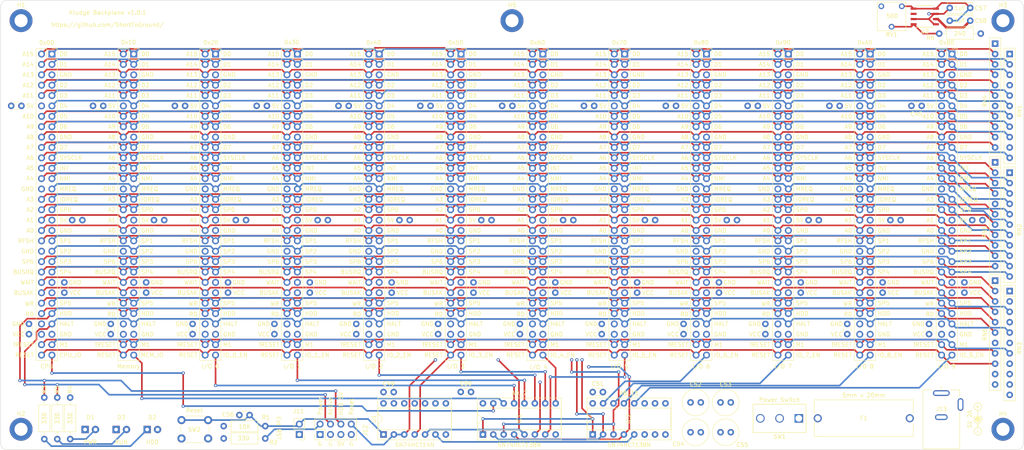
<source format=kicad_pcb>
(kicad_pcb (version 20240108) (generator "pcbnew") (generator_version "8.0")
  (layers (0 "F.Cu" signal) (1 "In1.Cu" power) (2 "In2.Cu" power) (31 "B.Cu" signal) (34 "B.Paste" user) (35 "F.Paste" user) (36 "B.SilkS" user "B.Silkscreen") (37 "F.SilkS" user "F.Silkscreen") (38 "B.Mask" user) (39 "F.Mask" user) (44 "Edge.Cuts" user))
  (net 0 "")
  (net 1 "A15")
  (net 2 "A14")
  (net 3 "SPARE1")
  (net 4 "A13")
  (net 5 "SPARE2")
  (net 6 "A12")
  (net 7 "SPARE3")
  (net 8 "A11")
  (net 9 "SPARE4")
  (net 10 "A10")
  (net 11 "SPARE5")
  (net 12 "A9")
  (net 13 "SPARE6")
  (net 14 "A8")
  (net 15 "A7")
  (net 16 "A6")
  (net 17 "A5")
  (net 18 "A4")
  (net 19 "A3")
  (net 20 "A2")
  (net 21 "A1")
  (net 22 "A0")
  (net 23 "RFSH")
  (net 24 "GND")
  (net 25 "M1")
  (net 26 "VCC")
  (net 27 "RESET")
  (net 28 "BUSRQ")
  (net 29 "BUSAK")
  (net 30 "WR")
  (net 31 "D0")
  (net 32 "RD")
  (net 33 "D1")
  (net 34 "SYSCLK")
  (net 35 "D2")
  (net 36 "INT")
  (net 37 "D3")
  (net 38 "NMI")
  (net 39 "D4")
  (net 40 "HALT")
  (net 41 "D5")
  (net 42 "MREQ")
  (net 43 "D6")
  (net 44 "IOREQ")
  (net 45 "D7")
  (net 46 "RESET(H)")
  (net 47 "HDD ACTIVITY")
  (net 48 "Net-(J12-Pin_2)")
  (net 49 "SPARE0")
  (net 50 "IO_0_EN")
  (net 51 "IO_1_EN")
  (net 52 "IO_2_EN")
  (net 53 "IO_3_EN")
  (net 54 "IO_4_EN")
  (net 55 "IO_5_EN")
  (net 56 "IO_6_EN")
  (net 57 "IO_7_EN")
  (net 58 "CPU_IO")
  (net 59 "MEM_IO")
  (net 60 "Net-(D1-A)")
  (net 61 "Net-(F1-Pad2)")
  (net 62 "Net-(J11-Pin_2)")
  (net 65 "!A7")
  (net 66 "Net-(D2-K)")
  (net 67 "Net-(D3-A)")
  (net 68 "Net-(F1-Pad1)")
  (net 70 "IO_8_EN")
  (net 71 "IO_9_EN")
  (net 77 "Net-(U2-FB)")
  (net 80 "2.7V Rail")
  (net 95 "WAIT")
  (footprint "Package_DIP:DIP-14_W7.62mm_Socket" (layer "F.Cu") (at 114.41 148.13 90)
    (property "Reference" "U1")
    (property "Value" "SN74HCT14N")
  )
  (footprint "Connector_PinHeader_2.54mm:PinHeader_1x02_P2.54mm_Vertical" (layer "F.Cu") (at 93.83 148.13 180)
    (property "Reference" "J11")
    (property "Value" "Conn_01x02")
  )
  (footprint "Resistor_THT:R_Axial_DIN0207_L6.3mm_D2.5mm_P10.16mm_Horizontal" (layer "F.Cu") (at 34.675 149.25 90)
    (property "Reference" "R5")
    (property "Value" "330")
  )
  (footprint "Resistor_THT:R_Axial_DIN0207_L6.3mm_D2.5mm_P10.16mm_Horizontal" (layer "F.Cu") (at 31.5 149.25 90)
    (property "Reference" "R3")
    (property "Value" "330")
  )
  (footprint "Capacitor_THT:C_Disc_D3.0mm_W1.6mm_P2.50mm" (layer "F.Cu") (at 116.4 113.41375 90)
    (property "Reference" "C19" (hide yes))
    (property "Value" "100 nF")
  )
  (footprint "Connector_PinSocket_2.54mm:PinSocket_2x30_P2.54mm_Vertical" (layer "F.Cu") (at 53.36 55.03375)
    (property "Reference" "J2" (hide yes))
    (property "Value" "Memory")
  )
  (footprint "Z80 Parts:LED_D3.0mm" (layer "F.Cu") (at 49.05 146.91)
    (property "Reference" "D3")
    (property "Value" "LED")
  )
  (footprint "Capacitor_THT:C_Disc_D3.0mm_W1.6mm_P2.50mm" (layer "F.Cu") (at 118.31 95.67375)
    (property "Reference" "C18" (hide yes))
    (property "Value" "100 nF")
  )
  (footprint "Capacitor_THT:C_Disc_D3.0mm_W1.6mm_P2.50mm" (layer "F.Cu") (at 207.75 123.57 90)
    (property "Reference" "C40" (hide yes))
    (property "Value" "100 nF")
  )
  (footprint "Capacitor_THT:C_Disc_D3.0mm_W1.6mm_P2.50mm" (layer "F.Cu") (at 127.75 123.57 90)
    (property "Reference" "C24" (hide yes))
    (property "Value" "100 nF")
  )
  (footprint "Capacitor_THT:C_Disc_D3.0mm_W1.6mm_P2.50mm" (layer "F.Cu") (at 85.91 67.71 180)
    (property "Reference" "C13" (hide yes))
    (property "Value" "100 nF")
  )
  (footprint "Resistor_THT:R_Array_SIP11" (layer "F.Cu") (at 267.462 55.03375 -90)
    (property "Reference" "RN1")
    (property "Value" "220Ω")
  )
  (footprint "Capacitor_THT:C_Disc_D6.0mm_W2.5mm_P5.00mm" (layer "F.Cu") (at 257.815 46.875 180)
    (property "Reference" "C58")
    (property "Value" "1uF")
  )
  (footprint "Capacitor_THT:C_Disc_D3.0mm_W1.6mm_P2.50mm" (layer "F.Cu") (at 65.91 67.71 180)
    (property "Reference" "C9" (hide yes))
    (property "Value" "100 nF")
  )
  (footprint "Capacitor_THT:C_Radial_D6.3mm_H7.0mm_P2.50mm" (layer "F.Cu") (at 189.46 147.58)
    (property "Reference" "C54")
    (property "Value" "10 uF")
  )
  (footprint "Capacitor_THT:C_Disc_D3.0mm_W1.6mm_P2.50mm" (layer "F.Cu") (at 165.91 67.71 180)
    (property "Reference" "C29" (hide yes))
    (property "Value" "100 nF")
  )
  (footprint "Capacitor_THT:C_Disc_D3.0mm_W1.6mm_P2.50mm" (layer "F.Cu") (at 38.31 95.67375)
    (property "Reference" "C2" (hide yes))
    (property "Value" "100 nF")
  )
  (footprint "Package_DIP:DIP-16_W7.62mm_Socket" (layer "F.Cu") (at 165.54 148.13 90)
    (property "Reference" "IC2")
    (property "Value" "SN74HCT138N")
  )
  (footprint "Capacitor_THT:C_Disc_D3.0mm_W1.6mm_P2.50mm" (layer "F.Cu") (at 236.4 113.41375 90)
    (property "Reference" "C43" (hide yes))
    (property "Value" "100 nF")
  )
  (footprint "Connector_PinSocket_2.54mm:PinSocket_2x30_P2.54mm_Vertical" (layer "F.Cu") (at 173.36 55.03375)
    (property "Reference" "J8" (hide yes))
    (property "Value" "I/O 5")
  )
  (footprint "Capacitor_THT:C_Disc_D3.0mm_W1.6mm_P2.50mm" (layer "F.Cu") (at 156.4 113.41375 90)
    (property "Reference" "C27" (hide yes))
    (property "Value" "100 nF")
  )
  (footprint "Capacitor_THT:C_Disc_D3.0mm_W1.6mm_P2.50mm" (layer "F.Cu") (at 185.91 67.71 180)
    (property "Reference" "C33" (hide yes))
    (property "Value" "100 nF")
  )
  (footprint "Z80 Parts:GH36P010001_APM" (layer "F.Cu") (at 215.92 144.18 -90)
    (property "Reference" "SW1")
    (property "Value" "PWR Switch")
  )
  (footprint "Capacitor_THT:C_Disc_D3.0mm_W1.6mm_P2.50mm" (layer "F.Cu") (at 145.91 67.71 180)
    (property "Reference" "C25" (hide yes))
    (property "Value" "100 nF")
  )
  (footprint "Z80 Parts:LT1118-SO-8_S_LIT" (layer "F.Cu") (at 246.706775 45.84)
    (property "Reference" "U2")
    (property "Value" "LT1118CS8-PBF")
  )
  (footprint "Resistor_THT:R_Array_SIP11" (layer "F.Cu") (at 267.462 84.074 -90)
    (property "Reference" "RN2")
    (property "Value" "220Ω")
  )
  (footprint "Capacitor_THT:C_Disc_D3.0mm_W1.6mm_P2.50mm" (layer "F.Cu") (at 147.75 123.57 90)
    (property "Reference" "C28" (hide yes))
    (property "Value" "100 nF")
  )
  (footprint "Capacitor_THT:C_Disc_D3.0mm_W1.6mm_P2.50mm" (layer "F.Cu") (at 245.95 67.71 180)
    (property "Reference" "C45")
    (property "Value" "100 nF")
  )
  (footprint "Connector_PinSocket_2.54mm:PinSocket_2x30_P2.54mm_Vertical" (layer "F.Cu") (at 133.36 55.03375)
    (property "Reference" "J6" (hide yes))
    (property "Value" "I/O 3")
  )
  (footprint "Capacitor_THT:C_Disc_D3.0mm_W1.6mm_P2.50mm" (layer "F.Cu") (at 78.31 95.67375)
    (property "Reference" "C10" (hide yes))
    (property "Value" "100 nF")
  )
  (footprint "Z80 Parts:Potentiometer_Trim_06TR4DA103CP" (layer "F.Cu") (at 238.578775 43.595 180)
    (property "Reference" "RV1")
    (property "Value" "500")
  )
  (footprint "Capacitor_THT:C_Disc_D3.0mm_W1.6mm_P2.50mm" (layer "F.Cu") (at 36.4 113.41375 90)
    (property "Reference" "C3" (hide yes))
    (property "Value" "100 nF")
  )
  (footprint "Capacitor_THT:C_Disc_D3.0mm_W1.6mm_P2.50mm" (layer "F.Cu") (at 98.31 95.67375)
    (property "Reference" "C14" (hide yes))
    (property "Value" "100 nF")
  )
  (footprint "Package_DIP:DIP-16_W7.62mm_Socket" (layer "F.Cu") (at 138.705 148.13 90)
    (property "Reference" "IC1")
    (property "Value" "SN74HCT138N")
  )
  (footprint "Capacitor_THT:C_Radial_D6.3mm_H7.0mm_P2.50mm" (layer "F.Cu") (at 189.46 140.28)
    (property "Reference" "C52")
    (property "Value" "10 uF")
  )
  (footprint "Connector_PinSocket_2.54mm:PinSocket_2x30_P2.54mm_Vertical" (layer "F.Cu") (at 153.36 55.03375)
    (property "Reference" "J7" (hide yes))
    (property "Value" "I/O 4")
  )
  (footprint "Capacitor_THT:C_Disc_D3.0mm_W1.6mm_P2.50mm" (layer "F.Cu") (at 47.75 123.57 90)
    (property "Reference" "C8" (hide yes))
    (property "Value" "100 nF")
  )
  (footprint "Capacitor_THT:C_Disc_D3.0mm_W1.6mm_P2.50mm" (layer "F.Cu") (at 187.75 123.57 90)
    (property "Reference" "C36" (hide yes))
    (property "Value" "100 nF")
  )
  (footprint "Resistor_THT:R_Array_SIP11" (layer "F.Cu") (at 263.906 81.534 -90)
    (property "Reference" "RN5")
    (property "Value" "220Ω")
  )
  (footprint "Capacitor_THT:C_Disc_D3.0mm_W1.6mm_P2.50mm" (layer "F.Cu") (at 114.41 137.75)
    (property "Reference" "C49")
    (property "Value" "100 nF")
  )
  (footprint "Capacitor_THT:C_Disc_D3.0mm_W1.6mm_P2.50mm" (layer "F.Cu") (at 167.75 123.57 90)
    (property "Reference" "C32" (hide yes))
    (property "Value" "100 nF")
  )
  (footprint "Capacitor_THT:C_Radial_D6.3mm_H7.0mm_P2.50mm" (layer "F.Cu") (at 196.79 147.58)
    (property "Reference" "C55")
    (property "Value" "10 uF")
  )
  (footprint "Capacitor_THT:C_Disc_D3.0mm_W1.6mm_P2.50mm" (layer "F.Cu") (at 258.31 95.67375)
    (property "Reference" "C46" (hide yes))
    (property "Value" "100 nF")
  )
  (footprint "MountingHole:MountingHole_3.2mm_M3_DIN965_Pad" (layer "F.Cu") (at 25.82 46.85875)
    (property "Reference" "H1")
    (property "Value" "MountingHole")
  )
  (footprint "Z80 Parts:LED_D3.0mm" (layer "F.Cu") (at 41.47 146.91)
    (property "Reference" "D1")
    (property "Value" "LED")
  )
  (footprint "Capacitor_THT:C_Disc_D3.0mm_W1.6mm_P2.50mm" (layer "F.Cu") (at 225.91 67.71 180)
    (property "Reference" "C41" (hide yes))
    (property "Value" "100 nF")
  )
  (footprint "Capacitor_THT:C_Disc_D3.0mm_W1.6mm_P2.50mm" (layer "F.Cu") (at 67.75 123.57 90)
    (property "Reference" "C12" (hide yes))
    (property "Value" "100 nF")
  )
  (footprint "Capacitor_THT:C_Disc_D3.0mm_W1.6mm_P2.50mm" (layer "F.Cu") (at 138.31 95.67375)
    (property "Reference" "C22" (hide yes))
    (property "Value" "100 nF")
  )
  (footprint "Capacitor_THT:C_Disc_D3.0mm_W1.6mm_P2.50mm" (layer "F.Cu") (at 247.75 123.57 90)
    (property "Reference" "C48" (hide yes))
    (property "Value" "100 nF")
  )
  (footprint "Capacitor_THT:C_Disc_D3.0mm_W1.6mm_P2.50mm" (layer "F.Cu") (at 216.4 113.41375 90)
    (property "Reference" "C39" (hide yes))
    (property "Value" "100 nF")
  )
  (footprint "Resistor_THT:R_Axial_DIN0207_L6.3mm_D2.5mm_P10.16mm_Horizontal" (layer "F.Cu") (at 75.35 149.105)
    (property "Reference" "R2")
    (property "Value" "330")
  )
  (footprint "Capacitor_THT:C_Disc_D3.0mm_W1.6mm_P2.50mm" (layer "F.Cu") (at 76.4 113.41375 90)
    (property "Reference" "C11" (hide yes))
    (property "Value" "100 nF")
  )
  (footprint "Capacitor_THT:C_Disc_D3.0mm_W1.6mm_P2.50mm" (layer "F.Cu") (at 218.31 95.67375)
    (property "Reference" "C38" (hide yes))
    (property "Value" "100 nF")
  )
  (footprint "Button_Switch_THT:SW_PUSH_6mm" (layer "F.Cu") (at 71.54 149.105 180)
    (property "Reference" "SW2")
    (property "Value" "Reset_Push")
  )
  (footprint "Connector_PinSocket_2.54mm:PinSocket_2x30_P2.54mm_Vertical" (layer "F.Cu") (at 93.36 55.03375)
    (property "Reference" "J4" (hide yes))
    (property "Value" "I/O 1")
  )
  (footprint "Capacitor_THT:C_Disc_D3.0mm_W1.6mm_P2.50mm" (layer "F.Cu") (at 81.68 143.375 180)
    (property "Reference" "C56")
    (property "Value" "0.1 uF")
  )
  (footprint "Capacitor_THT:C_Disc_D6.0mm_W2.5mm_P5.00mm" (layer "F.Cu") (at 252.815 43.745)
    (property "Reference" "C57")
    (property "Value" "1uF")
  )
  (footprint "Z80 Parts:FUSE_4628" (layer "F.Cu") (at 231.8 144.16 180)
    (property "Reference" "F1")
    (property "Value" "Fuse")
  )
  (footprint "Connector_PinSocket_2.54mm:PinSocket_2x30_P2.54mm_Vertical" (layer "F.Cu") (at 73.36 55.03375)
    (property "Reference" "J3" (hide yes))
    (property "Value" "I/O 0")
  )
  (footprint "Resistor_THT:R_Axial_DIN0207_L6.3mm_D2.5mm_P10.16mm_Horizontal" (layer "F.Cu") (at 75.35 146.075)
    (property "Reference" "R1")
    (property "Value" "10K")
  )
  (footprint "Connector_PinSocket_2.54mm:PinSocket_2x30_P2.54mm_Vertical" (layer "F.Cu") (at 213.36 55.03375)
    (property "Reference" "J10" (hide yes))
    (property "Value" "I/O 7")
  )
  (footprint "Capacitor_THT:C_Disc_D3.0mm_W1.6mm_P2.50mm" (layer "F.Cu") (at 196.4 113.41375 90)
    (property "Reference" "C35" (hide yes))
    (property "Value" "100 nF")
  )
  (footprint "Capacitor_THT:C_Disc_D3.0mm_W1.6mm_P2.50mm" (layer "F.Cu") (at 178.31 95.67375)
    (property "Reference" "C30" (hide yes))
    (property "Value" "100 nF")
  )
  (footprint "Capacitor_THT:C_Disc_D3.0mm_W1.6mm_P2.50mm" (layer "F.Cu") (at 227.75 123.57 90)
    (property "Reference" "C44" (hide yes))
    (property "Value" "100 nF")
  )
  (footprint "Connector_PinSocket_2.54mm:PinSocket_2x30_P2.54mm_Vertical" (layer "F.Cu") (at 113.36 55.03375)
    (property "Reference" "J5" (hide yes))
    (property "Value" "I/O 2")
  )
  (footprint "Z80 Parts:LED_D3.0mm" (layer "F.Cu") (at 56.64 146.91)
    (property "Reference" "D2")
    (property "Value" "LED")
  )
  (footprint "Capacitor_THT:C_Disc_D3.0mm_W1.6mm_P2.50mm" (layer "F.Cu") (at 256.4 113.41375 90)
    (property "Reference" "C47" (hide yes))
    (property "Value" "100 nF")
  )
  (footprint "Symbol:Symbol_Barrel_Polarity" (layer "F.Cu") (at 259.6 144.35 90)
    (property "Reference" "REF**" (hide yes))
    (property "Value" "Symbol_Barrel_Polarity" (hide yes))
  )
  (footprint "Capacitor_THT:C_Disc_D3.0mm_W1.6mm_P2.50mm" (layer "F.Cu") (at 58.31 95.67375)
    (property "Reference" "C6" (hide yes))
    (property "Value" "100 nF")
  )
  (footprint "Connector_PinSocket_2.54mm:PinSocket_2x30_P2.54mm_Vertical" (layer "F.Cu") (at 33.36 55.03375)
    (property "Reference" "J1" (hide yes))
    (property "Value" "CPU")
  )
  (footprint "Resistor_THT:R_Axial_DIN0207_L6.3mm_D2.5mm_P10.16mm_Horizontal" (layer "F.Cu") (at 37.825 149.25 90)
    (property "Reference" "R4")
    (property "Value" "330")
  )
  (footprint "Connector_PinSocket_2.54mm:PinSocket_2x30_P2.54mm_Vertical" (layer "F.Cu") (at 253.36 55.03375)
    (property "Reference" "J16" (hide yes))
    (property "Value" "I/O 9")
  )
  (footprint "Resistor_THT:R_Array_SIP11" (layer "F.Cu") (at 267.462 113.03 -90)
    (property "Reference" "RN3")
    (property "Value" "220Ω")
  )
  (footprint "Resistor_THT:R_Array_SIP11" (layer "F.Cu") (at 263.906 52.49375 -90)
    (property "Reference" "RN4")
    (property "Value" "220Ω")
  )
  (footprint "Capacitor_THT:C_Disc_D3.0mm_W1.6mm_P2.50mm" (layer "F.Cu") (at 27.75 123.57 90)
    (property "Reference" "C4" (hide yes))
    (property "Value" "100 nF")
  )
  (footprint "Connector_PinSocket_2.54mm:PinSocket_2x30_P2.54mm_Vertical" (layer "F.Cu") (at 233.36 55.03375)
    (property "Reference" "J15" (hide yes))
    (property "Value" "I/O 8")
  )
  (footprint "Resistor_THT:R_Array_SIP11" (layer "F.Cu") (at 263.906 110.49 -90)
    (property "Reference" "RN6")
    (property "Value" "220Ω")
  )
  (footprint "Capacitor_THT:C_Disc_D3.0mm_W1.6mm_P2.50mm" (layer "F.Cu") (at 105.91 67.71 180)
    (property "Reference" "C17" (hide yes))
    (property "Value" "100 nF")
  )
  (footprint "Capacitor_THT:C_Disc_D3.0mm_W1.6mm_P2.50mm" (layer "F.Cu") (at 176.4 113.41375 90)
    (property "Reference" "C31" (hide yes))
    (property "Value" "100 nF")
  )
  (footprint "Connector_PinHeader_2.54mm:PinHeader_2x04_P2.54mm_Vertical" (layer "F.Cu") (at 98.91 148.13 90)
    (property "Reference" "J12")
    (property "Value" "Conn_02x04")
  )
  (footprint "Capacitor_THT:C_Disc_D3.0mm_W1.6mm_P2.50mm" (layer "F.Cu") (at 238.31 95.67375)
    (property "Reference" "C42" (hide yes))
    (property "Value" "100 nF")
  )
  (footprint "Capacitor_THT:C_Disc_D3.0mm_W1.6mm_P2.50mm" (layer "F.Cu") (at 205.91 67.71 180)
    (property "Reference" "C37" (hide yes))
    (property "Value" "100 nF")
  )
  (footprint "Z80 Parts:TENSILITY_54-00129" (layer "F.Cu") (at 250.75 143.8975)
    (property "Reference" "J13")
    (property "Value" "Barrel_Jack" (hide yes))
  )
  (footprint "Capacitor_THT:C_Disc_D3.0mm_W1.6mm_P2.50mm" (layer "F.Cu") (at 107.75 123.57 90)
    (property "Reference" "C20" (hide yes))
    (property "Value" "100 nF")
  )
  (footprint "Capacitor_THT:C_Disc_D3.0mm_W1.6mm_P2.50mm" (layer "F.Cu") (at 165.54 137.75)
    (property "Reference" "C51")
    (property "Value" "100 nF")
  )
  (footprint "Capacitor_THT:C_Disc_D3.0mm_W1.6mm_P2.50mm" (layer "F.Cu") (at 45.91 67.71 180)
    (property "Reference" "C5" (hide yes))
    (property "Value" "100 nF")
  )
  (footprint "Connector_PinSocket_2.54mm:PinSocket_2x30_P2.54mm_Vertical" (layer "F.Cu") (at 193.36 55.03375)
    (property "Reference" "J9" (hide yes))
    (property "Value" "I/O 6")
  )
  (footprint "MountingHole:MountingHole_3.2mm_M3_DIN965_Pad" (layer "F.Cu") (at 265.82 146.85875)
    (property "Reference" "H4")
    (property "Value" "MountingHole")
  )
  (footprint "Capacitor_THT:C_Disc_D3.0mm_W1.6mm_P2.50mm" (layer "F.Cu") (at 198.31 95.67375)
    (property "Reference" "C34" (hide yes))
    (property "Value" "100 nF")
  )
  (footprint "Capacitor_THT:C_Disc_D3.0mm_W1.6mm_P2.50mm" (layer "F.Cu") (at 96.4 113.41375 90)
    (property "Reference" "C15" (hide yes))
    (property "Value" "100 nF")
  )
  (footprint "Capacitor_THT:C_Disc_D3.0mm_W1.6mm_P2.50mm" (layer "F.Cu") (at 25.91 67.71 180)
    (property "Reference" "C1" (hide yes))
    (property "Value" "100 nF")
  )
  (footprint "Capacitor_THT:C_Disc_D3.0mm_W1.6mm_P2.50mm" (layer "F.Cu") (at 56.4 113.41375 90)
    (property "Reference" "C7" (hide yes))
    (property "Value" "100 nF")
  )
  (footprint "MountingHole:MountingHole_3.2mm_M3_DIN965_Pad" (layer "F.Cu") (at 145.82 46.85875)
    (property "Reference" "H5")
    (property "Value" "MountingHole")
  )
  (footprint "Capacitor_THT:C_Disc_D3.0mm_W1.6mm_P2.50mm" (layer "F.Cu") (at 133.295 137.72)
    (property "Reference" "C50")
    (property "Value" "100 nF")
  )
  (footprint "MountingHole:MountingHole_3.2mm_M3_DIN965_Pad" (layer "F.Cu") (at 25.82 146.85875)
    (property "Reference" "H2")
    (property "Value" "MountingHole")
  )
  (footprint "Capacitor_THT:C_Disc_D3.0mm_W1.6mm_P2.50mm" (layer "F.Cu") (at 136.4 113.41375 90)
    (property "Reference" "C23" (hide yes))
    (property "Value" "100 nF")
  )
  (footprint "Capacitor_THT:C_Disc_D3.0mm_W1.6mm_P2.50mm" (layer "F.Cu") (at 125.91 67.71 180)
    (property "Reference" "C21" (hide yes))
    (property "Value" "100 nF")
  )
  (footprint "MountingHole:MountingHole_3.2mm_M3_DIN965_Pad" (layer "F.Cu") (at 265.82 46.85875)
    (property "Reference" "H3")
    (property "Value" "MountingHole")
  )
  (footprint "Capacitor_THT:C_Disc_D3.0mm_W1.6mm_P2.50mm" (layer "F.Cu") (at 158.31 95.67375)
    (property "Reference" "C26" (hide yes))
    (property "Value" "100 nF")
  )
  (footprint "Capacitor_THT:C_Disc_D3.0mm_W1.6mm_P2.50mm" (layer "F.Cu") (at 87.75 123.57 90)
    (property "Reference" "C16" (hide yes))
    (property "Value" "100 nF")
  )
  (footprint "Resistor_THT:R_Axial_DIN0207_L6.3mm_D2.5mm_P10.16mm_Horizontal" (layer "F.Cu") (at 250.235 50.025)
    (property "Reference" "R6")
    (property "Value" "240")
  )
  (footprint "Capacitor_THT:C_Radial_D6.3mm_H7.0mm_P2.50mm" (layer "F.Cu") (at 196.79 140.28)
    (property "Reference" "C53")
    (property "Value" "10 uF")
  )
  (gr_arc (start 22.419999 151.86) (mid 21.281492 151.384241) (end 20.82 150.239876) (stroke (width 0.1)) (layer "Edge.Cuts"))
  (gr_arc (start 20.82 43.480124) (mid 21.281492 42.335759) (end 22.419999 41.86) (stroke (width 0.1)) (layer "Edge.Cuts"))
  (gr_arc (start 270.821492 150.235635) (mid 270.36 151.38) (end 269.221493 151.855759) (stroke (width 0.1)) (layer "Edge.Cuts"))
  (gr_arc (start 269.220001 41.864241) (mid 270.358508 42.34) (end 270.82 43.484365) (stroke (width 0.1)) (layer "Edge.Cuts"))
  (gr_line (start 270.821492 43.484365) (end 270.821492 150.235635) (stroke (width 0.1)) (layer "Edge.Cuts"))
  (gr_line (start 22.419999 151.86) (end 269.221493 151.855759) (stroke (width 0.1)) (layer "Edge.Cuts"))
  (gr_line (start 20.82 43.480124) (end 20.82 150.239876) (stroke (width 0.1)) (layer "Edge.Cuts"))
  (gr_line (start 269.221493 41.864241) (end 22.419999 41.86) (stroke (width 0.1)) (layer "Edge.Cuts"))
  (gr_text "GND      " (at 127.407619 121.07375 0) (layer "F.SilkS") (effects (font (size 1 1))))
  (gr_text "A10" (at 27.550476 70.27375 0) (layer "F.SilkS") (effects (font (size 1 1))))
  (gr_text "SP3" (at 176.666667 105.83375 0) (layer "F.SilkS") (effects (font (size 1 1))))
  (gr_text "D2" (at 116.190476 62.65375 0) (layer "F.SilkS") (effects (font (size 1 1))))
  (gr_text "SYSCLK" (at 98 80.43375 0) (layer "F.SilkS") (effects (font (size 1 1))))
  (gr_text "GND" (at 27.407619 103.29375 0) (layer "F.SilkS") (effects (font (size 1 1))))
  (gr_text "SP4" (at 176.666667 108.37375 0) (layer "F.SilkS") (effects (font (size 1 1))))
  (gr_text "IO_2_EN" (at 118.190476 128.69375 0) (layer "F.SilkS") (effects (font (size 1 1))))
  (gr_text "GND" (at 156.738095 75.35375 0) (layer "F.SilkS") (effects (font (size 1 1))))
  (gr_text "HDD" (at 216.738095 118.53375 0) (layer "F.SilkS") (effects (font (size 1 1))))
  (gr_text "D1" (at 56.190476 57.57375 0) (layer "F.SilkS") (effects (font (size 1 1))))
  (gr_text "GND" (at 207.407619 103.29375 0) (layer "F.SilkS") (effects (font (size 1 1))))
  (gr_text "NMI" (at 96.547619 85.51375 0) (layer "F.SilkS") (effects (font (size 1 1))))
  (gr_text "WR" (at 67.86 116.14 0) (layer "F.SilkS") (effects (font (size 1 1))))
  (gr_text "NMI" (at 256.547619 85.51375 0) (layer "F.SilkS") (effects (font (size 1 1))))
  (gr_text "SYSCLK" (at 58 80.43375 0) (layer "F.SilkS") (effects (font (size 1 1))))
  (gr_text "A9" (at 28.026667 72.81375 0) (layer "F.SilkS") (effects (font (size 1 1))))
  (gr_text "A0" (at 168.026667 98.21375 0) (layer "F.SilkS") (effects (font (size 1 1))))
  (gr_text "SP6" (at 187.479048 105.83375 0) (layer "F.SilkS") (effects (font (size 1 1))))
  (gr_text "WAIT" (at 47.312381 110.91375 0) (layer "F.SilkS") (effects (font (size 1 1))))
  (gr_text "A7" (at 148.026667 77.89375 0) (layer "F.SilkS") (effects (font (size 1 1))))
  (gr_text "BUSAK" (at 106.502857 113.45375 0) (layer "F.SilkS") (effects (font (size 1 1))))
  (gr_text "INT" (at 256.357143 82.97375 0) (layer "F.SilkS") (effects (font (size 1 1))))
  (gr_text "SP6" (at 247.479048 105.83375 0) (layer "F.SilkS") (effects (font (size 1 1))))
  (gr_text "WAIT" (at 27.312381 110.91375 0) (layer "F.SilkS") (effects (font (size 1 1))))
  (gr_text "SP4" (at 156.666667 108.37375 0) (layer "F.SilkS") (effects (font (size 1 1))))
  (gr_text "SP0" (at 156.666667 93.13375 0) (layer "F.SilkS") (effects (font (size 1 1))))
  (gr_text "SP0" (at 236.666667 93.13375 0) (layer "F.SilkS") (effects (font (size 1 1))))
  (gr_text "RESET" (at 126.669524 128.69375 0) (layer "F.SilkS") (effects (font (size 1 1))))
  (gr_text "VCC      " (at 107.502857 123.61375 0) (layer "F.SilkS") (effects (font (size 1 1))))
  (gr_text "GND" (at 207.407619 88.05375 0) (layer "F.SilkS") (effects (font (size 1 1))))
  (gr_text "5V" (at 96.119048 95.67375 0) (layer "F.SilkS") (effects (font (size 1 1))))
  (gr_text "A13" (at 207.550476 60.11375 0) (layer "F.SilkS") (effects (font (size 1 1))))
  (gr_text "A3" (at 128.026667 90.59375 0) (layer "F.SilkS") (effects (font (size 1 1))))
  (gr_text "D4" (at 96.190476 67.73375 0) (layer "F.SilkS") (effects (font (size 1 1))))
  (gr_text "D2" (at 196.190476 62.65375 0) (layer "F.SilkS") (effects (font (size 1 1))))
  (gr_text "A7" (at 88.026667 77.89375 0) (layer "F.SilkS") (effects (font (size 1 1))))
  (gr_text "SP0" (at 256.666667 93.13375 0) (layer "F.SilkS") (effects (font (size 1 1))))
  (gr_text "INT" (at 176.357143 82.97375 0) (layer "F.SilkS") (effects (font (size 1 1))))
  (gr_text "SP2" (at 36.666667 103.29375 0) (layer "F.SilkS") (effects (font (size 1 1))))
  (gr_text "SP3" (at 96.666667 105.83375 0) (layer "F.SilkS") (effects (font (size 1 1))))
  (gr_text "HALT" (at 156.952381 121.07375 0) (layer "F.SilkS") (effects (font (size 1 1))))
  (gr_text "A7" (at 188.026667 77.89375 0) (layer "F.SilkS") (effects (font (size 1 1))))
  (gr_text "A5" (at 68.026667 82.92375 0) (layer "F.SilkS") (effects (font (size 1 1))))
  (gr_text "SP5" (at 136.666667 115.99375 0) (layer "F.SilkS") (effects (font (size 1 1))))
  (gr_text "WAIT" (at 107.312381 110.91375 0) (layer "F.SilkS") (effects (font (size 1 1))))
  (gr_text "D2" (at 36.190476 62.65375 0) (layer "F.SilkS") (effects (font (size 1 1))))
  (gr_text "GND" (at 96.738095 75.35375 0) (layer "F.SilkS") (effects (font (size 1 1))))
  (gr_text "A4" (at 68.026667 85.46375 0) (layer "F.SilkS") (effects (font (size 1 1))))
  (gr_text "NMI" (at 236.547619 85.51375 0) (layer "F.SilkS") (effects (font (size 1 1))))
  (gr_text "SP4" (at 116.666667 108.37375 0) (layer "F.SilkS") (effects (font (size 1 1))))
  (gr_text "SP6" (at 167.479048 105.83375 0) (layer "F.SilkS") (effects (font (size 1 1))))
  (gr_text "SP2" (at 216.666667 103.29375 0) (layer "F.SilkS") (effects (font (size 1 1))))
  (gr_text "5V" (at 148.026667 67.73375 0) (layer "F.SilkS") (effects (font (size 1 1))))
  (gr_text "GND" (at 56.738095 98.21375 0) (layer "F.SilkS") (effects (font (size 1 1))))
  (gr_text "A3" (at 188.026667 90.59375 0) (layer "F.SilkS") (effects (font (size 1 1))))
  (gr_text "G" (at 98.91 150.44 0) (layer "F.SilkS") (effects (font (size 1 1))))
  (gr_text "SP2" (at 196.666667 103.29375 0) (layer "F.SilkS") (effects (font (size 1 1))))
  (gr_text "BUSRQ" (at 26.407619 108.37375 0) (layer "F.SilkS") (effects (font (size 1 1))))
  (gr_text "SP4" (at 196.666667 108.37375 0) (layer "F.SilkS") (effects (font (size 1 1))))
  (gr_text "HDD" (at 76.738095 118.53375 0) (layer "F.SilkS") (effects (font (size 1 1))))
  (gr_text "D6" (at 36.190476 72.81375 0) (layer "F.SilkS") (effects (font (size 1 1))))
  (gr_text "D5" (at 56.190476 70.27375 0) (layer "F.SilkS") (effects (font (size 1 1))))
  (gr_text "SP3" (at 36.666667 105.83375 0) (layer "F.SilkS") (effects (font (size 1 1))))
  (gr_text "INT" (at 156.357143 82.97375 0) (layer "F.SilkS") (effects (font (size 1 1))))
  (gr_text "IO_7_EN" (at 218.190476 128.69375 0) (layer "F.SilkS") (effects (font (size 1 1))))
  (gr_text "D3" (at 216.190476 65.19375 0) (layer "F.SilkS") (effects (font (size 1 1))))
  (gr_text "D4" (at 256.190476 67.73375 0) (layer "F.SilkS") (effects (font (size 1 1))))
  (gr_text "A2" (at 248.026667 93.13375 0) (layer "F.SilkS") (effects (font (size 1 1))))
  (gr_text "D4" (at 176.190476 67.73375 0) (layer "F.SilkS") (effects (font (size 1 1))))
  (gr_text "D1" (at 176.190476 57.57375 0) (layer "F.SilkS") (effects (font (size 1 1))))
  (gr_text "MREQ" (at 177.261905 88.05375 0) (layer "F.SilkS") (effects (font (size 1 1))))
  (gr_text "WR" (at 107.86 116.14 0) (layer "F.SilkS") (effects (font (size 1 1))))
  (gr_text "HDD" (at 176.738095 118.53375 0) (layer "F.SilkS") (effects (font (size 1 1))))
  (gr_text "RD" (at 227.931429 118.71 0) (layer "F.SilkS") (effects (font (size 1 1))))
  (gr_text "D5" (at 36.190476 70.27375 0) (layer "F.SilkS") (effects (font (size 1 1))))
  (gr_text "A3" (at 168.026667 90.59375 0) (layer "F.SilkS") (effects (font (size 1 1))))
  (gr_text "RESET" (at 26.669524 128.69375 0) (layer "F.SilkS") (effects (font (size 1 1))))
  (gr_text "RD" (at 107.931429 118.71 0) (layer "F.SilkS") (effects (font (size 1 1))))
  (gr_text "MREQ" (at 237.261905 88.05375 0) (layer "F.SilkS") (effects (font (size 1 1))))
  (gr_text "CPU_IO" (at 37.880952 128.69375 0) (layer "F.SilkS") (effects (font (size 1 1))))
  (gr_text "A5" (at 108.026667 82.92375 0) (layer "F.SilkS") (effects (font (size 1 1))))
  (gr_text "A7" (at 208.026667 77.89375 0) (layer "F.SilkS") (effects (font (size 1 1))))
  (gr_text "5V" (at 256.119048 95.67375 0) (layer "F.SilkS") (effects (font (size 1 1))))
  (gr_text "!RESET" (at 126.431429 126.15375 0) (layer "F.SilkS") (effects (font (size 1 1))))
  (gr_text "D5" (at 196.190476 70.27375 0) (layer "F.SilkS") (effects (font (size 1 1))))
  (gr_text "A15" (at 167.54 55.03375 0) (layer "F.SilkS") (effects (font (size 1 1))))
  (gr_text "A14" (at 67.54 57.57375 0) (layer "F.SilkS") (effects (font (size 1 1))))
  (gr_text "5V" (at 176.119048 95.67375 0) (layer "F.SilkS") (effects (font (size 1 1))))
  (gr_text "A11" (at 107.550476 65.19375 0) (layer "F.SilkS") (effects (font (size 1 1))))
  (gr_text "A14" (at 107.54 57.57375 0) (layer "F.SilkS") (effects (font (size 1 1))))
  (gr_text "A0" (at 88.026667 98.21375 0) (layer "F.SilkS") (effects (font (size 1 1))))
  (gr_text "A4" (at 108.026667 85.46375 0) (layer "F.SilkS") (effects (font (size 1 1))))
  (gr_text "SYSCLK" (at 158 80.43375 0) (layer "F.SilkS") (effects (font (size 1 1))))
  (gr_text "0x00" (at 32.09 52.25 0) (layer "F.SilkS") (effects (font (size 1 1))))
  (gr_text "A2" (at 228.026667 93.13375 0) (layer "F.SilkS") (effects (font (size 1 1))))
  (gr_text "VCC      " (at 207.502857 123.61375 0) (layer "F.SilkS") (effects (font (size 1 1))))
  (gr_text "GND" (at 107.407619 103.29375 0) (layer "F.SilkS") (effects (font (size 1 1))))
  (gr_text "SP4" (at 256.666667 108.37375 0) (layer "F.SilkS") (effects (font (size 1 1))))
  (gr_text "SP0" (at 36.666667 93.13375 0) (layer "F.SilkS") (effects (font (size 1 1))))
  (gr_text "HDD" (at 36.738095 118.53375 0) (layer "F.SilkS") (effects (font (size 1 1))))
  (gr_text "NMI" (at 196.547619 85.51375 0) (layer "F.SilkS") (effects (font (size 1 1))))
  (gr_text "A4" (at 88.026667 85.46375 0) (layer "F.SilkS") (effects (font (size 1 1))))
  (gr_text "A13" (at 107.550476 60.11375 0) (layer "F.SilkS") (effects (font (size 1 1))))
  (gr_text "GND" (at 187.407619 103.29375 0) (layer "F.SilkS") (effects (font (size 1 1))))
  (gr_text "A14" (at 167.54 57.57375 0) (layer "F.SilkS") (effects (font (size 1 1))))
  (gr_text "INT" (at 116.357143 82.97375 0) (layer "F.SilkS") (effects (font (size 1 1))))
  (gr_text "BUSAK" (at 86.502857 113.45375 0) (layer "F.SilkS") (effects (font (size 1 1))))
  (gr_text "SYSCLK" (at 38 80.43375 0) (layer "F.SilkS") (effects (font (size 1 1))))
  (gr_text "VCC      " (at 187.502857 123.61375 0) (layer "F.SilkS") (effects (font (size 1 1))))
  (gr_text "SP1" (at 36.666667 100.75375 0) (layer "F.SilkS") (effects (font (size 1 1))))
  (gr_text "HDD" (at 56.738095 118.53375 0) (layer "F.SilkS") (effects (font (size 1 1))))
  (gr_text "5V" (at 103.99 150.44 0) (layer "F.SilkS") (effects (font (size 1 1))))
  (gr_text "Power" (at 98.93 141.17381 90) (layer "F.SilkS") (effects (font (size 1 1))))
  (gr_text "A11" (at 167.550476 65.19375 0) (layer "F.SilkS") (effects (font (size 1 1))))
  (gr_text "A10" (at 227.550476 70.27375 0) (layer "F.SilkS") (effects (font (size 1 1))))
  (gr_text "D5" (at 96.190476 70.27375 0) (layer "F.SilkS") (effects (font (size 1 1))))
  (gr_text "A0" (at 208.026667 98.21375 0) (layer "F.SilkS") (effects (font (size 1 1))))
  (gr_text "NMI" (at 76.547619 85.51375 0) (layer "F.SilkS") (effects (font (size 1 1))))
  (gr_text "A12" (at 107.550476 62.65375 0) (layer "F.SilkS") (effects (font (size 1 1))))
  (gr_text "WR" (at 207.86 116.14 0) (layer "F.SilkS") (effects (font (size 1 1))))
  (gr_text "GND      " (at 187.407619 121.07375 0) (layer "F.SilkS") (effects (font (size 1 1))))
  (gr_text "D2" (at 76.190476 62.65375 0) (layer "F.SilkS") (effects (font (size 1 1))))
  (gr_text "SP6" (at 87.479048 105.83375 0) (layer "F.SilkS") (effects (font (size 1 1))))
  (gr_text "RFSH" (at 147.002857 100.75375 0) (layer "F.SilkS") (effects (font (size 1 1))))
  (gr_text "SP1" (at 176.666667 100.75375 0) (layer "F.SilkS") (effects (font (size 1 1))))
  (gr_text "WR" (at 247.86 116.14 0) (layer "F.SilkS") (effects (font (size 1 1))))
  (gr_text "A8" (at 68.026667 75.35375 0) (layer "F.SilkS") (effects (font (size 1 1))))
  (gr_text "A7" (at 68.026667 77.89375 0) (layer "F.SilkS") (effects (font (size 1 1))))
  (gr_text "GND" (at 36.738095 60.11375 0) (layer "F.SilkS") (effects (font (size 1 1))))
  (gr_text "5mm x 20mm" (at 231.8 138.51 0) (layer "F.SilkS") (effects (font (size 1 1))))
  (gr_text "A7" (at 48.026667 77.89375 0) (layer "F.SilkS") (effects (font (size 1 1))))
  (gr_text "A7" (at 28.026667 77.89375 0) (layer "F.SilkS") (effects (font (size 1 1))))
  (gr_text "GND" (at 176.738095 60.11375 0) (layer "F.SilkS") (effects (font (size 1 1))))
  (gr_text "IO_0_EN" (at 78.190476 128.69375 0) (layer "F.SilkS") (effects (font (size 1 1))))
  (gr_text "RFSH" (at 127.002857 100.75375 0) (layer "F.SilkS") (effects (font (size 1 1))))
  (gr_text "SP2" (at 136.666667 103.29375 0) (layer "F.SilkS") (effects (font (size 1 1))))
  (gr_text "A8" (at 188.026667 75.35375 0) (layer "F.SilkS") (effects (font (size 1 1))))
  (gr_text "A5" (at 248.026667 82.92375 0) (layer "F.SilkS") (effects (font (size 1 1))))
  (gr_text "GND" (at 107.407619 88.05375 0) (layer "F.SilkS") (effects (font (size 1 1))))
  (gr_text "A10" (at 207.550476 70.27375 0) (layer "F.SilkS") (effects (font (size 1 1))))
  (gr_text "WR" (at 27.86 116.14 0) (layer "F.SilkS") (effects (font (size 1 1))))
  (gr_text "SYSCLK" (at 238 80.43375 0) (layer "F.SilkS") (effects (font (size 1 1))))
  (gr_text "A1" (at 108.026667 95.67375 0) (layer "F.SilkS") (effects (font (size 1 1))))
  (gr_text "      VCC" (at 96.79 113.45375 0) (layer "F.SilkS") (effects (font (size 1 1))))
  (gr_text "+" (at 259.58 141.36 90) (layer "F.SilkS") (effects (font (size 1 1))))
  (gr_text "      GND" (at 96.738095 110.91375 0) (layer "F.SilkS") (effects (font (size 1 1))))
  (gr_text "!RESET" (at 146.431429 126.15375 0) (layer "F.SilkS") (effects (font (size 1 1))))
  (gr_text "A6" (at 88.026667 80.43375 0) (layer "F.SilkS") (effects (font (size 1 1))))
  (gr_text "5V" (at 236.119048 95.67375 0) (layer "F.SilkS") (effects (font (size 1 1))))
  (gr_text "A6" (at 68.026667 80.43375 0) (layer "F.SilkS") (effects (font (size 1 1))))
  (gr_text "GND" (at 216.738095 123.61375 0) (layer "F.SilkS") (effects (font (size 1 1))))
  (gr_text "GND" (at 76.738095 75.35375 0) (layer "F.SilkS") (effects (font (size 1 1))))
  (gr_text "D3" (at 196.190476 65.19375 0) (layer "F.SilkS") (effects (font (size 1 1))))
  (gr_text "D7" (at 136.190476 77.89375 0) (layer "F.SilkS") (effects (font (size 1 1))))
  (gr_text "SP0" (at 116.666667 93.13375 0) (layer "F.SilkS") (effects (font (size 1 1))))
  (gr_text "SP0" (at 96.666667 93.13375 0) (layer "F.SilkS") (effects (font (size 1 1))))
  (gr_text "A4" (at 28.026667 85.46375 0) (layer "F.SilkS") (effects (font (size 1 1))))
  (gr_text "D1" (at 256.190476 57.57375 0) (layer "F.SilkS") (effects (font (size 1 1))))
  (gr_text "D0" (at 96.190476 55.03375 0) (layer "F.SilkS") (effects (font (size 1 1))))
  (gr_text "SP5" (at 56.666667 115.99375 0) (layer "F.SilkS") (effects (font (size 1 1))))
  (gr_text "D1" (at 76.190476 57.57375 0) (layer "F.SilkS") (effects (font (size 1 1))))
  (gr_text "A0" (at 68.026667 98.21375 0) (layer "F.SilkS") (effects (font (size 1 1))))
  (gr_text "GND" (at 116.738095 123.61375 0) (layer "F.SilkS") (effects (font (size 1 1))))
  (gr_text "WAIT" (at 167.312381 110.91375 0) (layer "F.SilkS") (effects (font (size 1 1))))
  (gr_text "0x80" (at 192.07 52.21 0) (layer "F.SilkS") (effects (font (size 1 1))))
  (gr_text "A1" (at 248.026667 95.67375 0) (layer "F.SilkS") (effects (font (size 1 1))))
  (gr_text "A2" (at 128.026667 93.13375 0) (layer "F.SilkS") (effects (font (size 1 1))))
  (gr_text "SP0" (at 76.666667 93.13375 0) (layer "F.SilkS") (effects (font (size 1 1))))
  (gr_text "A10" (at 87.550476 70.27375 0) (layer "F.SilkS") (effects (font (size 1 1))))
  (gr_text "!RESET" (at 106.431429 126.15375 0) (layer "F.SilkS") (effects (font (size 1 1))))
  (gr_text "WAIT" (at 227.312381 110.91375 0) (layer "F.SilkS") (effects (font (size 1 1))))
  (gr_text "RESET" (at 166.669524 128.69375 0) (layer "F.SilkS") (effects (font (size 1 1))))
  (gr_text "5V" (at 88.026667 67.73375 0) (layer "F.SilkS") (effects (font (size 1 1))))
  (gr_text "D3" (at 256.190476 65.19375 0) (layer "F.SilkS") (effects (font (size 1 1))))
  (gr_text "BUSAK" (at 126.502857 113.45375 0) (layer "F.SilkS") (effects (font (size 1 1))))
  (gr_text "SP1" (at 196.666667 100.75375 0) (layer "F.SilkS") (effects (font (size 1 1))))
  (gr_text "D2" (at 176.190476 62.65375 0) (layer "F.SilkS") (effects (font (size 1 1))))
  (gr_text "D7" (at 216.190476 77.89375 0) (layer "F.SilkS") (effects (font (size 1 1))))
  (gr_text "A6" (at 248.026667 80.43375 0) (layer "F.SilkS") (effects (font (size 1 1))))
  (gr_text "0x60" (at 152.07 52.21 0) (layer "F.SilkS") (effects (font (size 1 1))))
  (gr_text "A3" (at 48.026667 90.59375 0) (layer "F.SilkS") (effects (font (size 1 1))))
  (gr_text "GND" (at 236.738095 123.61375 0) (layer "F.SilkS") (effects (font (size 1 1))))
  (gr_text "RFSH" (at 167.002857 100.75375 0) (layer "F.SilkS") (effects (font (size 1 1))))
  (gr_text "A13" (at 147.550476 60.11375 0) (layer "F.SilkS") (effects (font (size 1 1))))
  (gr_text "GND" (at 156.738095 60.11375 0) (layer "F.SilkS") (effects (font (size 1 1))))
  (gr_text "D1" (at 36.190476 57.57375 0) (layer "F.SilkS") (effects (font (size 1 1))))
  (gr_text "WR" (at 167.86 116.14 0) (layer "F.SilkS") (effects (font (size 1 1))))
  (gr_text "M1" (at 216.261905 126.15375 0) (layer "F.SilkS") (effects (font (size 1 1))))
  (gr_text "5V" (at 136.119048 95.67375 0) (layer "F.SilkS") (effects (font (size 1 1))))
  (gr_text "INT" (at 216.357143 82.97375 0) (layer "F.SilkS") (effects (font (size 1 1))))
  (gr_text "A6" (at 208.026667 80.43375 0) (layer "F.SilkS") (effects (font (size 1 1))))
  (gr_text "M1" (at 136.261905 126.15375 0) (layer "F.SilkS") (effects (font (size 1 1))))
  (gr_text "SP3" (at 216.666667 105.83375 0) (layer "F.SilkS") (effects (font (size 1 1))))
  (gr_text "GND" (at 216.738095 60.11375 0) (layer "F.SilkS") (effects (font (size 1 1))))
  (gr_text "D6" (at 256.190476 72.81375 0) (layer "F.SilkS") (effects (font (size 1 1))))
  (gr_text "D3" (at 36.190476 65.19375 0) (layer "F.SilkS") (effects (font (size 1 1))))
  (gr_text "Reset" (at 106.53 141.340477 90) (layer "F.SilkS") (effects (font (size 1 1))))
  (gr_text "A2" (at 188.026667 93.13375 0) (layer "F.SilkS") (effects (font (size 1 1))))
  (gr_text "0x70" (at 172.07 52.21 0) (layer "F.SilkS") (effects (font (size 1 1))))
  (gr_text "A15" (at 187.54 55.03375 0) (layer "F.SilkS") (effects (font (size 1 1))))
  (gr_text "5V" (at 216.119048 95.67375 0) (layer "F.SilkS") (effects (font (size 1 1))))
  (gr_text "A11" (at 227.550476 65.19375 0) (layer "F.SilkS") (effects (font (size 1 1))))
  (gr_text "D4" (at 196.190476 67.73375 0) (layer "F.SilkS") (effects (font (size 1 1))))
  (gr_text "A14" (at 27.54 57.57375 0) (layer "F.SilkS") (effects (font (size 1 1))))
  (gr_text "      GND" (at 256.738095 110.91375 0) (layer "F.SilkS") (effects (font (size 1 1))))
  (gr_text "BUSRQ" (at 206.407619 108.37375 0) (layer "F.SilkS") (effects (font (size 1 1))))
  (gr_text "A1" (at 48.026667 95.67375 0) (layer "F.SilkS") (effects (font (size 1 1))))
  (gr_text "WR" (at 147.86 116.14 0) (layer "F.SilkS") (effects (font (size 1 1))))
  (gr_text "      GND" (at 116.738095 110.91375 0) (layer "F.SilkS") (effects (font (size 1 1))))
  (gr_text "M1" (at 116.261905 126.15375 0) (layer "F.SilkS") (effects (font (size 1 1))))
  (gr_text "BUSRQ" (at 86.407619 108.37375 0) (layer "F.SilkS") (effects (font (size 1 1))))
  (gr_text "A8..15" (at 174.44 138.05 0) (layer "F.SilkS") (effects (font (size 1 1))))
  (gr_text "0x50" (at 132.07 52.21 0) (layer "F.SilkS") (effects (font (size 1 1))))
  (gr_text "A2" (at 148.026667 93.13375 0) (layer "F.SilkS") (effects (font (size 1 1))))
  (gr_text "A13" (at 227.550476 60.11375 0) (layer "F.SilkS") (effects (font (size 1 1))))
  (gr_text "A14" (at 227.54 57.57375 0) (layer "F.SilkS") (effects (font (size 1 1))))
  (gr_text "Power Switch" (at 211.219999 139.63 0) (layer "F.SilkS") (effects (font (size 1 1))))
  (gr_text "A0" (at 28.026667 98.21375 0) (layer "F.SilkS") (effects (font (size 1 1))))
  (gr_text "A10" (at 187.550476 70.27375 0) (layer "F.SilkS") (effects (font (size 1 1))))
  (gr_text "A2" (at 28.026667 93.13375 0) (layer "F.SilkS") (effects (font (size 1 1))))
  (gr_text "WAIT" (at 187.312381 110.91375 0) (layer "F.SilkS") (effects (font (size 1 1))))
  (gr_text "SP3" (at 196.666667 105.83375 0) (layer "F.SilkS") (effects (font (size 1 1))))
  (gr_text "5V" (at 196.119048 95.67375 0) (layer "F.SilkS") (effects (font (size 1 1))))
  (gr_text "D5" (at 76.190476 70.27375 0) (layer "F.SilkS") (effects (font (size 1 1))))
  (gr_text "GND" (at 176.738095 98.21375 0) (layer "F.SilkS") (effects (font (size 1 1))))
  (gr_text "MREQ" (at 157.261905 88.05375 0) (layer "F.SilkS") (effects (font (size 1 1))))
  (gr_text "A13" (at 167.550476 60.11375 0) (layer "F.SilkS") (effects (font (size 1 1))))
  (gr_text "INT" (at 196.357143 82.97375 0) (layer "F.SilkS") (effects (font (size 1 1))))
  (gr_text "A1" (at 148.026667 95.67375 0) (layer "F.SilkS") (effects (font (size 1 1))))
  (gr_text "BUSAK" (at 246.502857 113.45375 0) (layer "F.SilkS") (effects (font (size 1 1))))
  (gr_text "SP1" (at 56.666667 100.75375 0) (layer "F.SilkS") (effects (font (size 1 1))))
  (gr_text "SP4" (at 36.666667 108.37375 0) (layer "F.SilkS") (effects (font (size 1 1))))
  (gr_text "SN74HCT14N" (at 122.035 150.67 0) (layer "F.SilkS") (effects (font (size 1 1))))
  (gr_text "A15" (at 107.54 55.03375 0) (layer "F.SilkS") (effects (font (size 1 1))))
  (gr_text "SP2" (at 76.666667 103.29375 0) (layer "F.SilkS") (effects (font (size 1 1))))
  (gr_text "SYSCLK" (at 138 80.43375 0) (layer "F.SilkS") (effects (font (size 1 1))))
  (gr_text "A6" (at 28.026667 80.43375 0) (layer "F.SilkS") (effects (font (size 1 1))))
  (gr_text "A2" (at 68.026667 93.13375 0) (layer "F.SilkS") (effects (font (size 1 1))))
  (gr_text "WR" (at 87.86 116.14 0) (layer "F.SilkS") (effects (font (size 1 1))))
  (gr_text "SP2" (at 236.666667 103.29375 0) (layer "F.SilkS") (effects (font (size 1 1))))
  (gr_text "RD" (at 127.931429 118.71 0) (layer "F.SilkS") (effects (font (size 1 1))))
  (gr_text "RESET" (at 66.669524 128.69375 0) (layer "F.SilkS") (effects (font (size 1 1))))
  (gr_text "A12" (at 127.550476 62.65375 0) (layer "F.SilkS") (effects (font (size 1 1))))
  (gr_text "      VCC" (at 76.79 113.45375 0) (layer "F.SilkS") (effects (font (size 1 1))))
  (gr_text "HDD" (at 57.915 149.99 0) (layer "F.SilkS") (effects (font (size 1 1))))
  (gr_text "A2" (at 108.026667 93.13375 0) (layer "F.SilkS") (effects (font (size 1 1))))
  (gr_text "GND" (at 36.738095 123.61375 0) (layer "F.SilkS") (effects (font (size 1 1))))
  (gr_text "D7" (at 56.190476 77.89375 0) (layer "F.SilkS") (effects (font (size 1 1))))
  (gr_text "A5" (at 28.026667 82.92375 0) (layer "F.SilkS") (effects (font (size 1 1))))
  (gr_text "SP2" (at 56.666667 103.29375 0) (layer "F.SilkS") (effects (font (size 1 1))))
  (gr_text "D6" (at 96.190476 72.81375 0) (layer "F.SilkS") (effects (font (size 1 1))))
  (gr_text "HDD" (at 256.738095 118.53375 0) (layer "F.SilkS") (effects (font (size 1 1))))
  (gr_text "A9" (at 188.026667 72.81375 0) (layer "F.SilkS") (effects (font (size 1 1))))
  (gr_text "MREQ" (at 197.261905 88.05375 0) (layer "F.SilkS") (effects (font (size 1 1))))
  (gr_text "A12" (at 227.550476 62.65375 0) (layer "F.SilkS") (effects (font (size 1 1))))
  (gr_text "!RESET" (at 26.431429 126.15375 0) (layer "F.SilkS") (effects (font (size 1 1))))
  (gr_text "A9" (at 48.026667 72.81375 0) (layer "F.SilkS") (effects (font (size 1 1))))
  (gr_text "IOREQ" (at 217.452381 90.63375 0) (layer "F.SilkS") (effects (font (size 1 1))))
  (gr_text "A10" (at 147.550476 70.27375 0) (layer "F.SilkS") (effects (font (size 1 1))))
  (gr_text "HDD" (at 156.738095 118.53375 0) (layer "F.SilkS") (effects (font (size 1 1))))
  (gr_text "D1" (at 216.190476 57.57375 0) (layer "F.SilkS") (effects (font (size 1 1))))
  (gr_text "A15" (at 27.54 55.03375 0) (layer "F.SilkS") (effects (font (size 1 1))))
  (gr_text "D0" (at 256.190476 55.03375 0) (layer "F.SilkS") (effects (font (size 1 1))))
  (gr_text "      VCC" (at 136.79 113.45375 0) (layer "F.SilkS") (effects (font (size 1 1))))
  (gr_text "RD" (at 187.931429 118.71 0) (layer "F.SilkS") (effects (font (size 1 1))))
  (gr_text "D5" (at 216.190476 70.27375 0) (layer "F.SilkS") (effects (font (size 1 1))))
  (gr_text "0x20" (at 72.2 52.21 0) (layer "F.SilkS") (effects (font (size 1 1))))
  (gr_text "HALT" (at 196.952381 121.07375 0) (layer "F.SilkS") (effects (font (size 1 1))))
  (gr_text "BUSRQ" (at 246.407619 108.37375 0) (layer "F.SilkS") (effects (font (size 1 1))))
  (gr_text "A13" (at 187.550476 60.11375 0) (layer "F.SilkS") (effects (font (size 1 1))))
  (gr_text "GND" (at 36.738095 75.35375 0) (layer "F.SilkS") (effects (font (size 1 1))))
  (gr_text "A4" (at 248.026667 85.46375 0) (layer "F.SilkS") (effects (font (size 1 1))))
  (gr_text "NMI" (at 116.547619 85.51375 0) (layer "F.SilkS") (effects (font (size 1 1))))
  (gr_text "GND" (at 76.738095 98.21375 0) (layer "F.SilkS") (effects (font (size 1 1))))
  (gr_text "A5" (at 48.026667 82.92375 0) (layer "F.SilkS") (effects (font (size 1 1))))
  (gr_text "MREQ" (at 117.261905 88.05375 0) (layer "F.SilkS") (effects (font (size 1 1))))
  (gr_text "SP0" (at 136.666667 93.13375 0) (layer "F.SilkS") (effects (font (size 1 1))))
  (gr_text "D0" (at 176.190476 55.03375 0) (layer "F.SilkS") (effects (font (size 1 1))))
  (gr_text "D6" (at 76.190476 72.81375 0) (layer "F.SilkS") (effects (font (size 1 1))))
  (gr_text "https://github.com/ShortToGround/" (at 46.97 47.88 0) (layer "F.SilkS") (effects (font (size 1 1))))
  (gr_text "GND" (at 256.738095 123.61375 0) (layer "F.SilkS") (effects (font (size 1 1))))
  (gr_text "A12" (at 207.550476 62.65375 0) (layer "F.SilkS") (effects (font (size 1 1))))
  (gr_text "SP6" (at 127.479048 105.83375 0) (layer "F.SilkS") (effects (font (size 1 1))))
  (gr_text "SP0" (at 216.666667 93.13375 0) (layer "F.SilkS") (effects (font (size 1 1))))
  (gr_text "      GND" (at 176.738095 110.91375 0) (layer "F.SilkS") (effects (font (size 1 1))))
  (gr_text "D2" (at 156.190476 62.65375 0) (layer "F.SilkS") (effects (font (size 1 1))))
  (gr_text "GND" (at 76.738095 123.61375 0) (layer "F.SilkS") (effects (font (size 1 1))))
  (gr_text "A5" (at 88.026667 82.92375 0) (layer "F.SilkS") (effects (font (size 1 1))))
  (gr_text "A8" (at 88.026667 75.35375 0) (layer "F.SilkS") (effects (font (size 1 1))))
  (gr_text "SP5" (at 236.666667 115.99375 0) (layer "F.SilkS") (effects (font (size 1 1))))
  (gr_text "GND" (at 56.738095 60.11375 0) (layer "F.SilkS") (effects (font (size 1 1))))
  (gr_text "A1" (at 28.026667 95.67375 0) (layer "F.SilkS") (effects (font (size 1 1))))
  (gr_text "D4" (at 136.190476 67.73375 0) (layer "F.SilkS") (effects (font (size 1 1))))
  (gr_text "GND" (at 227.407619 103.29375 0) (layer "F.SilkS") (effects (font (size 1 1))))
  (gr_text "MREQ" (at 217.261905 88.05375 0) (layer "F.SilkS") (effects (font (size 1 1))))
  (gr_text "A10" (at 127.550476 70.27375 0) (layer "F.SilkS") (effects (font (size 1 1))))
  (gr_text "IOREQ" (at 77.452381 90.63375 0) (layer "F.SilkS") (effects (font (size 1 1))))
  (gr_text "A8" (at 128.026667 75.35375 0) (layer "F.SilkS") (effects (font (size 1 1))))
  (gr_text "A14" (at 147.54 57.57375 0) (layer "F.SilkS") (effects (font (size 1 1))))
  (gr_text "BUSRQ" (at 186.407619 108.37375 0) (layer "F.SilkS") (effects (font (size 1 1))))
  (gr_text "A1" (at 168.026667 95.67375 0) (layer "F.SilkS") (effects (font (size 1 1))))
  (gr_text "SYSCLK" (at 78 80.43375 0) (layer "F.SilkS") (effects (font (size 1 1))))
  (gr_text "0xA0" (at 232.07 52.21 0) (layer "F.SilkS") (effects (font (size 1 1))))
  (gr_text "VCC      " (at 147.502857 123.61375 0) (layer "F.SilkS") (effects (font (size 1 1))))
  (gr_text "BUSAK" (at 26.502857 113.45375 0) (layer "F.SilkS") (effects (font (size 1 1))))
  (gr_text "HALT" (at 176.952381 121.07375 0) (layer "F.SilkS") (effects (font (size 1 1))))
  (gr_text "A2" (at 48.026667 93.13375 0) (layer "F.SilkS") (effects (font (size 1 1))))
  (gr_text "A9" (at 108.026667 72.81375 0) (layer "F.SilkS") (effects (font (size 1 1))))
  (gr_text "A11" (at 87.550476 65.19375 0) (layer "F.SilkS") (effects (font (size 1 1))))
  (gr_text "D4" (at 236.190476 67.73375 0) (layer "F.SilkS") (effects (font (size 1 1))))
  (gr_text "GND" (at 196.738095 123.61375 0) (layer "F.SilkS") (effects (font (size 1 1))))
  (gr_text "VCC      " (at 227.502857 123.61375 0) (layer "F.SilkS") (effects (font (size 1 1))))
  (gr_text "WAIT" (at 247.312381 110.91375 0) (layer "F.SilkS") (effects (font (size 1 1))))
  (gr_text "D7" (at 176.190476 77.89375 0) (layer "F.SilkS") (effects (font (size 1 1))))
  (gr_text "      GND" (at 216.738095 110.91375 0) (layer "F.SilkS") (effects (font (size 1 1))))
  (gr_text "A11" (at 67.550476 65.19375 0) (layer "F.SilkS") (effects (font (size 1 1))))
  (gr_text "A7" (at 108.026667 77.89375 0) (layer "F.SilkS") (effects (font (size 1 1))))
  (gr_text "M1" (at 96.261905 126.15375 0) (layer "F.SilkS") (effects (font (size 1 1))))
  (gr_text "IOREQ" (at 97.452381 90.63375 0) (layer "F.SilkS") (effects (font (size 1 1))))
  (gr_text "GND      " (at 247.407619 121.07375 0) (layer "F.SilkS") (effects (font (size 1 1))))
  (gr_text "      VCC" (at 196.79 113.45375 0) (layer "F.SilkS") (effects (font (size 1 1))))
  (gr_text "D0" (at 56.190476 55.03375 0) (layer "F.SilkS") (effects (font (size 1 1))))
  (gr_text "      VCC" (at 256.79 113.45375 0) (layer "F.SilkS") (effects (font (size 1 1))))
  (gr_text "GND" (at 176.738095 75.35375 0) (layer "F.SilkS") (effects (font (size 1 1))))
  (gr_text "GND" (at 127.407619 103.29375 0) (layer "F.SilkS") (effects (font (size 1 1))))
  (gr_text "MREQ" (at 97.261905 88.05375 0) (layer "F.SilkS") (effects (font (size 1 1))))
  (gr_text "D5" (at 236.190476 70.27375 0) (layer "F.SilkS") (effects (font (size 1 1))))
  (gr_text "      VCC" (at 176.79 113.45375 0) (layer "F.SilkS") (effects (font (size 1 1))))
  (gr_text "A8" (at 248.026667 75.35375 0) (layer "F.SilkS") (effects (font (size 1 1))))
  (gr_text "D3" (at 176.190476 65.19375 0) (layer "F.SilkS") (effects (font (size 1 1))))
  (gr_text "WAIT" (at 87.312381 110.91375 0) (layer "F.SilkS") (effects (font (size 1 1))))
  (gr_text "      VCC" (at 36.79 113.45375 0) (layer "F.SilkS") (effects (font (size 1 1))))
  (gr_text "A8" (at 28.026667 75.35375 0) (layer "F.SilkS") (effects (font (size 1 1))))
  (gr_text "A2" (at 208.026667 93.13375 0) (layer "F.SilkS") (effects (font (size 1 1))))
  (gr_text "IOREQ" (at 157.452381 90.63375 0) (layer "F.SilkS") (effects (font (size 1 1))))
  (gr_text "A8" (at 208.026667 75.35375 0) (layer "F.SilkS") (effects (font (size 1 1))))
  (gr_text "D5" (at 176.190476 70.27375 0) (layer "F.SilkS") (effects (font (size 1 1))))
  (gr_text "A9" (at 248.026667 72.81375 0) (layer "F.SilkS") (effects (font (size 1 1))))
  (gr_text "RESET" (at 106.669524 128.69375 0) (layer "F.SilkS") (effects (font (size 1 1))))
  (gr_text "RESET" (at 246.669524 128.69375 0) (layer "F.SilkS") (effects (font (size 1 1))))
  (gr_text "IOREQ" (at 237.452381 90.63375 0) (layer "F.SilkS") (effects (font (size 1 1))))
  (gr_text "SP0" (at 176.666667 93.13375 0) (layer "F.SilkS") (effects (font (size 1 1))))
  (gr_text "A15" (at 47.54 55.03375 0) (layer "F.SilkS") (effects (font (size 1 1))))
  (gr_text "A4" (at 148.026667 85.46375 0) (layer "F.SilkS") (effects (font (size 1 1))))
  (gr_text "HDD 5V" (at 103.99 140.578572 90) (layer "F.SilkS") (effects (font (size 1 1))))
  (gr_text "BUSAK" (at 166.502857 113.45375 0) (layer "F.SilkS") (effects (font (size 1 1))))
  (gr_text "!RESET" (at 86.431429 126.15375 0) (layer "F.SilkS") (effects (font (size 1 1))))
  (gr_text "IO_5_EN" (at 178.190476 128.69375 0) (layer "F.SilkS") (effects (font (size 1 1))))
  (gr_text "D7" (at 196.190476 77.89375 0) (layer "F.SilkS") (effects (font (size 1 1))))
  (gr_text "      VCC" (at 116.79 113.45375 0) (layer "F.SilkS") (effects (font (size 1 1))))
  (gr_text "SP5" (at 116.666667 115.99375 0) (layer "F.SilkS") (effects (font (size 1 1))))
  (gr_text "D1" (at 136.190476 57.57375 0) (layer "F.SilkS") (effects (font (size 1 1))))
  (gr_text "SP1" (at 96.666667 100.75375 0) (layer "F.SilkS") (effects (font (size 1 1))))
  (gr_text "IOREQ" (at 177.452381 90.63375 0) (layer "F.SilkS") (effects (font (size 1 1))))
  (gr_text "WAIT" (at 147.312381 110.91375 0) (layer "F.SilkS") (effects (font (size 1 1))))
  (gr_text "SP4" (at 56.666667 108.37375 0) (layer "F.SilkS") (effects (font (size 1 1))))
  (gr_text "VCC      " (at 87.502857 123.61375 0) (layer "F.SilkS") (effects (font (size 1 1))))
  (gr_text "SP1" (at 76.666667 100.75375 0) (layer "F.SilkS") (effects (font (size 1 1))))
  (gr_text "D6" (at 236.190476 72.81375 0) (layer "F.SilkS") (effects (font (size 1 1))))
  (gr_text "RFSH" (at 47.002857 100.75375 0) (layer "F.SilkS") (effects (font (size 1 1))))
  (gr_text "BUSAK" (at 226.502857 113.45375 0) (layer "F.SilkS") (effects (font (size 1 1))))
  (gr_text "D0" (at 196.190476 55.03375 0) (layer "F.SilkS") (effects (font (size 1 1))))
  (gr_text "GND" (at 116.738095 75.35375 0) (layer "F.SilkS") (effects (font (size 1 1))))
  (gr_text "GND" (at 256.738095 98.21375 0) (layer "F.SilkS") (effects (font (size 1 1))))
  (gr_text "A0" (at 248.026667 98.21375 0) (layer "F.SilkS") (effects (font (size 1 1))))
  (gr_text "D6" (at 216.190476 72.81375 0) (layer "F.SilkS") (effects (font (size 1 1))))
  (gr_text "GND" (at 247.407619 88.05375 0) (layer "F.SilkS") (effects (font (size 1 1))))
  (gr_text "SP1" (at 136.666667 100.75375 0) (layer "F.SilkS") (effects (font (size 1 1))))
  (gr_text "BUSRQ" (at 146.407619 108.37375 0) (layer "F.SilkS") (effects (font (size 1 1))))
  (gr_text "A15" (at 227.54 55.03375 0) (layer "F.SilkS") (effects (font (size 1 1))))
  (gr_text "HDD" (at 96.738095 118.53375 0) (layer "F.SilkS") (effects (font (size 1 1))))
  (gr_text "RESET" (at 46.669524 128.69375 0) (layer "F.SilkS") (effects (font (size 1 1))))
  (gr_text "RD" (at 147.931429 118.71 0) (layer "F.SilkS") (effects (font (size 1 1))))
  (gr_text "5V" (at 156.119048 95.67375 0) (layer "F.SilkS") (effects (font (size 1 1))))
  (gr_text "IO_4_EN" (at 158.190476 128.69375 0) (layer "F.SilkS") (effects (font (size 1 1))))
  (gr_text "GND" (at 96.738095 60.11375 0) (layer "F.SilkS") (effects (font (size 1 1))))
  (gr_text "HALT" (at 56.952381 121.07375 0) (layer "F.SilkS") (effects (font (size 1 1))))
  (gr_text "GND" (at 136.738095 60.11375 0) (layer "F.SilkS") (effects (font (size 1 1))))
  (gr_text "A10" (at 167.550476 70.27375 0) (layer "F.SilkS") (effects (font (size 1 1))))
  (gr_text "NMI" (at 136.547619 85.51375 0) (layer "F.SilkS") (effects (font (size 1 1))))
  (gr_text "RFSH" (at 87.002857 100.75375 0) (layer "F.SilkS") (effects (font (size 1 1))))
  (gr_text "D5" (at 136.190476 70.27375 0) (layer "F.SilkS") (effects (font (size 1 1))))
  (gr_text "BUSRQ" (at 106.407619 108.37375 0) (layer "F.SilkS") (effects (font (size 1 1))))
  (gr_text "SP5" (at 36.666667 115.99375 0) (layer "F.SilkS") (effects (font (size 1 1))))
  (gr_text "GND" (at 96.738095 98.21375 0) (layer "F.SilkS") (effects (font (size 1 1))))
  (gr_text "GND" (at 236.738095 98.21375 0) (layer "F.SilkS") (effects (font (size 1 1))))
  (gr_text "RESET" (at 226.669524 128.69375 0) (layer "F.SilkS") (effects (font (size 1 1))))
  (gr_text "SP1" (at 216.666667 100.75375 0) (layer "F.SilkS") (effects (font (size 1 1))))
  (gr_text "5V" (at 128.026667 67.73375 0) (layer "F.SilkS") (effects (font (size 1 1))))
  (gr_text "A12" (at 147.550476 62.65375 0) (layer "F.SilkS") (effects (font (size 1 1))))
  (gr_text "IO_9_EN" (at 258.190476 128.69375 0) (layer "F.SilkS") (effects (font (size 1 1))))
  (gr_text "INT" (at 236.357143 82.97375 0) (layer "F.SilkS") (effects (font (size 1 1))))
  (gr_text "A0" (at 128.026667 98.21375 0) (layer "F.SilkS") (effects (font (size 1 1))))
  (gr_text "A11" (at 207.550476 65.19375 0) (layer "F.SilkS") (effects (font (size 1 1))))
  (gr_text "A5" (at 188.026667 82.92375 0) (layer "F.SilkS") (effects (font (size 1 1))))
  (gr_text "A6" (at 48.026667 80.43375 0) (layer "F.SilkS") (effects (font (size 1 1))))
  (gr_text "GND" (at 167.407619 103.29375 0) (layer "F.SilkS") (effects (font (size 1 1))))
  (gr_text "SP4" (at 216.666667 108.37375 0) (layer "F.SilkS") (effects (font (size 1 1))))
  (gr_text "M1" (at 176.261905 126.15375 0) (layer "F.SilkS") (effects (font (size 1 1))))
  (gr_text "A10" (at 47.550476 70.27375 0) (layer "F.SilkS") (effects (font (size 1 1))))
  (gr_text "BUSRQ" (at 166.407619 108.37375 0) (layer "F.SilkS") (effects (font (size 1 1))))
  (gr_text "A8" (at 168.026667 75.35375 0) (layer "F.SilkS") (effects (font (size 1 1))))
  (gr_text "D4" (at 36.190476 67.73375 0) (layer "F.SilkS") (effects (font (size 1 1))))
  (gr_text "SYSCLK" (at 198 80.43375 0) (layer "F.SilkS") (effects (font (size 1 1))))
  (gr_text "A15" (at 247.54 55.03375 0) (layer "F.SilkS") (effects (font (size 1 1))))
  (gr_text "BUSAK" (at 46.502857 113.45375 0) (layer "F.SilkS") (effects (font (size 1 1))))
  (gr_text "RESET" (at 206.669524 128.69375 0) (layer "F.SilkS") (effects (font (size 1 1))))
  (gr_text "A3" (at 208.026667 90.59375 0) (layer "F.SilkS") (effects (font (size 1 1))))
  (gr_text "GND" (at 116.738095 98.21375 0) (layer "F.SilkS") (effects (font (size 1 1))))
  (gr_text "SP5" (at 156.666667 115.99375 0) (layer "F.SilkS") (effects (font (size 1 1))))
  (gr_text "A15" (at 87.54 55.03375 0) (layer "F.SilkS") (effects (font (size 1 1))))
  (gr_text "A3" (at 88.026667 90.59375 0) (layer "F.SilkS") (effects (font (size 1 1))))
  (gr_text "WAIT" (at 207.312381 110.91375 0) (layer "F.SilkS") (effects (font (size 1 1))))
  (gr_text "MEM_IO" (at 57.880952 128.69375 0) (layer "F.SilkS") (effects (font (size 1 1))))
  (gr_text "IO_3_EN" (at 138.190476 128.69375 0) (layer "F.SilkS") (effects (font (size 1 1))))
  (gr_text "RFSH" (at 107.002857 100.75375 0) (layer "F.SilkS") (effects (font (size 1 1))))
  (gr_text "SP6" (at 47.479048 105.83375 0) (layer "F.SilkS") (effects (font (size 1 1))))
  (gr_text "      VCC" (at 236.79 113.45375 0) (layer "F.SilkS") (effects (font (size 1 1))))
  (gr_text "A6" (at 168.026667 80.43375 0) (layer "F.SilkS") (effects (font (size 1 1))))
  (gr_text "A14" (at 87.54 57.57375 0) (layer "F.SilkS") (effects (font (size 1 1))))
  (gr_text "HALT" (at 136.952381 121.07375 0) (layer "F.SilkS") (effects (font (size 1 1))))
  (gr_text "A8" (at 48.026667 75.35375 0) (layer "F.SilkS") (effects (font (size 1 1))))
  (gr_text "MREQ" (at 257.261905 88.05375 0) (layer "F.SilkS") (effects (font (size 1 1))))
  (gr_text "MREQ" (at 137.261905 88.05375 0) (layer "F.SilkS") (effects (font (size 1 1))))
  (gr_text "RESET" (at 146.669524 128.69375 0) (layer "F.SilkS") (effects (font (size 1 1))))
  (gr_text "IOREQ" (at 37.452381 90.63375 0) (layer "F.SilkS") (effects (font (size 1 1))))
  (gr_text "5V" (at 76.119048 95.67375 0) (layer "F.SilkS") (effects (font (size 1 1))))
  (gr_text "SP0" (at 56.666667 93.13375 0) (layer "F.SilkS") (effects (font (size 1 1))))
  (gr_text "VCC      " (at 47.502857 123.61375 0) (layer "F.SilkS") (effects (font (size 1 1))))
  (gr_text "5V" (at 56.119048 95.67375 0) (layer "F.SilkS") (effects (font (size 1 1))))
  (gr_text "M1" (at 236.261905 126.15375 0) (layer "F.SilkS") (effects (font (size 1 1))))
  (gr_text "SYSCLK" (at 258 80.43375 0) (layer "F.SilkS") (effects (font (size 1 1))))
  (gr_text "INT" (at 56.357143 82.97375 0) (layer "F.SilkS") (effects (font (size 1 1))))
  (gr_text "VCC      " (at 167.502857 123.61375 0) (layer "F.SilkS") (effects (font (size 1 1))))
  (gr_text "GND" (at 216.738095 75.35375 0) (layer "F.SilkS") (effects (font (size 1 1))))
  (gr_text "GND" (at 236.738095 60.11375 0) (layer "F.SilkS") (effects (font (size 1 1))))
  (gr_text "A8" (at 148.026667 75.35375 0) (layer "F.SilkS") (effects (font (size 1 1))))
  (gr_text "A12" (at 47.550476 62.65375 0) (layer "F.SilkS") (effects (font (size 1 1))))
  (gr_text "D6" (at 196.190476 72.81375 0) (layer "F.SilkS") (effects (font (size 1 1))))
  (gr_text "D5" (at 256.190476 70.27375 0) (layer "F.SilkS") (effects (font (size 1 1))))
  (gr_text "SP1" (at 236.666667 100.75375 0) (layer "F.SilkS") (effects (font (size 1 1))))
  (gr_text "0x40" (at 112 52.21 0) (layer "F.SilkS") (effects (font (size 1 1))))
  (gr_text "GND" (at 56.738095 123.61375 0) (layer "F.SilkS") (effects (font (size 1 1))))
  (gr_text "0xB0\n" (at 252.07 52.21 0) (layer "F.SilkS") (effects (font (size 1 1))))
  (gr_text "GND" (at 47.407619 103.29375 0) (layer "F.SilkS") (effects (font (size 1 1))))
  (gr_text "M1" (at 36.261905 126.15375 0) (layer "F.SilkS") (effects (font (size 1 1))))
  (gr_text "A6" (at 228.026667 80.43375 0) (layer "F.SilkS") (effects (font (size 1 1))))
  (gr_text "GND" (at 196.738095 98.21375 0) (layer "F.SilkS") (effects (font (size 1 1))))
  (gr_text "      GND" (at 196.738095 110.91375 0) (layer "F.SilkS") (effects (font (size 1 1))))
  (gr_text "GND" (at 127.407619 88.05375 0) (layer "F.SilkS") (effects (font (size 1 1))))
  (gr_text "A10" (at 247.550476 70.27375 0) (layer "F.SilkS") (effects (font (size 1 1))))
  (gr_text "RFSH" (at 27.002857 100.75375 0) (layer "F.SilkS") (effects (font (size 1 1))))
  (gr_text "A11" (at 127.550476 65.19375 0) (layer "F.SilkS") (effects (font (size 1 1))))
  (gr_text "      GND" (at 156.738095 110.91375 0) (layer "F.SilkS") (effects (font (size 1 1))))
  (gr_text "GND" (at 227.407619 88.05375 0) (layer "F.SilkS") (effects (font (size 1 1))))
  (gr_text "D3" (at 96.190476 65.19375 0) (layer "F.SilkS") (effects (font (size 1 1))))
  (gr_text "D7" (at 76.190476 77.89375 0) (layer "F.SilkS") (effects (font (size 1 1))))
  (gr_text "A9" (at 228.026667 72.81375 0) (layer "F.SilkS") (effects (font (size 1 1))))
  (gr_text "GND      " (at 27.407619 121.07375 0) (layer "F.SilkS") (effects (font (size 1 1))))
  (gr_text "SP3" (at 156.666667 105.83375 0) (layer "F.SilkS") (effects (font (size 1 1))))
  (gr_text "      GND" (at 56.738095 110.91375 0) (layer "F.SilkS") (effects (font (size 1 1))))
  (gr_text "GND      " (at 87.407619 121.07375 0) (layer "F.SilkS") (effects (font (size 1 1))))
  (gr_text "D2" (at 236.190476 62.65375 0) (layer "F.SilkS") (effects (font (size 1 1))))
  (gr_text "SP3" (at 76.666667 105.83375 0) (layer "F.SilkS") (effects (font (size 1 1))))
  (gr_text "A6" (at 148.026667 80.43375 0) (layer "F.SilkS") (effects (font (size 1 1))))
  (gr_text "D4" (at 116.190476 67.73375 0) (layer "F.SilkS") (effects (font (size 1 1))))
  (gr_text "A14" (at 127.54 57.57375 0) (layer "F.SilkS") (effects (font (size 1 1))))
  (gr_text "D7" (at 36.190476 77.89375 0) (layer "F.SilkS") (effects (font (size 1 1))))
  (gr_text "D6" (at 136.190476 72.81375 0) (layer "F.SilkS") (effects (font (size 1 1))))
  (gr_text "GND" (at 147.407619 103.29375 0) (layer "F.SilkS") (effects (font (size 1 1))))
  (gr_text "GND" (at 156.738095 98.21375 0) (layer "F.SilkS") (effects (font (size 1 1))))
  (gr_text "A8" (at 108.026667 75.35375 0) (layer "F.SilkS") (effects (font (size 1 1))))
  (gr_text "RESET" (at 186.669524 128.69375 0) (layer "F.SilkS") (effects (font (size 1 1))))
  (gr_text "SYSCLK" (at 178 80.43375 0) (layer "F.SilkS") (effects (font (size 1 1))))
  (gr_text "RD" (at 47.931429 118.71 0) (layer "F.SilkS") (effects (font (size 1 1))))
  (gr_text "IO_6_EN" (at 198.190476 128.69375 0) (layer "F.SilkS") (effects (font (size 1 1))))
  (gr_text "HALT" (at 216.952381 121.07375 0) (layer "F.SilkS") (effects (font (size 1 1))))
  (gr_text "SP4" (at 136.666667 108.37375 0) (layer "F.SilkS") (effects (font (size 1 1))))
  (gr_text "A11" (at 27.550476 65.19375 0) (layer "F.SilkS") (effects (font (size 1 1))))
  (gr_text "A12" (at 187.550476 62.65375 0) (layer "F.SilkS") (effects (font (size 1 1))))
  (gr_text "0x10" (at 52.07 52.15 0) (layer "F.SilkS") (effects (font (size 1 1))))
  (gr_text "D4" (at 156.190476 67.73375 0) (layer "F.SilkS") (effects (font (size 1 1))))
  (gr_text "SP4" (at 96.666667 108.37375 0) (layer "F.SilkS") (effects (font (size 1 1))))
  (gr_text "A12" (at 87.550476 62.65375 0) (layer "F.SilkS") (effects (font (size 1 1))))
  (gr_text "D7" (at 236.190476 77.89375 0) (layer "F.SilkS") (effects (font (size 1 1))))
  (gr_text "SP6" (at 227.479048 105.83375 0) (layer "F.SilkS") (effects (font (size 1 1))))
  (gr_text "RFSH" (at 227.002857 100.75375 0) (layer "F.SilkS") (effects (font (size 1 1))))
  (gr_text "GND" (at 76.738095 60.11375 0) (layer "F.SilkS") (effects (font (size 1 1))))
  (gr_text "RESET" (at 86.669524 128.69375 0) (layer "F.SilkS") (effects (font (size 1 1))))
  (gr_text "WR" (at 187.86 116.14 0) (layer "F.SilkS") (effects (font (size 1 1))))
  (gr_text "D1" (at 96.190476 57.57375 0) (layer "F.SilkS") (effects (font (size 1 1))))
  (gr_text "GND" (at 196.738095 60.11375 0) (layer "F.SilkS") (effects (font (size 1 1))))
  (gr_text "A0" (at 108.026667 98.21375 0) (layer "F.SilkS") (effects (font (size 1 1))))
  (gr_text "D3" (at 236.190476 65.19375 0) (layer "F.SilkS") (effects (font (size 1 1))))
  (gr_text "A7" (at 248.026667 77.89375 0) (layer "F.SilkS") (effects (font (size 1 1))))
  (gr_text "HALT" (at 36.952381 121.07375 0) (layer "F.SilkS") (effects (font (size 1 1))))
  (gr_text "MREQ" (at 57.261905 88.05375 0) (layer "F.SilkS") (effects (font (size 1 1))))
  (gr_text "A7" (at 168.026667 77.89375 0) (layer "F.SilkS") (effects (font (size 1 1))))
  (gr_text "D1" (at 236.190476 57.57375 0) (layer "F.SilkS") (effects (font (size 1 1))))
  (gr_text "BUSAK" (at 66.502857 113.45375 0) (layer "F.SilkS") (effects (font (size 1 1))))
  (gr_text "M1" (at 156.261905 126.15375 0) (layer "F.SilkS") (effects (font (size 1 1))))
  (gr_text "RD" (at 67.931429 118.71 0) (layer "F.SilkS") (effects (font (size 1 1))))
  (gr_text "RD" (at 167.931429 118.71 0) (layer "F.SilkS") (effects (font (size 1 1))))
  (gr_text "5V" (at 68.026667 67.73375 0) (layer "F.SilkS") (effects (font (size 1 1))))
  (gr_text "GND" (at 96.738095 123.61375 0) (layer "F.SilkS") (effects (font (size 1 1))))
  (gr_text "5V" (at 36.119048 95.67375 0) (layer "F.SilkS") (effects (font (size 1 1))))
  (gr_text "GND" (at 87.407619 88.05375 0) (layer "F.SilkS") (effects (font (size 1 1))))
  (gr_text "SN74HCT138N" (at 147.605 150.67 0) (layer "F.SilkS") (effects (font (size 1 1))))
  (gr_text "A4" (at 168.026667 85.46375 0) (layer "F.SilkS") (effects (font (size 1 1))))
  (gr_text "A6" (at 188.026667 80.43375 0) (layer "F.SilkS") (effects (font (size 1 1))))
  (gr_text "D0" (at 236.190476 55.03375 0) (layer "F.SilkS") (effects (font (size 1 1))))
  (gr_text "GND" (at 216.738095 98.21375 0) (layer "F.SilkS") (effects (font (size 1 1))))
  (gr_text "      VCC" (at 56.79 113.45375 0) (layer "F.SilkS") (effects (font (size 1 1))))
  (gr_text "A4" (at 188.026667 85.46375 0) (layer "F.SilkS") (effects (font (size 1 1))))
  (gr_text "D4" (at 56.190476 67.73375 0) (layer "F.SilkS") (effects (font (size 1 1))))
  (gr_text "GND" (at 147.407619 88.05375 0) (layer "F.SilkS") (effects (font (size 1 1))))
  (gr_text "D0" (at 136.190476 55.03375 0) (layer "F.SilkS") (effects (font (size 1 1))))
  (gr_text "A12" (at 67.550476 62.65375 0) (layer "F.SilkS") (effects (font (size 1 1))))
  (gr_text "A13" (at 247.550476 60.11375 0) (layer "F.SilkS") (effects (font (size 1 1))))
  (gr_text "BUSAK" (at 186.502857 113.45375 0) (layer "F.SilkS") (effects (font (size 1 1))))
  (gr_text "SP5" (at 96.666667 115.99375 0) (layer "F.SilkS") (effects (font (size 1 1))))
  (gr_text "SP6" (at 67.479048 105.83375 0) (layer "F.SilkS") (effects (font (size 1 1))))
  (gr_text "D7" (at 96.190476 77.89375 0) (layer "F.SilkS") (effects (font (size 1 1))))
  (gr_text "SP6" (at 207.479048 105.83375 0) (layer "F.SilkS") (effects (font (size 1 1))))
  (gr_text "D2" (at 256.190476 62.65375 0) (layer "F.SilkS") (effects (font (size 1 1))))
  (gr_text "      GND" (at 136.738095 110.91375 0) (layer "F.SilkS") (effects (font (size 1 1))))
  (gr_text "RFSH" (at 67.002857 100.75375 0) (layer "F.SilkS") (effects (font (size 1 1))))
  (gr_text "D3" (at 156.190476 65.19375 0) (layer "F.SilkS") (effects (font (size 1 1))))
  (gr_text "5V" (at 208.026667 67.73375 0) (layer "F.SilkS") (effects (font (size 1 1))))
  (gr_text "SP2" (at 176.666667 103.29375 0) (layer "F.SilkS") (effects (font (size 1 1))))
  (gr_text "5V" (at 168.026667 67.73375 0) (layer "F.SilkS") (effects (font (size 1 1))))
  (gr_text "VCC      " (at 67.502857 123.61375 0) (layer "F.SilkS") (effects (font (size 1 1))))
  (gr_text "GND" (at 67.407619 103.29375 0) (layer "F.SilkS") (effects (font (size 1 1))))
  (gr_text "SP4" (at 76.666667 108.37375 0) (layer "F.SilkS") (effects (font (size 1 1))))
  (gr_text "A9" (at 168.026667 72.81375 0) (layer "F.SilkS") (effects (font (size 1 1))))
  (gr_text "SYSCLK" (at 118 80.43375 0) (layer "F.SilkS") (effects (font (size 1 1))))
  (gr_text "WR" (at 47.86 116.14 0) (layer "F.SilkS") (effects (font (size 1 1))))
  (gr_text "SP2" (at 156.666667 103.29375 0) (layer "F.SilkS") (effects (font (size 1 1))))
  (gr_text "RFSH" (at 207.002857 100.75375 0) (layer "F.SilkS") (effects (font (size 1 1))))
  (gr_text "INT" (at 36.357143 82.97375 0) (layer "F.SilkS") (effects (font (size 1 1))))
  (gr_text "A13" (at 127.550476 60.11375 0) (layer "F.SilkS") (effects (font (size 1 1))))
  (gr_text "SP5" (at 196.666667 115.99375 0) (layer "F.SilkS") (effects (font (size 1 1))))
  (gr_text "SP3" (at 136.666667 105.83375 0) (layer "F.SilkS") (effects (font (size 1 1))))
  (gr_text "SP6" (at 147.479048 105.83375 0) (layer "F.SilkS") (effects (font (size 1 1))))
  (gr_text "A13" (at 67.550476 60.11375 0) (layer "F.SilkS") (effects (font (size 1 1))))
  (gr_text "A6" (at 108.026667 80.43375 0) (layer "F.SilkS") (effects (font (size 1 1))))
  (gr_text "GND      " (at 107.407619 121.07375 0) (layer "F.SilkS") (effects (font (size 1 1))))
  (gr_text "      GND" (at 36.738095 110.91375 0) (layer "F.SilkS") (effects (font (size 1 1))))
  (gr_text "SP1" (at 116.666667 100.75375 0) (layer "F.SilkS") (effects (font (size 1 1))))
  (gr_text "A0" (at 228.026667 98.21375 0) (layer "F.SilkS") (effects (font (size 1 1))))
  (gr_text "A5" (at 208.026667 82.92375 0) (layer "F.SilkS") (effects (font (size 1 1))))
  (gr_text "NMI" (at 216.547619 85.51375 0) (layer "F.SilkS") (effects (font (size 1 1))))
  (gr_text "RFSH" (at 187.002857 100.75375 0) (layer "F.SilkS") (effects (font (size 1 1))))
  (gr_text "D7" (at 256.190476 77.89375 0) (layer "F.SilkS") (effects (font (size 1 1))))
  (gr_text "5V" (at 28.026667 67.73375 0) (layer "F.SilkS") (effects (font (size 1 1))))
  (gr_text "RD" (at 27.931429 118.71 0) (layer "F.SilkS") (effects (font (size 1 1))))
  (gr_text "A7" (at 228.026667 77.89375 0) (layer "F.SilkS") (effects (font (size 1 1))))
  (gr_text "GND" (at 136.738095 123.61375 0) (layer "F.SilkS") (effects (font (size 1 1))))
  (gr_text "SP1" (at 156.666667 100.75375 0) (layer "F.SilkS") (effects (font (size 1 1))))
  (gr_text "GND" (at 156.738095 123.61375 0) (layer "F.SilkS") (effects (font (size 1 1))))
  (gr_text "A5" (at 128.026667 82.92375 0) (layer "F.SilkS") (effects (font (size 1 1))))
  (gr_text "0x30" (at 92 52.15 0) (layer "F.SilkS") (effects (font (size 1 1))))
  (gr_text "A12" (at 27.550476 62.65375 0) (layer "F.SilkS") (effects (font (size 1 1))))
  (gr_text "M1" (at 56.261905 126.15375 0) (layer "F.SilkS") (effects (font (size 1 1))))
  (gr_text "A14" (at 47.54 57.57375 0) (layer "F.SilkS") (effects (font (size 1 1))))
  (gr_text "Active" (at 101.39 141.19762 90) (layer "F.SilkS") (effects (font (size 1 1))))
  (gr_text "D6" (at 56.190476 72.81375 0) (layer "F.SilkS") (effects (font (size 1 1))))
  (gr_text "GND" (at 47.407619 88.05375 0) (layer "F.SilkS") (effects (font (size 1 1))))
  (gr_text "VCC      " (at 27.502857 123.61375 0) (layer "F.SilkS") (effects (font (size 1 1))))
  (gr_text "A5" (at 228.026667 82.92375 0) (layer "F.SilkS") (effects (font (size 1 1))))
  (gr_text "D4" (at 216.190476 67.73375 0) (layer "F.SilkS") (effects (font (size 1 1))))
  (gr_text "A4" (at 48.026667 85.46375 0) (layer "F.SilkS") (effects (font (size 1 1))))
  (gr_text "PWR" (at 42.745 149.99 0) (layer "F.SilkS") (effects (font (size 1 1))))
  (gr_text "SP6" (at 27.479048 105.83375 0) (layer "F.SilkS") (effects (font (size 1 1))))
  (gr_text "GND      " (at 167.407619 121.07375 0) (layer "F.SilkS") (effects (font (size 1 1))))
  (gr_text "A11" (at 187.550476 65.19375 0) (layer "F.SilkS") (effects (font (size 1 1))))
  (gr_text "A9" (at 128.026667 72.81375 0) (layer "F.SilkS") (effects (font (size 1 1))))
  (gr_text "GND      " (at 47.407619 121.07375 0) (layer "F.SilkS") (effects (font (size 1 1))))
  (gr_text "A11" (at 147.550476 65.19375 0) (layer "F.SilkS") (effects (font (size 1 1))))
  (gr_text "BUSRQ" (at 126.407619 108.37375 0) (layer "F.SilkS") (effects (font (size 1 1))))
  (gr_text "SP3" (at 256.666667 105.83375 0) (layer "F.SilkS") (effects (font (size 1 1))))
  (gr_text "D3" (at 136.190476 65.19375 0) (layer "F.SilkS") (effects (font (size 1 1))))
  (gr_text "A0" (at 188.026667 98.21375 0) (layer "F.SilkS") (effects (font (size 1 1))))
  (gr_text "      GND" (at 76.738095 110.91375 0) (layer "F.SilkS") (effects (font (size 1 1))))
  (gr_text "!RESET" (at 46.431429 126.15375 0) (layer "F.SilkS") (effects (font (size 1 1))))
  (gr_text "D0" (at 116.190476 55.03375 0) (layer "F.SilkS") (effects (font (size 1 1))))
  (gr_text "A12" (at 247.550476 62.65375 0) (layer "F.SilkS") (effects (font (size 1 1))))
  (gr_text "D1" (at 116.190476 57.57375 0) (layer "F.SilkS") (effects (font (size 1 1))))
  (gr_text "D5" (at 116.190476 70.27375 0) (layer "F.SilkS") (effects (font (size 1 1))))
  (gr_text "A3" (at 28.026667 90.59375 0) (layer "F.SilkS") (effects (font (size 1 1))))
  (gr_text "      VCC" (at 156.79 113.45375 0) (layer "F.SilkS") (effects (font (size 1 1))))
  (gr_text "A7" (at 128.026667 77.89375 0) (layer "F.SilkS") (effects (font (size 1 1))))
  (gr_text "IOREQ" (at 117.452381 90.63375 0) (layer "F.SilkS") (effects (font (size 1 1))))
  (gr_text "SP3" (at 116.666667 105.83375 0) (layer "F.SilkS") (effects (font (size 1 1))))
  (gr_text "SP3" (at 56.666667 105.83375 0) (layer "F.SilkS") (effects (font (size 1 1))))
  (gr_text "A3" (at 108.026667 90.59375 0) (layer "F.SilkS") (effects (font (size 1 1))))
  (gr_text "GND" (at 187.407619 88.05375 0) (layer "F.SilkS") (effects (font (size 1 1))))
  (gr_text "A15" (at 127.54 55.03375 0) (layer "F.SilkS") (effects (font (size 1 1))))
  (gr_text "A9" (at 208.026667 72.81375 0) (layer "F.SilkS") (effects (font (size 1 1))))
  (gr_text "A3" (at 148.026667 90.59375 0) (layer "F.SilkS") (effects (font (size 1 1))))
  (gr_text "A6" (at 128.026667 80.43375 0) (layer "F.SilkS") (effects (font (size 1 1))))
  (gr_text "5V" (at 108.026667 67.73375 0) (layer "F.SilkS") (effects (font (size 1 1))))
  (gr_text "BUSAK" (at 146.502857 113.45375 0) (layer "F.SilkS") (effects (font (size 1 1))))
  (gr_text "0x90" (at 212.07 52.21 0) (layer "F.SilkS") (effects (font (size 1 1))))
  (gr_text "5V" (at 188.026667 67.73375 0) (layer "F.SilkS") (effects (font (size 1 1))))
  (gr_text "D0" (at 76.190476 55.03375 0) (layer "F.SilkS") (effects (font (size 1 1))))
  (gr_text "SP2" (at 96.666667 103.29375 0) (layer "F.SilkS") (effects (font (size 1 1))))
  (gr_text "A13" (at 47.550476 60.11375 0) (layer "F.SilkS") (effects (font (size 1 1))))
  (gr_text "VCC      " (at 127.502857 123.61375 0) (layer "F.SilkS") (effects (font (size 1 1))))
  (gr_text "A14" (at 207.54 57.57375 0) (layer "F.SilkS") (effects (font (size 1 1))))
  (gr_text "GND" (at 256.738095 60.11375 0) (layer "F.SilkS") (effects (font (size 1 1))))
  (gr_text "A12" (at 167.550476 62.65375 0) (layer "F.SilkS") (effects (font (size 1 1))))
  (gr_text "A3" (at 228.026667 90.59375 0) (layer "F.SilkS") (effects (font (size 1 1))))
  (gr_text "IOREQ" (at 57.452381 90.63375 0) (layer "F.SilkS") (effects (font (size 1 1))))
  (gr_text "A15" (at 67.54 55.03375 0) (layer "F.SilkS") (effects (font (size 1 1))))
  (gr_text "Ext RST" (at 88.81 146.545 -90) (layer "F.SilkS") (effects (font (size 1 1))))
  (gr_text "RD" (at 207.931429 118.71 0) (layer "F.SilkS") (effects (font (size 1 1))))
  (gr_text "A14" (at 187.54 57.57375 0) (layer "F.SilkS") (effects (font (size 1 1))))
  (gr_text "VCC      " (at 247.502857 123.61375 0) (layer "F.SilkS") (effects (font (size 1 1))))
  (gr_text "A5" (at 168.026667 82.92375 0) (layer "F.SilkS") (effects (font (size 1 1))))
  (gr_text "SP1" (at 256.666667 100.75375 0) (layer "F.SilkS") (effects (font (size 1 1))))
  (gr_text "SP4" (at 236.666667 108.37375 0) (layer "F.SilkS") (effects (font (size 1 1))))
  (gr_text "D0" (at 216.190476 55.03375 0) (layer "F.SilkS") (effects (font (size 1 1))))
  (gr_text "GND" (at 136.738095 75.35375 0) (layer "F.SilkS") (effects (font (size 1 1))))
  (gr_text "D6" (at 116.190476 72.81375 0) (layer "F.SilkS") (effects (font (size 1 1))))
  (gr_text "!RESET" (at 226.431429 126.15375 0) (layer "F.SilkS") (effects (font (size 1 1))))
  (gr_text "GND" (at 56.738095 75.35375 0) (layer "F.SilkS") (effects (font (size 1 1))))
  (gr_text "HALT" (at 256.952381 121.07375 0) (layer "F.SilkS") (effects (font (size 1 1))))
  (gr_text "SP2" (at 116.666667 103.29375 0) (layer "F.SilkS") (effects (font (size 1 1))))
  (gr_text "D0" (at 156.190476 55.03375 0) (layer "F.SilkS") (effects (font (size 1 1))))
  (gr_text "D6" (at 176.190476 72.81375 0) (layer "F.SilkS") (effects (font (size 1 1))))
  (gr_text "A15" (at 207.54 55.03375 0) (layer "F.SilkS") (effects (font (size 1 1))))
  (gr_text "GND" (at 256.738095 75.35375 0) (layer "F.SilkS") (effects (font (size 1 1))))
  (gr_text "A8" (at 228.026667 75.35375 0) (layer "F.SilkS") (effects (font (size 1 1))))
  (gr_text "A3" (at 68.026667 90.59375 0) (layer "F.SilkS") (effects (font (size 1 1))))
  (gr_text "D3" (at 56.190476 65.19375 0) (layer "F.SilkS") (effects (font (size 1 1))))
  (gr_text "GND" (at 167.407619 88.05375 0) (layer "F.SilkS") (effects (font (size 1 1))))
  (gr_text "!RESET" (at 206.431429 126.15375 0) (layer "F.SilkS") (effects (font (size 1 1))))
  (gr_text "5V" (at 228.026667 67.73375 0) (layer "F.SilkS") (effects (font (size 1 1))))
  (gr_text "HALT" (at 236.952381 121.07375 0) (layer "F.SilkS") (effects (font (size 1 1))))
  (gr_text "A5" (at 148.026667 82.92375 0) (layer "F.SilkS") (effects (font (size 1 1))))
  (gr_text "A2" (at 168.026667 93.13375 0) (layer "F.SilkS") (effects (font (size 1 1))))
  (gr_text "-" (at 259.59 147.4 90) (layer "F.SilkS") (effects (font (size 1 1))))
  (gr_text "SP5" (at 256.666667 115.99375 0) (layer "F.SilkS") (effects (font (size 1 1))))
  (gr_text "WR" (at 127.86 116.14 0) (layer "F.SilkS") (effects (font (size 1 1))))
  (gr_text "GND      " (at 227.407619 121.07375 0) (layer "F.SilkS") (effects (font (size 1 1))))
  (gr_text "GND" (at 36.738095 98.21375 0) (layer "F.SilkS") (effects (font (size 1 1))))
  (gr_text "A2" (at 88.026667 93.13375 0) (layer "F.SilkS") (effects (font (size 1 1))))
  (gr_text "BUSRQ" (at 226.407619 108.37375 0) (layer "F.SilkS") (effects (font (size 1 1))))
  (gr_text "!RESET" (at 66.431429 126.15375 0) (layer "F.SilkS") (effects (font (size 1 1))))
  (gr_text "BUSAK" (at 206.502857 113.45375 0) (layer "F.SilkS") (effects (font (size 1 1))))
  (gr_text "5V 2A" (at 257.715 144.39 90) (layer "F.SilkS") (effects (font (size 1 1))))
  (gr_text "M1" (at 196.261905 126.15375 0) (layer "F.SilkS") (effects (font (size 1 1))))
  (gr_text "HALT" (at 116.952381 121.07375 0) (layer "F.SilkS") (effects (font (size 1 1))))
  (gr_text "!RESET" (at 186.431429 126.15375 0) (layer "F.SilkS") (effects (font (size 1 1))))
  (gr_text "RFSH" (at 247.002857 100.75375 0) (layer "F.SilkS") (effects (font (size 1 1))))
  (gr_text "IOREQ" (at 197.452381 90.63375 0) (layer "F.SilkS") (effects (font (size 1 1))))
  (gr_text "D6" (at 156.190476 72.81375 0) (layer "F.SilkS") (effects (font (size 1 1))))
  (gr_text "BUSRQ" (at 46.407619 108.37375 0) (layer "F.SilkS") (effects (font (size 1 1))))
  (gr_text "SP0" (at 196.666667 93.13375 0) (layer "F.SilkS") (effects (font (size 1 1))))
  (gr_text "HDD" (at 236.738095 118.53375 0) (layer "F.SilkS") (effects (font (size 1 1))))
  (gr_text "HDD" (at 136.738095 118.53375 0) (layer "F.SilkS") (effects (font (size 1 1))))
  (gr_text "5V" (at 48.026667 67.73375 0) (layer "F.SilkS") (effects (font (size 1 1))))
  (gr_text "A13" (at 27.550476 60.11375 0) (layer "F.SilkS") (effects (font (size 1 1))))
  (gr_text "INT" (at 96.357143 82.97375 0) (layer "F.SilkS") (effects (font (size 1 1))))
  (gr_text "SYSCLK" (at 218 80.43375 0) (layer "F.SilkS") (effects (font (size 1 1))))
  (gr_text "A15" (at 147.54 55.03375 0) (layer "F.SilkS") (effects (font (size 1 1))))
  (gr_text "HDD" (at 116.738095 118.53375 0) (layer "F.SilkS") (effects (font (size 1 1))))
  (gr_text "A0" (at 48.026667 98.21375 0) (layer "F.SilkS") (effects (font (size 1 1))))
  (gr_text "SP5" (at 176.666667 115.99375 0) (layer "F.SilkS") (effects (font (size 1 1))))
  (gr_text "D2" (at 136.190476 62.65375 0) (layer "F.SilkS") (effects (font (size 1 1))))
  (gr_text "D1" (at 156.190476 57.57375 0) (layer "F.SilkS") (effects (font (size 1 1))))
  (gr_text "A0..7" (at 147.605 138.05 0) (layer "F.SilkS") (effects (font (size 1 1))))
  (gr_text "GND      " (at 67.407619 121.07375 0) (layer "F.SilkS") (effects (font (size 1 1))))
  (gr_text "GND" (at 236.738095 75.35375 0) (layer "F.SilkS") (effects (font (size 1 1))))
  (gr_text "A11" (at 247.550476 65.19375 0) (layer "F.SilkS") (effects (font (size 1 1))))
  (gr_text "A9" (at 68.026667 72.81375 0) (layer "F.SilkS") (effects (font (size 1 1))))
  (gr_text "IOREQ" (at 257.452381 90.63375 0) (layer "F.SilkS") (effects (font (size 1 1))))
  (gr_text "A9" (at 88.026667 72.81375 0) (layer "F.SilkS") (effects (font (size 1 1))))
  (gr_text "SP6" (at 107.479048 105.83375 0) (layer "F.SilkS") (effects (font (size 1 1))))
  (gr_text "IOREQ" (at 137.452381 90.63375 0) (layer "F.SilkS") (effects (font (size 1 1))))
  (gr_text "GND      " (at 207.407619 121.07375 0) (layer "F.SilkS") (effects (font (size 1 1))))
  (gr_text "Reset" (at 68.15 142.2 0) (layer "F.SilkS") (effects (font (size 1 1))))
  (gr_text "D3" (at 116.190476 65.19375 0) (layer "F.SilkS") (effects (font (size 1 1))))
  (gr_text "NMI" (at 56.547619 85.51375 0) (layer "F.SilkS") (effects (font (size 1 1))))
  (gr_text "MREQ" (at 37.261905 88.05375 0) (layer "F.SilkS") (effects (font (size 1 1))))
  (gr_text "D2" (at 96.190476 62.65375 0) (layer "F.SilkS") (effects (font (size 1 1))))
  (gr_text "G" (at 106.53 150.44 0) (layer "F.SilkS") (effects (font (size 1 1))))
  (gr_text "WR" (at 227.86 116.14 0) (layer "F.SilkS") (effects (font (size 1 1))))
  (gr_text "D3" (at 76.190476 65.19375 0) (layer "F.SilkS") (effects (font (size 1 1))))
  (gr_text "NMI" (at 176.547619 85.51375 0) (layer "F.SilkS") (effects (font (size 1 1))))
  (gr_text "GND" (at 87.407619 103.29375 0) (layer "F.SilkS") (effects (font (size 1 1))))
  (gr_text "GND" (at 247.407619 103.29375 0) (layer "F.SilkS") (effects (font (size 1 1))))
  (gr_text "M1" (at 256.261905 126.15375 0) (layer "F.SilkS") (effects (font (size 1 1))))
  (gr_text "SP3" (at 236.666667 105.83375 0) (layer "F.SilkS") (effects (font (size 1 1))))
  (gr_text "INT" (at 76.357143 82.97375 0) (layer "F.SilkS") (effects (font (size 1 1))))
  (gr_text "D1" (at 196.190476 57.57375 0) (layer "F.SilkS") (effects (font (size 1 1))))
  (gr_text "NMI" (at 36.547619 85.51375 0) (layer "F.SilkS") (effects (font (size 1 1))))
  (gr_text "G" (at 101.45 150.44 0) (layer "F.SilkS") (effects (font (size 1 1))))
  (gr_text "A1" (at 128.026667 95.67375 0) (layer "F.SilkS") (effects (font (size 1 1))))
  (gr_text "BUSRQ" (at 66.407619 108.37375 0) (layer "F.SilkS") (effects (font (size 1 1))))
  (gr_text "A0" (at 148.026667 98.21375 0) (layer "F.SilkS") (effects (font (size 1 1))))
  (gr_text "5V" (at 248.026667 67.73375 0) (layer "F.SilkS") (effects (font (size 1 1))))
  (gr_text "A1" (at 68.026667 95.67375 0) (layer "F.SilkS") (effects (font (size 1 1))))
  (gr_text "Kludge Backplane v1.0.1" (at 46.97 44.89 0) (layer "F.SilkS") (effects (font (size 1 1))))
  (gr_text "GND      " (at 147.407619 121.07375 0) (layer "F.SilkS") (effects (font (size 1 1))))
  (gr_text "      GND" (at 236.738095 110.91375 0) (layer "F.SilkS") (effects (font (size 1 1))))
  (gr_text "D4" (at 76.190476 67.73375 0) (layer "F.SilkS") (effects (font (size 1 1))))
  (gr_text "MREQ" (at 77.261905 88.05375 0) (layer "F.SilkS") (effects (font (size 1 1))))
  (gr_text "5V" (at 116.119048 95.67375 0) (layer "F.SilkS") (effects (font (size 1 1))))
  (gr_text "SP5" (at 216.666667 115.99375 0) (layer "F.SilkS") (effects (font (size 1 1))))
  (gr_text "A14" (at 247.54 57.57375 0) (layer "F.SilkS") (effects (font (size 1 1))))
  (gr_text "!RESET" (at 246.431429 126.15375 0) (layer "F.SilkS") (effects (font (size 1 1))))
  (gr_text "GND" (at 116.738095 60.11375 0) (layer "F.SilkS") (effects (font (size 1 1))))
  (gr_text "RUN" (at 50.325 149.99 0) (layer "F.SilkS") (effects (font (size 1 1))))
  (gr_text "WAIT" (at 127.312381 110.91375 0) (layer "F.SilkS") (effects (font (size 1 1))))
  (gr_text "M1" (at 76.261905 126.15375 0) (layer "F.SilkS") (effects (font (size 1 1))))
  (gr_text "SP2" (at 256.666667 103.29375 0) (layer "F.SilkS") (effects (font (size 1 1))))
  (gr_text "A10" (at 67.550476 70.27375 0) (layer "F.SilkS") (effects (font (size 1 1))))
  (gr_text "HDD" (at 196.738095 118.53375 0) (layer "F.SilkS") (effects (font (size 1 1))))
  (gr_text "D5" (at 156.190476 70.27375 0) (layer "F.SilkS") (effects (font (size 1 1))))
  (gr_text "!RESET" (at 166.431429 126.15375 0) (layer "F.SilkS") (effects (font (size 1 1))))
  (gr_text "HALT" (at 96.952381 121.07375 0) (layer "F.SilkS") (effects (font (size 1 1))))
  (gr_text "A11" (at 47.550476 65.19375 0) (layer "F.SilkS") (effects (font (size 1 1))))
  (gr_text "D7" (at 116.190476 77.89375 0) (layer "F.SilkS") (effects (font (size 1 1))))
  (gr_text "GND" (at 27.407619 88.05375 0) (layer "F.SilkS") (effects (font (size 1 1))))
  (gr_text "      VCC" (at 216.79 113.45375 0) (layer "F.SilkS") (effects (font (size 1 1))))
  (gr_text "A1" (at 208.026667 95.67375 0) (layer "F.SilkS") (effects (font (size 1 1))))
  (gr_text "A10" (at 107.550476 70.27375 0) (layer "F.SilkS") (effects (font (size 1 1))))
  (gr_text "A13" (at 87.550476 60.11375 0) (layer "F.SilkS") (effects (font (size 1 1))))
  (gr_text "GND" (at 196.738095 75.35375 0) (layer "F.SilkS") (effects (font (size 1 1))))
  (gr_text "D2" (at 56.190476 62.65375 0) (layer "F.SilkS") (effects (font (size 1 1))))
  (gr_text "GND" (at 67.407619 88.05375 0) (layer "F.SilkS") (effects (font (size 1 1))))
  (gr_text "INT" (at 136.357143 82.97375 0) (layer "F.SilkS") (effects (font (size 1 1))))
  (gr_text "RD" (at 247.931429 118.71 0) (layer "F.SilkS") (effects (font (size 1 1))))
  (gr_text "WAIT" (at 67.312381 110.91375 0) (layer "F.SilkS") (effects (font (size 1 1))))
  (gr_text "A4" (at 208.026667 85.46375 0) (layer "F.SilkS") (effects (font (size 1 1))))
  (gr_text "GND" (at 176.738095 123.61375 0) (layer "F.SilkS") (effects (font (size 1 1))))
  (gr_text "GND" (at 136.738095 98.21375 0) (layer "F.SilkS") (effects (font (size 1 1))))
  (gr_text "SN74HCT138N" (at 174.44 150.67 0) (layer "F.SilkS") (effects (font (size 1 1))))
  (gr_text "A3" (at 248.026667 90.59375 0) (layer "F.SilkS") (effects (font (size 1 1))))
  (gr_text "D0" (at 36.190476 55.03375 0) (layer "F.SilkS") (effects (font (size 1 1))))
  (gr_text "HALT" (at 76.952381 121.07375 0) (layer "F.SilkS") (effects (font (size 1 1))))
  (gr_text "A1" (at 88.026667 95.67375 0) (layer "F.SilkS") (effects (font (size 1 1))))
  (gr_text "A4" (at 128.026667 85.46375 0) (layer "F.SilkS") (effects (font (size 1 1))))
  (gr_text "IO_8_EN" (at 238.190476 128.69375 0) (layer "F.SilkS") (effects (font (size 1 1))))
  (gr_text "D2" (at 216.190476 62.65375 0) (layer "F.SilkS") (effects (font (size 1 1))))
  (gr_text "A1" (at 228.026667 95.67375 0) (layer "F.SilkS") (effects (font (size 1 1))))
  (gr_text "NMI" (at 156.547619 85.51375 0) (layer "F.SilkS") (effects (font (size 1 1))))
  (gr_text "D7" (at 156.190476 77.89375 0) (layer "F.SilkS") (effects (font (size 1 1))))
  (gr_text "RD" (at 87.931429 118.71 0) (layer "F.SilkS") (effects (font (size 1 1))))
  (gr_text "A4" (at 228.026667 85.46375 0) (layer "F.SilkS") (effects (font (size 1 1))))
  (gr_text "A9" (at 148.026667 72.81375 0) (layer "F.SilkS") (effects (font (size 1 1))))
  (gr_text "SP5" (at 76.666667 115.99375 0) (layer "F.SilkS") (effects (font (size 1 1))))
  (gr_text "A1" (at 188.026667 95.67375 0) (layer "F.SilkS") (effects (font (size 1 1))))
  (gr_text "IO_1_EN" (at 98.190476 128.69375 0) (layer "F.SilkS") (effects (font (size 1 1))))
  (segment (start 172.07 53.78375) (end 189.57 53.78375) (width 0.4) (layer "F.Cu") (net 1))
  (segment (start 212.07 53.78375) (end 229.57 53.78375) (width 0.4) (layer "F.Cu") (net 1))
  (segment (start 152.07 53.78375) (end 169.57 53.78375) (width 0.4) (layer "F.Cu") (net 1))
  (segment (start 230.82 55.03375) (end 232.07 53.78375) (width 0.4) (layer "F.Cu") (net 1))
  (segment (start 69.57 53.78375) (end 70.82 55.03375) (width 0.4) (layer "F.Cu") (net 1))
  (segment (start 30.82 55.03375) (end 32.07 53.78375) (width 0.4) (layer "F.Cu") (net 1))
  (segment (start 150.82 55.03375) (end 152.07 53.78375) (width 0.4) (layer "F.Cu") (net 1))
  (segment (start 250.82 55.03375) (end 252.07 53.78375) (width 0.4) (layer "F.Cu") (net 1))
  (segment (start 110.82 55.03375) (end 112.33375 53.52) (width 0.4) (layer "F.Cu") (net 1))
  (segment (start 229.57 53.78375) (end 230.82 55.03375) (width 0.4) (layer "F.Cu") (net 1))
  (segment (start 49.57 53.78375) (end 50.82 55.03375) (width 0.4) (layer "F.Cu") (net 1))
  (segment (start 262.656 53.78375) (end 263.906 55.03375) (width 0.4) (layer "F.Cu") (net 1))
  (segment (start 132.07 53.78375) (end 149.57 53.78375) (width 0.4) (layer "F.Cu") (net 1))
  (segment (start 72.07 53.78375) (end 89.57 53.78375) (width 0.4) (layer "F.Cu") (net 1))
  (segment (start 32.07 53.78375) (end 49.57 53.78375) (width 0.4) (layer "F.Cu") (net 1))
  (segment (start 249.57 53.78375) (end 250.82 55.03375) (width 0.4) (layer "F.Cu") (net 1))
  (segment (start 210.82 55.03375) (end 212.07 53.78375) (width 0.4) (layer "F.Cu") (net 1))
  (segment (start 209.57 53.78375) (end 210.82 55.03375) (width 0.4) (layer "F.Cu") (net 1))
  (segment (start 129.30625 53.52) (end 130.82 55.03375) (width 0.4) (layer "F.Cu") (net 1))
  (segment (start 189.57 53.78375) (end 190.82 55.03375) (width 0.4) (layer "F.Cu") (net 1))
  (segment (start 149.57 53.78375) (end 150.82 55.03375) (width 0.4) (layer "F.Cu") (net 1))
  (segment (start 52.07 53.78375) (end 69.57 53.78375) (width 0.4) (layer "F.Cu") (net 1))
  (segment (start 92.07 53.78375) (end 109.57 53.78375) (width 0.4) (layer "F.Cu") (net 1))
  (segment (start 70.82 55.03375) (end 72.07 53.78375) (width 0.4) (layer "F.Cu") (net 1))
  (segment (start 192.07 53.78375) (end 209.57 53.78375) (width 0.4) (layer "F.Cu") (net 1))
  (segment (start 89.57 53.78375) (end 90.82 55.03375) (width 0.4) (layer "F.Cu") (net 1))
  (segment (start 112.33375 53.52) (end 129.30625 53.52) (width 0.4) (layer "F.Cu") (net 1))
  (segment (start 170.82 55.03375) (end 172.07 53.78375) (width 0.4) (layer "F.Cu") (net 1))
  (segment (start 90.82 55.03375) (end 92.07 53.78375) (width 0.4) (layer "F.Cu") (net 1))
  (segment (start 232.07 53.78375) (end 249.57 53.78375) (width 0.4) (layer "F.Cu") (net 1))
  (segment (start 252.07 53.78375) (end 262.656 53.78375) (width 0.4) (layer "F.Cu") (net 1))
  (segment (start 109.57 53.78375) (end 110.82 55.03375) (width 0.4) (layer "F.Cu") (net 1))
  (segment (start 169.57 53.78375) (end 170.82 55.03375) (width 0.4) (layer "F.Cu") (net 1))
  (segment (start 50.82 55.03375) (end 52.07 53.78375) (width 0.4) (layer "F.Cu") (net 1))
  (segment (start 190.82 55.03375) (end 192.07 53.78375) (width 0.4) (layer "F.Cu") (net 1))
  (segment (start 130.82 55.03375) (end 132.07 53.78375) (width 0.4) (layer "F.Cu") (net 1))
  (segment (start 170.82 57.57375) (end 172.07 56.32375) (width 0.4) (layer "F.Cu") (net 2))
  (segment (start 150.82 57.57375) (end 152.07 56.32375) (width 0.4) (layer "F.Cu") (net 2))
  (segment (start 169.57 56.32375) (end 170.82 57.57375) (width 0.4) (layer "F.Cu") (net 2))
  (segment (start 30.82 57.57375) (end 32.11 56.28375) (width 0.4) (layer "F.Cu") (net 2))
  (segment (start 72.11 56.28375) (end 89.53 56.28375) (width 0.4) (layer "F.Cu") (net 2))
  (segment (start 229.53 56.28375) (end 230.82 57.57375) (width 0.4) (layer "F.Cu") (net 2))
  (segment (start 252.07 56.32375) (end 262.656 56.32375) (width 0.4) (layer "F.Cu") (net 2))
  (segment (start 249.57 56.32375) (end 250.82 57.57375) (width 0.4) (layer "F.Cu") (net 2))
  (segment (start 262.656 56.32375) (end 263.906 57.57375) (width 0.4) (layer "F.Cu") (net 2))
  (segment (start 132.11 56.28375) (end 149.53 56.28375) (width 0.4) (layer "F.Cu") (net 2))
  (segment (start 209.57 56.32375) (end 210.82 57.57375) (width 0.4) (layer "F.Cu") (net 2))
  (segment (start 190.82 57.57375) (end 192.07 56.32375) (width 0.4) (layer "F.Cu") (net 2))
  (segment (start 152.07 56.32375) (end 169.57 56.32375) (width 0.4) (layer "F.Cu") (net 2))
  (segment (start 69.53 56.28375) (end 70.82 57.57375) (width 0.4) (layer "F.Cu") (net 2))
  (segment (start 210.82 57.57375) (end 212.11 56.28375) (width 0.4) (layer "F.Cu") (net 2))
  (segment (start 70.82 57.57375) (end 72.11 56.28375) (width 0.4) (layer "F.Cu") (net 2))
  (segment (start 230.82 57.57375) (end 232.07 56.32375) (width 0.4) (layer "F.Cu") (net 2))
  (segment (start 112.11 56.28375) (end 129.53 56.28375) (width 0.4) (layer "F.Cu") (net 2))
  (segment (start 49.53 56.28375) (end 50.82 57.57375) (width 0.4) (layer "F.Cu") (net 2))
  (segment (start 129.53 56.28375) (end 130.82 57.57375) (width 0.4) (layer "F.Cu") (net 2))
  (segment (start 172.07 56.32375) (end 189.57 56.32375) (width 0.4) (layer "F.Cu") (net 2))
  (segment (start 110.82 57.57375) (end 112.11 56.28375) (width 0.4) (layer "F.Cu") (net 2))
  (segment (start 232.07 56.32375) (end 249.57 56.32375) (width 0.4) (layer "F.Cu") (net 2))
  (segment (start 50.82 57.57375) (end 52.11 56.28375) (width 0.4) (layer "F.Cu") (net 2))
  (segment (start 130.82 57.57375) (end 132.11 56.28375) (width 0.4) (layer "F.Cu") (net 2))
  (segment (start 52.11 56.28375) (end 69.53 56.28375) (width 0.4) (layer "F.Cu") (net 2))
  (segment (start 90.82 57.57375) (end 92.07 56.32375) (width 0.4) (layer "F.Cu") (net 2))
  (segment (start 250.82 57.57375) (end 252.07 56.32375) (width 0.4) (layer "F.Cu") (net 2))
  (segment (start 89.53 56.28375) (end 90.82 57.57375) (width 0.4) (layer "F.Cu") (net 2))
  (segment (start 192.07 56.32375) (end 209.57 56.32375) (width 0.4) (layer "F.Cu") (net 2))
  (segment (start 212.11 56.28375) (end 229.53 56.28375) (width 0.4) (layer "F.Cu") (net 2))
  (segment (start 149.53 56.28375) (end 150.82 57.57375) (width 0.4) (layer "F.Cu") (net 2))
  (segment (start 189.57 56.32375) (end 190.82 57.57375) (width 0.4) (layer "F.Cu") (net 2))
  (segment (start 92.07 56.32375) (end 109.57 56.32375) (width 0.4) (layer "F.Cu") (net 2))
  (segment (start 109.57 56.32375) (end 110.82 57.57375) (width 0.4) (layer "F.Cu") (net 2))
  (segment (start 32.11 56.28375) (end 49.53 56.28375) (width 0.4) (layer "F.Cu") (net 2))
  (segment (start 154.65 99.46375) (end 172.07 99.46375) (width 0.4) (layer "B.Cu") (net 3))
  (segment (start 133.36 100.75375) (end 134.61 99.50375) (width 0.4) (layer "B.Cu") (net 3))
  (segment (start 93.36 100.75375) (end 94.61 99.50375) (width 0.4) (layer "B.Cu") (net 3))
  (segment (start 33.36 100.75375) (end 34.61 99.50375) (width 0.4) (layer "B.Cu") (net 3))
  (segment (start 212.07 99.46375) (end 213.36 100.75375) (width 0.4) (layer "B.Cu") (net 3))
  (segment (start 252.07 99.46375) (end 253.36 100.75375) (width 0.4) (layer "B.Cu") (net 3))
  (segment (start 94.61 99.50375) (end 112.11 99.50375) (width 0.4) (layer "B.Cu") (net 3))
  (segment (start 174.61 99.50375) (end 192.11 99.50375) (width 0.4) (layer "B.Cu") (net 3))
  (segment (start 54.61 99.50375) (end 72.11 99.50375) (width 0.4) (layer "B.Cu") (net 3))
  (segment (start 72.11 99.50375) (end 73.36 100.75375) (width 0.4) (layer "B.Cu") (net 3))
  (segment (start 192.11 99.50375) (end 193.36 100.75375) (width 0.4) (layer "B.Cu") (net 3))
  (segment (start 266.262 100.654) (end 267.462 101.854) (width 0.4) (layer "B.Cu") (net 3))
  (segment (start 173.36 100.75375) (end 174.61 99.50375) (width 0.4) (layer "B.Cu") (net 3))
  (segment (start 114.65 99.46375) (end 132.07 99.46375) (width 0.4) (layer "B.Cu") (net 3))
  (segment (start 234.65 99.46375) (end 252.07 99.46375) (width 0.4) (layer "B.Cu") (net 3))
  (segment (start 74.61 99.50375) (end 92.11 99.50375) (width 0.4) (layer "B.Cu") (net 3))
  (segment (start 253.36 100.75375) (end 253.40775 100.75375) (width 0.4) (layer "B.Cu") (net 3))
  (segment (start 34.61 99.50375) (end 52.11 99.50375) (width 0.4) (layer "B.Cu") (net 3))
  (segment (start 193.36 100.75375) (end 194.65 99.46375) (width 0.4) (layer "B.Cu") (net 3))
  (segment (start 73.36 100.75375) (end 74.61 99.50375) (width 0.4) (layer "B.Cu") (net 3))
  (segment (start 134.61 99.50375) (end 152.11 99.50375) (width 0.4) (layer "B.Cu") (net 3))
  (segment (start 232.07 99.46375) (end 233.36 100.75375) (width 0.4) (layer "B.Cu") (net 3))
  (segment (start 253.36 100.75375) (end 253.45975 100.654) (width 0.4) (layer "B.Cu") (net 3))
  (segment (start 92.11 99.50375) (end 93.36 100.75375) (width 0.4) (layer "B.Cu") (net 3))
  (segment (start 52.11 99.50375) (end 53.36 100.75375) (width 0.4) (layer "B.Cu") (net 3))
  (segment (start 153.36 100.75375) (end 154.65 99.46375) (width 0.4) (layer "B.Cu") (net 3))
  (segment (start 253.45975 100.654) (end 266.262 100.654) (width 0.4) (layer "B.Cu") (net 3))
  (segment (start 113.36 100.75375) (end 114.65 99.46375) (width 0.4) (layer "B.Cu") (net 3))
  (segment (start 214.65 99.46375) (end 232.07 99.46375) (width 0.4) (layer "B.Cu") (net 3))
  (segment (start 132.07 99.46375) (end 133.36 100.75375) (width 0.4) (layer "B.Cu") (net 3))
  (segment (start 53.36 100.75375) (end 54.61 99.50375) (width 0.4) (layer "B.Cu") (net 3))
  (segment (start 112.11 99.50375) (end 113.36 100.75375) (width 0.4) (layer "B.Cu") (net 3))
  (segment (start 233.36 100.75375) (end 234.65 99.46375) (width 0.4) (layer "B.Cu") (net 3))
  (segment (start 194.65 99.46375) (end 212.07 99.46375) (width 0.4) (layer "B.Cu") (net 3))
  (segment (start 152.11 99.50375) (end 153.36 100.75375) (width 0.4) (layer "B.Cu") (net 3))
  (segment (start 172.07 99.46375) (end 173.36 100.75375) (width 0.4) (layer "B.Cu") (net 3))
  (segment (start 213.36 100.75375) (end 214.65 99.46375) (width 0.4) (layer "B.Cu") (net 3))
  (segment (start 50.82 60.11375) (end 52.11 58.82375) (width 0.4) (layer "F.Cu") (net 4))
  (segment (start 230.82 60.11375) (end 232.07 58.86375) (width 0.4) (layer "F.Cu") (net 4))
  (segment (start 249.57 58.86375) (end 250.82 60.11375) (width 0.4) (layer "F.Cu") (net 4))
  (segment (start 30.82 60.11375) (end 32.102233 58.831517) (width 0.4) (layer "F.Cu") (net 4))
  (segment (start 212.07 58.86375) (end 229.57 58.86375) (width 0.4) (layer "F.Cu") (net 4))
  (segment (start 150.82 60.11375) (end 152.07 58.86375) (width 0.4) (layer "F.Cu") (net 4))
  (segment (start 49.537767 58.831517) (end 50.82 60.11375) (width 0.4) (layer "F.Cu") (net 4))
  (segment (start 92.07 58.86375) (end 109.57 58.86375) (width 0.4) (layer "F.Cu") (net 4))
  (segment (start 112.07 58.86375) (end 129.57 58.86375) (width 0.4) (layer "F.Cu") (net 4))
  (segment (start 70.82 60.11375) (end 72.07 58.86375) (width 0.4) (layer "F.Cu") (net 4))
  (segment (start 172.07 58.86375) (end 189.57 58.86375) (width 0.4) (layer "F.Cu") (net 4))
  (segment (start 152.07 58.86375) (end 169.57 58.86375) (width 0.4) (layer "F.Cu") (net 4))
  (segment (start 89.57 58.86375) (end 90.82 60.11375) (width 0.4) (layer "F.Cu") (net 4))
  (segment (start 250.82 60.11375) (end 252.07 58.86375) (width 0.4) (layer "F.Cu") (net 4))
  (segment (start 169.57 58.86375) (end 170.82 60.11375) (width 0.4) (layer "F.Cu") (net 4))
  (segment (start 69.53 58.82375) (end 70.82 60.11375) (width 0.4) (layer "F.Cu") (net 4))
  (segment (start 190.82 60.11375) (end 192.07 58.86375) (width 0.4) (layer "F.Cu") (net 4))
  (segment (start 149.57 58.86375) (end 150.82 60.11375) (width 0.4) (layer "F.Cu") (net 4))
  (segment (start 232.07 58.86375) (end 249.57 58.86375) (width 0.4) (layer "F.Cu") (net 4))
  (segment (start 130.82 60.11375) (end 132.07 58.86375) (width 0.4) (layer "F.Cu") (net 4))
  (segment (start 170.82 60.11375) (end 172.07 58.86375) (width 0.4) (layer "F.Cu") (net 4))
  (segment (start 192.07 58.86375) (end 209.57 58.86375) (width 0.4) (layer "F.Cu") (net 4))
  (segment (start 32.102233 58.831517) (end 49.537767 58.831517) (width 0.4) (layer "F.Cu") (net 4))
  (segment (start 110.82 60.11375) (end 112.07 58.86375) (width 0.4) (layer "F.Cu") (net 4))
  (segment (start 252.07 58.86375) (end 262.656 58.86375) (width 0.4) (layer "F.Cu") (net 4))
  (segment (start 132.07 58.86375) (end 149.57 58.86375) (width 0.4) (layer "F.Cu") (net 4))
  (segment (start 109.57 58.86375) (end 110.82 60.11375) (width 0.4) (layer "F.Cu") (net 4))
  (segment (start 90.82 60.11375) (end 92.07 58.86375) (width 0.4) (layer "F.Cu") (net 4))
  (segment (start 72.07 58.86375) (end 89.57 58.86375) (width 0.4) (layer "F.Cu") (net 4))
  (segment (start 52.11 58.82375) (end 69.53 58.82375) (width 0.4) (layer "F.Cu") (net 4))
  (segment (start 229.57 58.86375) (end 230.82 60.11375) (width 0.4) (layer "F.Cu") (net 4))
  (segment (start 262.656 58.86375) (end 263.906 60.11375) (width 0.4) (layer "F.Cu") (net 4))
  (segment (start 129.57 58.86375) (end 130.82 60.11375) (width 0.4) (layer "F.Cu") (net 4))
  (segment (start 209.57 58.86375) (end 210.82 60.11375) (width 0.4) (layer "F.Cu") (net 4))
  (segment (start 189.57 58.86375) (end 190.82 60.11375) (width 0.4) (layer "F.Cu") (net 4))
  (segment (start 210.82 60.11375) (end 212.07 58.86375) (width 0.4) (layer "F.Cu") (net 4))
  (segment (start 173.36 103.29375) (end 174.61 102.04375) (width 0.4) (layer "B.Cu") (net 5))
  (segment (start 214.61 102.04375) (end 232.11 102.04375) (width 0.4) (layer "B.Cu") (net 5))
  (segment (start 152.11 102.04375) (end 153.36 103.29375) (width 0.4) (layer "B.Cu") (net 5))
  (segment (start 253.36 103.29375) (end 253.66175 103.29375) (width 0.4) (layer "B.Cu") (net 5))
  (segment (start 252.11 102.04375) (end 253.36 103.29375) (width 0.4) (layer "B.Cu") (net 5))
  (segment (start 266.262 103.194) (end 267.462 104.394) (width 0.4) (layer "B.Cu") (net 5))
  (segment (start 73.36 103.29375) (end 74.61 102.04375) (width 0.4) (layer "B.Cu") (net 5))
  (segment (start 72.11 102.04375) (end 73.36 103.29375) (width 0.4) (layer "B.Cu") (net 5))
  (segment (start 112.11 102.04375) (end 113.36 103.29375) (width 0.4) (layer "B.Cu") (net 5))
  (segment (start 192.11 102.04375) (end 193.36 103.29375) (width 0.4) (layer "B.Cu") (net 5))
  (segment (start 232.11 102.04375) (end 233.36 103.29375) (width 0.4) (layer "B.Cu") (net 5))
  (segment (start 94.61 102.04375) (end 112.11 102.04375) (width 0.4) (layer "B.Cu") (net 5))
  (segment (start 133.36 103.29375) (end 134.61 102.04375) (width 0.4) (layer "B.Cu") (net 5))
  (segment (start 193.36 103.29375) (end 194.61 102.04375) (width 0.4) (layer "B.Cu") (net 5))
  (segment (start 212.11 102.04375) (end 213.36 103.29375) (width 0.4) (layer "B.Cu") (net 5))
  (segment (start 153.36 103.29375) (end 154.61 102.04375) (width 0.4) (layer "B.Cu") (net 5))
  (segment (start 33.36 103.29375) (end 34.65 102.00375) (width 0.4) (layer "B.Cu") (net 5))
  (segment (start 132.07 102.00375) (end 133.36 103.29375) (width 0.4) (layer "B.Cu") (net 5))
  (segment (start 194.61 102.04375) (end 212.11 102.04375) (width 0.4) (layer "B.Cu") (net 5))
  (segment (start 93.36 103.29375) (end 94.61 102.04375) (width 0.4) (layer "B.Cu") (net 5))
  (segment (start 233.36 103.29375) (end 234.61 102.04375) (width 0.4) (layer "B.Cu") (net 5))
  (segment (start 253.66175 103.29375) (end 253.7615 103.194) (width 0.4) (layer "B.Cu") (net 5))
  (segment (start 34.65 102.00375) (end 52.07 102.00375) (width 0.4) (layer "B.Cu") (net 5))
  (segment (start 134.61 102.04375) (end 152.11 102.04375) (width 0.4) (layer "B.Cu") (net 5))
  (segment (start 92.11 102.04375) (end 93.36 103.29375) (width 0.4) (layer "B.Cu") (net 5))
  (segment (start 174.61 102.04375) (end 192.11 102.04375) (width 0.4) (layer "B.Cu") (net 5))
  (segment (start 54.61 102.04375) (end 72.11 102.04375) (width 0.4) (layer "B.Cu") (net 5))
  (segment (start 172.11 102.04375) (end 173.36 103.29375) (width 0.4) (layer "B.Cu") (net 5))
  (segment (start 53.36 103.29375) (end 54.61 102.04375) (width 0.4) (layer "B.Cu") (net 5))
  (segment (start 253.7615 103.194) (end 266.262 103.194) (width 0.4) (layer "B.Cu") (net 5))
  (segment (start 234.61 102.04375) (end 252.11 102.04375) (width 0.4) (layer "B.Cu") (net 5))
  (segment (start 74.61 102.04375) (end 92.11 102.04375) (width 0.4) (layer "B.Cu") (net 5))
  (segment (start 113.36 103.29375) (end 114.65 102.00375) (width 0.4) (layer "B.Cu") (net 5))
  (segment (start 114.65 102.00375) (end 132.07 102.00375) (width 0.4) (layer "B.Cu") (net 5))
  (segment (start 213.36 103.29375) (end 214.61 102.04375) (width 0.4) (layer "B.Cu") (net 5))
  (segment (start 154.61 102.04375) (end 172.11 102.04375) (width 0.4) (layer "B.Cu") (net 5))
  (segment (start 52.07 102.00375) (end 53.36 103.29375) (width 0.4) (layer "B.Cu") (net 5))
  (segment (start 152.11 61.36375) (end 169.53 61.36375) (width 0.4) (layer "F.Cu") (net 6))
  (segment (start 230.82 62.65375) (end 232.11 61.36375) (width 0.4) (layer "F.Cu") (net 6))
  (segment (start 112.11 61.36375) (end 129.53 61.36375) (width 0.4) (layer "F.Cu") (net 6))
  (segment (start 212.11 61.36375) (end 229.53 61.36375) (width 0.4) (layer "F.Cu") (net 6))
  (segment (start 172.07 61.40375) (end 189.57 61.40375) (width 0.4) (layer "F.Cu") (net 6))
  (segment (start 32.11 61.36375) (end 49.53 61.36375) (width 0.4) (layer "F.Cu") (net 6))
  (segment (start 170.82 62.65375) (end 172.07 61.40375) (width 0.4) (layer "F.Cu") (net 6))
  (segment (start 210.82 62.65375) (end 212.11 61.36375) (width 0.4) (layer "F.Cu") (net 6))
  (segment (start 149.53 61.36375) (end 150.82 62.65375) (width 0.4) (layer "F.Cu") (net 6))
  (segment (start 262.656 61.40375) (end 263.906 62.65375) (width 0.4) (layer "F.Cu") (net 6))
  (segment (start 130.82 62.65375) (end 132.11 61.36375) (width 0.4) (layer "F.Cu") (net 6))
  (segment (start 209.57 61.40375) (end 210.82 62.65375) (width 0.4) (layer "F.Cu") (net 6))
  (segment (start 50.82 62.65375) (end 52.07 61.40375) (width 0.4) (layer "F.Cu") (net 6))
  (segment (start 92.11 61.36375) (end 109.53 61.36375) (width 0.4) (layer "F.Cu") (net 6))
  (segment (start 229.53 61.36375) (end 230.82 62.65375) (width 0.4) (layer "F.Cu") (net 6))
  (segment (start 69.57 61.40375) (end 70.82 62.65375) (width 0.4) (layer "F.Cu") (net 6))
  (segment (start 109.53 61.36375) (end 110.82 62.65375) (width 0.4) (layer "F.Cu") (net 6))
  (segment (start 189.57 61.40375) (end 190.82 62.65375) (width 0.4) (layer "F.Cu") (net 6))
  (segment (start 250.82 62.65375) (end 252.07 61.40375) (width 0.4) (layer "F.Cu") (net 6))
  (segment (start 129.53 61.36375) (end 130.82 62.65375) (width 0.4) (layer "F.Cu") (net 6))
  (segment (start 192.07 61.40375) (end 209.57 61.40375) (width 0.4) (layer "F.Cu") (net 6))
  (segment (start 30.82 62.65375) (end 32.11 61.36375) (width 0.4) (layer "F.Cu") (net 6))
  (segment (start 89.57 61.40375) (end 90.82 62.65375) (width 0.4) (layer "F.Cu") (net 6))
  (segment (start 110.82 62.65375) (end 112.11 61.36375) (width 0.4) (layer "F.Cu") (net 6))
  (segment (start 150.82 62.65375) (end 152.11 61.36375) (width 0.4) (layer "F.Cu") (net 6))
  (segment (start 70.82 62.65375) (end 72.07 61.40375) (width 0.4) (layer "F.Cu") (net 6))
  (segment (start 190.82 62.65375) (end 192.07 61.40375) (width 0.4) (layer "F.Cu") (net 6))
  (segment (start 49.53 61.36375) (end 50.82 62.65375) (width 0.4) (layer "F.Cu") (net 6))
  (segment (start 232.11 61.36375) (end 249.53 61.36375) (width 0.4) (layer "F.Cu") (net 6))
  (segment (start 249.53 61.36375) (end 250.82 62.65375) (width 0.4) (layer "F.Cu") (net 6))
  (segment (start 169.53 61.36375) (end 170.82 62.65375) (width 0.4) (layer "F.Cu") (net 6))
  (segment (start 252.07 61.40375) (end 262.656 61.40375) (width 0.4) (layer "F.Cu") (net 6))
  (segment (start 90.82 62.65375) (end 92.11 61.36375) (width 0.4) (layer "F.Cu") (net 6))
  (segment (start 52.07 61.40375) (end 69.57 61.40375) (width 0.4) (layer "F.Cu") (net 6))
  (segment (start 132.11 61.36375) (end 149.53 61.36375) (width 0.4) (layer "F.Cu") (net 6))
  (segment (start 72.07 61.40375) (end 89.57 61.40375) (width 0.4) (layer "F.Cu") (net 6))
  (segment (start 173.36 105.83375) (end 174.61 104.58375) (width 0.4) (layer "B.Cu") (net 7))
  (segment (start 114.65 104.54375) (end 132.07 104.54375) (width 0.4) (layer "B.Cu") (net 7))
  (segment (start 154.61 104.58375) (end 172.11 104.58375) (width 0.4) (layer "B.Cu") (net 7))
  (segment (start 112.07 104.54375) (end 113.36 105.83375) (width 0.4) (layer "B.Cu") (net 7))
  (segment (start 212.11 104.58375) (end 213.36 105.83375) (width 0.4) (layer "B.Cu") (net 7))
  (segment (start 232.11 104.58375) (end 233.36 105.83375) (width 0.4) (layer "B.Cu") (net 7))
  (segment (start 54.65 104.54375) (end 72.07 104.54375) (width 0.4) (layer "B.Cu") (net 7))
  (segment (start 153.36 105.83375) (end 154.61 104.58375) (width 0.4) (layer "B.Cu") (net 7))
  (segment (start 74.65 104.54375) (end 92.07 104.54375) (width 0.4) (layer "B.Cu") (net 7))
  (segment (start 213.36 105.83375) (end 214.61 104.58375) (width 0.4) (layer "B.Cu") (net 7))
  (segment (start 152.11 104.58375) (end 153.36 105.83375) (width 0.4) (layer "B.Cu") (net 7))
  (segment (start 253.36 105.83375) (end 253.45975 105.734) (width 0.4) (layer "B.Cu") (net 7))
  (segment (start 94.65 104.54375) (end 112.07 104.54375) (width 0.4) (layer "B.Cu") (net 7))
  (segment (start 33.36 105.83375) (end 34.65 104.54375) (width 0.4) (layer "B.Cu") (net 7))
  (segment (start 214.61 104.58375) (end 232.11 104.58375) (width 0.4) (layer "B.Cu") (net 7))
  (segment (start 266.262 105.734) (end 267.462 106.934) (width 0.4) (layer "B.Cu") (net 7))
  (segment (start 134.61 104.58375) (end 152.11 104.58375) (width 0.4) (layer "B.Cu") (net 7))
  (segment (start 34.65 104.54375) (end 52.07 104.54375) (width 0.4) (layer "B.Cu") (net 7))
  (segment (start 193.36 105.83375) (end 194.61 104.58375) (width 0.4) (layer "B.Cu") (net 7))
  (segment (start 53.36 105.83375) (end 54.65 104.54375) (width 0.4) (layer "B.Cu") (net 7))
  (segment (start 194.61 104.58375) (end 212.11 104.58375) (width 0.4) (layer "B.Cu") (net 7))
  (segment (start 93.36 105.83375) (end 94.65 104.54375) (width 0.4) (layer "B.Cu") (net 7))
  (segment (start 132.07 104.54375) (end 133.36 105.83375) (width 0.4) (layer "B.Cu") (net 7))
  (segment (start 113.36 105.83375) (end 114.65 104.54375) (width 0.4) (layer "B.Cu") (net 7))
  (segment (start 72.07 104.54375) (end 73.36 105.83375) (width 0.4) (layer "B.Cu") (net 7))
  (segment (start 174.61 104.58375) (end 192.11 104.58375) (width 0.4) (layer "B.Cu") (net 7))
  (segment (start 252.11 104.58375) (end 253.36 105.83375) (width 0.4) (layer "B.Cu") (net 7))
  (segment (start 253.45975 105.734) (end 266.262 105.734) (width 0.4) (layer "B.Cu") (net 7))
  (segment (start 172.11 104.58375) (end 173.36 105.83375) (width 0.4) (layer "B.Cu") (net 7))
  (segment (start 192.11 104.58375) (end 193.36 105.83375) (width 0.4) (layer "B.Cu") (net 7))
  (segment (start 133.36 105.83375) (end 134.61 104.58375) (width 0.4) (layer "B.Cu") (net 7))
  (segment (start 92.07 104.54375) (end 93.36 105.83375) (width 0.4) (layer "B.Cu") (net 7))
  (segment (start 233.36 105.83375) (end 234.61 104.58375) (width 0.4) (layer "B.Cu") (net 7))
  (segment (start 73.36 105.83375) (end 74.65 104.54375) (width 0.4) (layer "B.Cu") (net 7))
  (segment (start 234.61 104.58375) (end 252.11 104.58375) (width 0.4) (layer "B.Cu") (net 7))
  (segment (start 52.07 104.54375) (end 53.36 105.83375) (width 0.4) (layer "B.Cu") (net 7))
  (segment (start 192.07 63.94375) (end 209.57 63.94375) (width 0.4) (layer "F.Cu") (net 8))
  (segment (start 112.07 63.94375) (end 129.57 63.94375) (width 0.4) (layer "F.Cu") (net 8))
  (segment (start 129.57 63.94375) (end 130.82 65.19375) (width 0.4) (layer "F.Cu") (net 8))
  (segment (start 250.82 65.19375) (end 252.07 63.94375) (width 0.4) (layer "F.Cu") (net 8))
  (segment (start 169.53 63.90375) (end 170.82 65.19375) (width 0.4) (layer "F.Cu") (net 8))
  (segment (start 69.53 63.90375) (end 70.82 65.19375) (width 0.4) (layer "F.Cu") (net 8))
  (segment (start 249.57 63.94375) (end 250.82 65.19375) (width 0.4) (layer "F.Cu") (net 8))
  (segment (start 209.57 63.94375) (end 210.82 65.19375) (width 0.4) (layer "F.Cu") (net 8))
  (segment (start 109.57 63.94375) (end 110.82 65.19375) (width 0.4) (layer "F.Cu") (net 8))
  (segment (start 189.57 63.94375) (end 190.82 65.19375) (width 0.4) (layer "F.Cu") (net 8))
  (segment (start 132.07 63.94375) (end 149.57 63.94375) (width 0.4) (layer "F.Cu") (net 8))
  (segment (start 50.82 65.19375) (end 52.11 63.90375) (width 0.4) (layer "F.Cu") (net 8))
  (segment (start 232.07 63.94375) (end 249.57 63.94375) (width 0.4) (layer "F.Cu") (net 8))
  (segment (start 110.82 65.19375) (end 112.07 63.94375) (width 0.4) (layer "F.Cu") (net 8))
  (segment (start 190.82 65.19375) (end 192.07 63.94375) (width 0.4) (layer "F.Cu") (net 8))
  (segment (start 150.82 65.19375) (end 152.11 63.90375) (width 0.4) (layer "F.Cu") (net 8))
  (segment (start 229.57 63.94375) (end 230.82 65.19375) (width 0.4) (layer "F.Cu") (net 8))
  (segment (start 30.82 65.19375) (end 32.07 63.94375) (width 0.4) (layer "F.Cu") (net 8))
  (segment (start 70.82 65.19375) (end 72.07 63.94375) (width 0.4) (layer "F.Cu") (net 8))
  (segment (start 252.07 63.94375) (end 262.656 63.94375) (width 0.4) (layer "F.Cu") (net 8))
  (segment (start 210.82 65.19375) (end 212.07 63.94375) (width 0.4) (layer "F.Cu") (net 8))
  (segment (start 172.07 63.94375) (end 189.57 63.94375) (width 0.4) (layer "F.Cu") (net 8))
  (segment (start 152.11 63.90375) (end 169.53 63.90375) (width 0.4) (layer "F.Cu") (net 8))
  (segment (start 52.11 63.90375) (end 69.53 63.90375) (width 0.4) (layer "F.Cu") (net 8))
  (segment (start 230.82 65.19375) (end 232.07 63.94375) (width 0.4) (layer "F.Cu") (net 8))
  (segment (start 212.07 63.94375) (end 229.57 63.94375) (width 0.4) (layer "F.Cu") (net 8))
  (segment (start 90.82 65.19375) (end 92.07 63.94375) (width 0.4) (layer "F.Cu") (net 8))
  (segment (start 92.07 63.94375) (end 109.57 63.94375) (width 0.4) (layer "F.Cu") (net 8))
  (segment (start 130.82 65.19375) (end 132.07 63.94375) (width 0.4) (layer "F.Cu") (net 8))
  (segment (start 262.656 63.94375) (end 263.906 65.19375) (width 0.4) (layer "F.Cu") (net 8))
  (segment (start 149.57 63.94375) (end 150.82 65.19375) (width 0.4) (layer "F.Cu") (net 8))
  (segment (start 170.82 65.19375) (end 172.07 63.94375) (width 0.4) (layer "F.Cu") (net 8))
  (segment (start 89.57 63.94375) (end 90.82 65.19375) (width 0.4) (layer "F.Cu") (net 8))
  (segment (start 72.07 63.94375) (end 89.57 63.94375) (width 0.4) (layer "F.Cu") (net 8))
  (segment (start 32.07 63.94375) (end 49.57 63.94375) (width 0.4) (layer "F.Cu") (net 8))
  (segment (start 49.57 63.94375) (end 50.82 65.19375) (width 0.4) (layer "F.Cu") (net 8))
  (segment (start 94.65 107.08375) (end 112.07 107.08375) (width 0.4) (layer "B.Cu") (net 9))
  (segment (start 112.07 107.08375) (end 113.36 108.37375) (width 0.4) (layer "B.Cu") (net 9))
  (segment (start 33.36 108.37375) (end 34.65 107.08375) (width 0.4) (layer "B.Cu") (net 9))
  (segment (start 153.36 108.37375) (end 154.65 107.08375) (width 0.4) (layer "B.Cu") (net 9))
  (segment (start 72.07 107.08375) (end 73.36 108.37375) (width 0.4) (layer "B.Cu") (net 9))
  (segment (start 173.36 108.37375) (end 174.65 107.08375) (width 0.4) (layer "B.Cu") (net 9))
  (segment (start 34.65 107.08375) (end 52.07 107.08375) (width 0.4) (layer "B.Cu") (net 9))
  (segment (start 193.36 108.37375) (end 194.65 107.08375) (width 0.4) (layer "B.Cu") (net 9))
  (segment (start 54.65 107.08375) (end 72.07 107.08375) (width 0.4) (layer "B.Cu") (net 9))
  (segment (start 232.07 107.08375) (end 233.36 108.37375) (width 0.4) (layer "B.Cu") (net 9))
  (segment (start 74.61 107.12375) (end 92.11 107.12375) (width 0.4) (layer "B.Cu") (net 9))
  (segment (start 154.65 107.08375) (end 172.07 107.08375) (width 0.4) (layer "B.Cu") (net 9))
  (segment (start 212.07 107.08375) (end 213.36 108.37375) (width 0.4) (layer "B.Cu") (net 9))
  (segment (start 132.07 107.08375) (end 133.36 108.37375) (width 0.4) (layer "B.Cu") (net 9))
  (segment (start 252.11 107.12375) (end 253.36 108.37375) (width 0.4) (layer "B.Cu") (net 9))
  (segment (start 234.61 107.12375) (end 252.11 107.12375) (width 0.4) (layer "B.Cu") (net 9))
  (segment (start 194.65 107.08375) (end 212.07 107.08375) (width 0.4) (layer "B.Cu") (net 9))
  (segment (start 53.36 108.37375) (end 54.65 107.08375) (width 0.4) (layer "B.Cu") (net 9))
  (segment (start 174.65 107.08375) (end 192.07 107.08375) (width 0.4) (layer "B.Cu") (net 9))
  (segment (start 233.36 108.37375) (end 234.61 107.12375) (width 0.4) (layer "B.Cu") (net 9))
  (segment (start 266.36175 108.37375) (end 267.462 109.474) (width 0.4) (layer "B.Cu") (net 9))
  (segment (start 172.07 107.08375) (end 173.36 108.37375) (width 0.4) (layer "B.Cu") (net 9))
  (segment (start 52.07 107.08375) (end 53.36 108.37375) (width 0.4) (layer "B.Cu") (net 9))
  (segment (start 192.07 107.08375) (end 193.36 108.37375) (width 0.4) (layer "B.Cu") (net 9))
  (segment (start 93.36 108.37375) (end 94.65 107.08375) (width 0.4) (layer "B.Cu") (net 9))
  (segment (start 133.36 108.37375) (end 134.65 107.08375) (width 0.4) (layer "B.Cu") (net 9))
  (segment (start 114.65 107.08375) (end 132.07 107.08375) (width 0.4) (layer "B.Cu") (net 9))
  (segment (start 92.11 107.12375) (end 93.36 108.37375) (width 0.4) (layer "B.Cu") (net 9))
  (segment (start 253.36 108.37375) (end 266.36175 108.37375) (width 0.4) (layer "B.Cu") (net 9))
  (segment (start 152.07 107.08375) (end 153.36 108.37375) (width 0.4) (layer "B.Cu") (net 9))
  (segment (start 73.36 108.37375) (end 74.61 107.12375) (width 0.4) (layer "B.Cu") (net 9))
  (segment (start 213.36 108.37375) (end 214.65 107.08375) (width 0.4) (layer "B.Cu") (net 9))
  (segment (start 214.65 107.08375) (end 232.07 107.08375) (width 0.4) (layer "B.Cu") (net 9))
  (segment (start 134.65 107.08375) (end 152.07 107.08375) (width 0.4) (layer "B.Cu") (net 9))
  (segment (start 113.36 108.37375) (end 114.65 107.08375) (width 0.4) (layer "B.Cu") (net 9))
  (segment (start 32.07 69.02375) (end 49.57 69.02375) (width 0.4) (layer "F.Cu") (net 10))
  (segment (start 149.57 69.02375) (end 150.82 70.27375) (width 0.4) (layer "F.Cu") (net 10))
  (segment (start 249.57 69.02375) (end 250.82 70.27375) (width 0.4) (layer "F.Cu") (net 10))
  (segment (start 250.82 70.27375) (end 252.07 69.02375) (width 0.4) (layer "F.Cu") (net 10))
  (segment (start 52.07 69.02375) (end 69.57 69.02375) (width 0.4) (layer "F.Cu") (net 10))
  (segment (start 69.57 69.02375) (end 70.82 70.27375) (width 0.4) (layer "F.Cu") (net 10))
  (segment (start 169.57 69.02375) (end 170.82 70.27375) (width 0.4) (layer "F.Cu") (net 10))
  (segment (start 50.82 70.27375) (end 52.07 69.02375) (width 0.4) (layer "F.Cu") (net 10))
  (segment (start 229.57 69.02375) (end 230.82 70.27375) (width 0.4) (layer "F.Cu") (net 10))
  (segment (start 230.82 70.27375) (end 232.07 69.02375) (width 0.4) (layer "F.Cu") (net 10))
  (segment (start 210.82 70.27375) (end 212.07 69.02375) (width 0.4) (layer "F.Cu") (net 10))
  (segment (start 189.57 69.02375) (end 190.82 70.27375) (width 0.4) (layer "F.Cu") (net 10))
  (segment (start 170.82 70.27375) (end 172.07 69.02375) (width 0.4) (layer "F.Cu") (net 10))
  (segment (start 129.57 69.02375) (end 130.82 70.27375) (width 0.4) (layer "F.Cu") (net 10))
  (segment (start 49.57 69.02375) (end 50.82 70.27375) (width 0.4) (layer "F.Cu") (net 10))
  (segment (start 112.07 69.02375) (end 129.57 69.02375) (width 0.4) (layer "F.Cu") (net 10))
  (segment (start 132.07 69.02375) (end 149.57 69.02375) (width 0.4) (layer "F.Cu") (net 10))
  (segment (start 152.07 69.02375) (end 169.57 69.02375) (width 0.4) (layer "F.Cu") (net 10))
  (segment (start 262.656 69.02375) (end 263.906 70.27375) (width 0.4) (layer "F.Cu") (net 10))
  (segment (start 30.82 70.27375) (end 32.07 69.02375) (width 0.4) (layer "F.Cu") (net 10))
  (segment (start 172.07 69.02375) (end 189.57 69.02375) (width 0.4) (layer "F.Cu") (net 10))
  (segment (start 192.07 69.02375) (end 209.57 69.02375) (width 0.4) (layer "F.Cu") (net 10))
  (segment (start 110.82 70.27375) (end 112.07 69.02375) (width 0.4) (layer "F.Cu") (net 10))
  (segment (start 190.82 70.27375) (end 192.07 69.02375) (width 0.4) (layer "F.Cu") (net 10))
  (segment (start 72.07 69.02375) (end 89.57 69.02375) (width 0.4) (layer "F.Cu") (net 10))
  (segment (start 130.82 70.27375) (end 132.07 69.02375) (width 0.4) (layer "F.Cu") (net 10))
  (segment (start 232.07 69.02375) (end 249.57 69.02375) (width 0.4) (layer "F.Cu") (net 10))
  (segment (start 150.82 70.27375) (end 152.07 69.02375) (width 0.4) (layer "F.Cu") (net 10))
  (segment (start 90.82 70.27375) (end 92.07 69.02375) (width 0.4) (layer "F.Cu") (net 10))
  (segment (start 89.57 69.02375) (end 90.82 70.27375) (width 0.4) (layer "F.Cu") (net 10))
  (segment (start 109.57 69.02375) (end 110.82 70.27375) (width 0.4) (layer "F.Cu") (net 10))
  (segment (start 70.82 70.27375) (end 72.07 69.02375) (width 0.4) (layer "F.Cu") (net 10))
  (segment (start 252.07 69.02375) (end 262.656 69.02375) (width 0.4) (layer "F.Cu") (net 10))
  (segment (start 212.07 69.02375) (end 229.57 69.02375) (width 0.4) (layer "F.Cu") (net 10))
  (segment (start 92.07 69.02375) (end 109.57 69.02375) (width 0.4) (layer "F.Cu") (net 10))
  (segment (start 209.57 69.02375) (end 210.82 70.27375) (width 0.4) (layer "F.Cu") (net 10))
  (segment (start 213.36 115.99375) (end 214.65 114.70375) (width 0.4) (layer "B.Cu") (net 11))
  (segment (start 113.36 115.99375) (end 113.74375 115.99375) (width 0.4) (layer "B.Cu") (net 11))
  (segment (start 113.74375 115.99375) (end 114.99375 114.74375) (width 0.4) (layer "B.Cu") (net 11))
  (segment (start 234.61 114.74375) (end 252.11 114.74375) (width 0.4) (layer "B.Cu") (net 11))
  (segment (start 173.36 115.99375) (end 174.61 114.74375) (width 0.4) (layer "B.Cu") (net 11))
  (segment (start 74.69625 114.74375) (end 92.11 114.74375) (width 0.4) (layer "B.Cu") (net 11))
  (segment (start 193.36 115.99375) (end 194.61 114.74375) (width 0.4) (layer "B.Cu") (net 11))
  (segment (start 54.86375 114.74375) (end 72.11 114.74375) (width 0.4) (layer "B.Cu") (net 11))
  (segment (start 72.11 114.74375) (end 73.36 115.99375) (width 0.4) (layer "B.Cu") (net 11))
  (segment (start 33.36 115.99375) (end 34.65 114.70375) (width 0.4) (layer "B.Cu") (net 11))
  (segment (start 152.11 114.74375) (end 153.36 115.99375) (width 0.4) (layer "B.Cu") (net 11))
  (segment (start 194.61 114.74375) (end 212.11 114.74375) (width 0.4) (layer "B.Cu") (net 11))
  (segment (start 134.61 114.74375) (end 152.11 114.74375) (width 0.4) (layer "B.Cu") (net 11))
  (segment (start 112.11 114.74375) (end 113.36 115.99375) (width 0.4) (layer "B.Cu") (net 11))
  (segment (start 174.61 114.74375) (end 192.11 114.74375) (width 0.4) (layer "B.Cu") (net 11))
  (segment (start 92.11 114.74375) (end 93.36 115.99375) (width 0.4) (layer "B.Cu") (net 11))
  (segment (start 133.36 115.99375) (end 134.61 114.74375) (width 0.4) (layer "B.Cu") (net 11))
  (segment (start 132.11 114.74375) (end 133.36 115.99375) (width 0.4) (layer "B.Cu") (net 11))
  (segment (start 232.07 114.70375) (end 233.36 115.99375) (width 0.4) (layer "B.Cu") (net 11))
  (segment (start 254.21 116.84375) (end 266.19575 116.84375) (width 0.4) (layer "B.Cu") (net 11))
  (segment (start 214.65 114.70375) (end 232.07 114.70375) (width 0.4) (layer "B.Cu") (net 11))
  (segment (start 252.11 114.74375) (end 253.36 115.99375) (width 0.4) (layer "B.Cu") (net 11))
  (segment (start 114.99375 114.74375) (end 132.11 114.74375) (width 0.4) (layer "B.Cu") (net 11))
  (segment (start 172.11 114.74375) (end 173.36 115.99375) (width 0.4) (layer "B.Cu") (net 11))
  (segment (start 53.36 115.99375) (end 53.61375 115.99375) (width 0.4) (layer "B.Cu") (net 11))
  (segment (start 93.36 115.99375) (end 94.61 114.74375) (width 0.4) (layer "B.Cu") (net 11))
  (segment (start 53.61375 115.99375) (end 54.86375 114.74375) (width 0.4) (layer "B.Cu") (net 11))
  (segment (start 153.36 115.99375) (end 154.61 114.74375) (width 0.4) (layer "B.Cu") (net 11))
  (segment (start 73.44625 115.99375) (end 74.69625 114.74375) (width 0.4) (layer "B.Cu") (net 11))
  (segment (start 94.61 114.74375) (end 112.11 114.74375) (width 0.4) (layer "B.Cu") (net 11))
  (segment (start 253.36 115.99375) (end 254.21 116.84375) (width 0.4) (layer "B.Cu") (net 11))
  (segment (start 192.11 114.74375) (end 193.36 115.99375) (width 0.4) (layer "B.Cu") (net 11))
  (segment (start 212.11 114.74375) (end 213.36 115.99375) (width 0.4) (layer "B.Cu") (net 11))
  (segment (start 73.36 115.99375) (end 73.44625 115.99375) (width 0.4) (layer "B.Cu") (net 11))
  (segment (start 266.19575 116.84375) (end 267.462 118.11) (width 0.4) (layer "B.Cu") (net 11))
  (segment (start 34.65 114.70375) (end 52.07 114.70375) (width 0.4) (layer "B.Cu") (net 11))
  (segment (start 154.61 114.74375) (end 172.11 114.74375) (width 0.4) (layer "B.Cu") (net 11))
  (segment (start 233.36 115.99375) (end 234.61 114.74375) (width 0.4) (layer "B.Cu") (net 11))
  (segment (start 52.07 114.70375) (end 53.36 115.99375) (width 0.4) (layer "B.Cu") (net 11))
  (segment (start 152.07 71.56375) (end 169.57 71.56375) (width 0.4) (layer "F.Cu") (net 12))
  (segment (start 112.07 71.56375) (end 129.57 71.56375) (width 0.4) (layer "F.Cu") (net 12))
  (segment (start 149.57 71.56375) (end 150.82 72.81375) (width 0.4) (layer "F.Cu") (net 12))
  (segment (start 70.82 72.81375) (end 72.11 71.52375) (width 0.4) (layer "F.Cu") (net 12))
  (segment (start 262.616 71.52375) (end 263.906 72.81375) (width 0.4) (layer "F.Cu") (net 12))
  (segment (start 209.57 71.56375) (end 210.82 72.81375) (width 0.4) (layer "F.Cu") (net 12))
  (segment (start 230.82 72.81375) (end 232.07 71.56375) (width 0.4) (layer "F.Cu") (net 12))
  (segment (start 192.07 71.56375) (end 209.57 71.56375) (width 0.4) (layer "F.Cu") (net 12))
  (segment (start 189.57 71.56375) (end 190.82 72.81375) (width 0.4) (layer "F.Cu") (net 12))
  (segment (start 30.82 72.81375) (end 32.07 71.56375) (width 0.4) (layer "F.Cu") (net 12))
  (segment (start 250.82 72.81375) (end 252.11 71.52375) (width 0.4) (layer "F.Cu") (net 12))
  (segment (start 49.57 71.56375) (end 50.82 72.81375) (width 0.4) (layer "F.Cu") (net 12))
  (segment (start 90.82 72.81375) (end 92.07 71.56375) (width 0.4) (layer "F.Cu") (net 12))
  (segment (start 172.07 71.56375) (end 189.57 71.56375) (width 0.4) (layer "F.Cu") (net 12))
  (segment (start 249.57 71.56375) (end 250.82 72.81375) (width 0.4) (layer "F.Cu") (net 12))
  (segment (start 69.57 71.56375) (end 70.82 72.81375) (width 0.4) (layer "F.Cu") (net 12))
  (segment (start 252.11 71.52375) (end 262.616 71.52375) (width 0.4) (layer "F.Cu") (net 12))
  (segment (start 190.82 72.81375) (end 192.07 71.56375) (width 0.4) (layer "F.Cu") (net 12))
  (segment (start 72.11 71.52375) (end 89.53 71.52375) (width 0.4) (layer "F.Cu") (net 12))
  (segment (start 150.82 72.81375) (end 152.07 71.56375) (width 0.4) (layer "F.Cu") (net 12))
  (segment (start 212.07 71.56375) (end 229.57 71.56375) (width 0.4) (layer "F.Cu") (net 12))
  (segment (start 32.07 71.56375) (end 49.57 71.56375) (width 0.4) (layer "F.Cu") (net 12))
  (segment (start 170.82 72.81375) (end 172.07 71.56375) (width 0.4) (layer "F.Cu") (net 12))
  (segment (start 129.57 71.56375) (end 130.82 72.81375) (width 0.4) (layer "F.Cu") (net 12))
  (segment (start 210.82 72.81375) (end 212.07 71.56375) (width 0.4) (layer "F.Cu") (net 12))
  (segment (start 50.82 72.81375) (end 52.07 71.56375) (width 0.4) (layer "F.Cu") (net 12))
  (segment (start 52.07 71.56375) (end 69.57 71.56375) (width 0.4) (layer "F.Cu") (net 12))
  (segment (start 89.53 71.52375) (end 90.82 72.81375) (width 0.4) (layer "F.Cu") (net 12))
  (segment (start 110.82 72.81375) (end 112.07 71.56375) (width 0.4) (layer "F.Cu") (net 12))
  (segment (start 169.57 71.56375) (end 170.82 72.81375) (width 0.4) (layer "F.Cu") (net 12))
  (segment (start 229.57 71.56375) (end 230.82 72.81375) (width 0.4) (layer "F.Cu") (net 12))
  (segment (start 92.07 71.56375) (end 109.57 71.56375) (width 0.4) (layer "F.Cu") (net 12))
  (segment (start 109.57 71.56375) (end 110.82 72.81375) (width 0.4) (layer "F.Cu") (net 12))
  (segment (start 130.82 72.81375) (end 132.07 71.56375) (width 0.4) (layer "F.Cu") (net 12))
  (segment (start 232.07 71.56375) (end 249.57 71.56375) (width 0.4) (layer "F.Cu") (net 12))
  (segment (start 132.07 71.56375) (end 149.57 71.56375) (width 0.4) (layer "F.Cu") (net 12))
  (segment (start 109.57 104.58375) (end 110.82 105.83375) (width 0.4) (layer "F.Cu") (net 13))
  (segment (start 189.57 104.58375) (end 190.82 105.83375) (width 0.4) (layer "F.Cu") (net 13))
  (segment (start 50.82 105.83375) (end 52.07 104.58375) (width 0.4) (layer "F.Cu") (net 13))
  (segment (start 152.11 104.54375) (end 169.53 104.54375) (width 0.4) (layer "F.Cu") (net 13))
  (segment (start 209.57 104.58375) (end 210.82 105.83375) (width 0.4) (layer "F.Cu") (net 13))
  (segment (start 130.82 105.83375) (end 132.11 104.54375) (width 0.4) (layer "F.Cu") (net 13))
  (segment (start 69.57 104.58375) (end 70.82 105.83375) (width 0.4) (layer "F.Cu") (net 13))
  (segment (start 232.07 104.58375) (end 249.57 104.58375) (width 0.4) (layer "F.Cu") (net 13))
  (segment (start 190.82 105.83375) (end 192.07 104.58375) (width 0.4) (layer "F.Cu") (net 13))
  (segment (start 192.07 104.58375) (end 209.57 104.58375) (width 0.4) (layer "F.Cu") (net 13))
  (segment (start 252.07 107.08375) (end 263.75625 107.08375) (width 0.4) (layer "F.Cu") (net 13))
  (segment (start 170.82 105.83375) (end 172.07 104.58375) (width 0.4) (layer "F.Cu") (net 13))
  (segment (start 112.11 104.54375) (end 129.53 104.54375) (width 0.4) (layer "F.Cu") (net 13))
  (segment (start 229.57 104.58375) (end 230.82 105.83375) (width 0.4) (layer "F.Cu") (net 13))
  (segment (start 250.82 105.83375) (end 252.07 107.08375) (width 0.4) (layer "F.Cu") (net 13))
  (segment (start 149.53 104.54375) (end 150.82 105.83375) (width 0.4) (layer "F.Cu") (net 13))
  (segment (start 132.11 104.54375) (end 149.53 104.54375) (width 0.4) (layer "F.Cu") (net 13))
  (segment (start 210.82 105.83375) (end 212.07 104.58375) (width 0.4) (layer "F.Cu") (net 13))
  (segment (start 230.82 105.83375) (end 232.07 104.58375) (width 0.4) (layer "F.Cu") (net 13))
  (segment (start 52.07 104.58375) (end 69.57 104.58375) (width 0.4) (layer "F.Cu") (net 13))
  (segment (start 70.82 105.83375) (end 72.07 104.58375) (width 0.4) (layer "F.Cu") (net 13))
  (segment (start 212.07 104.58375) (end 229.57 104.58375) (width 0.4) (layer "F.Cu") (net 13))
  (segment (start 169.53 104.54375) (end 170.82 105.83375) (width 0.4) (layer "F.Cu") (net 13))
  (segment (start 32.11 104.54375) (end 49.53 104.54375) (width 0.4) (layer "F.Cu") (net 13))
  (segment (start 110.82 105.83375) (end 112.11 104.54375) (width 0.4) (layer "F.Cu") (net 13))
  (segment (start 249.57 104.58375) (end 250.82 105.83375) (width 0.4) (layer "F.Cu") (net 13))
  (segment (start 72.07 104.58375) (end 89.57 104.58375) (width 0.4) (layer "F.Cu") (net 13))
  (segment (start 90.82 105.83375) (end 92.07 104.58375) (width 0.4) (layer "F.Cu") (net 13))
  (segment (start 263.75625 107.08375) (end 263.906 106.934) (width 0.4) (layer "F.Cu") (net 13))
  (segment (start 30.82 105.83375) (end 32.11 104.54375) (width 0.4) (layer "F.Cu") (net 13))
  (segment (start 89.57 104.58375) (end 90.82 105.83375) (width 0.4) (layer "F.Cu") (net 13))
  (segment (start 92.07 104.58375) (end 109.57 104.58375) (width 0.4) (layer "F.Cu") (net 13))
  (segment (start 49.53 104.54375) (end 50.82 105.83375) (width 0.4) (layer "F.Cu") (net 13))
  (segment (start 172.07 104.58375) (end 189.57 104.58375) (width 0.4) (layer "F.Cu") (net 13))
  (segment (start 150.82 105.83375) (end 152.11 104.54375) (width 0.4) (layer "F.Cu") (net 13))
  (segment (start 129.53 104.54375) (end 130.82 105.83375) (width 0.4) (layer "F.Cu") (net 13))
  (segment (start 150.82 75.35375) (end 152.10375 74.07) (width 0.4) (layer "F.Cu") (net 14))
  (segment (start 262.656 74.10375) (end 263.906 75.35375) (width 0.4) (layer "F.Cu") (net 14))
  (segment (start 89.57 74.10375) (end 90.82 75.35375) (width 0.4) (layer "F.Cu") (net 14))
  (segment (start 212.07 74.10375) (end 229.57 74.10375) (width 0.4) (layer "F.Cu") (net 14))
  (segment (start 132.07 74.10375) (end 149.57 74.10375) (width 0.4) (layer "F.Cu") (net 14))
  (segment (start 110.82 75.35375) (end 112.11 74.06375) (width 0.4) (layer "F.Cu") (net 14))
  (segment (start 192.11 74.06375) (end 209.53 74.06375) (width 0.4) (layer "F.Cu") (net 14))
  (segment (start 230.82 75.35375) (end 232.07 74.10375) (width 0.4) (layer "F.Cu") (net 14))
  (segment (start 190.82 75.35375) (end 192.11 74.06375) (width 0.4) (layer "F.Cu") (net 14))
  (segment (start 70.82 75.35375) (end 72.07 74.10375) (width 0.4) (layer "F.Cu") (net 14))
  (segment (start 229.57 74.10375) (end 230.82 75.35375) (width 0.4) (layer "F.Cu") (net 14))
  (segment (start 49.57 74.10375) (end 50.82 75.35375) (width 0.4) (layer "F.Cu") (net 14))
  (segment (start 169.53625 74.07) (end 170.82 75.35375) (width 0.4) (layer "F.Cu") (net 14))
  (segment (start 50.82 75.35375) (end 52.11 74.06375) (width 0.4) (layer "F.Cu") (net 14))
  (segment (start 109.53 74.06375) (end 110.82 75.35375) (width 0.4) (layer "F.Cu") (net 14))
  (segment (start 92.11 74.06375) (end 109.53 74.06375) (width 0.4) (layer "F.Cu") (net 14))
  (segment (start 129.53 74.06375) (end 130.82 75.35375) (width 0.4) (layer "F.Cu") (net 14))
  (segment (start 170.82 75.35375) (end 172.07 74.10375) (width 0.4) (layer "F.Cu") (net 14))
  (segment (start 252.07 74.10375) (end 262.656 74.10375) (width 0.4) (layer "F.Cu") (net 14))
  (segment (start 152.10375 74.07) (end 169.53625 74.07) (width 0.4) (layer "F.Cu") (net 14))
  (segment (start 249.57 74.10375) (end 250.82 75.35375) (width 0.4) (layer "F.Cu") (net 14))
  (segment (start 250.82 75.35375) (end 252.07 74.10375) (width 0.4) (layer "F.Cu") (net 14))
  (segment (start 69.53 74.06375) (end 70.82 75.35375) (width 0.4) (layer "F.Cu") (net 14))
  (segment (start 112.11 74.06375) (end 129.53 74.06375) (width 0.4) (layer "F.Cu") (net 14))
  (segment (start 189.57 74.10375) (end 190.82 75.35375) (width 0.4) (layer "F.Cu") (net 14))
  (segment (start 209.53 74.06375) (end 210.82 75.35375) (width 0.4) (layer "F.Cu") (net 14))
  (segment (start 130.82 75.35375) (end 132.07 74.10375) (width 0.4) (layer "F.Cu") (net 14))
  (segment (start 32.07 74.10375) (end 49.57 74.10375) (width 0.4) (layer "F.Cu") (net 14))
  (segment (start 210.82 75.35375) (end 212.07 74.10375) (width 0.4) (layer "F.Cu") (net 14))
  (segment (start 52.11 74.06375) (end 69.53 74.06375) (width 0.4) (layer "F.Cu") (net 14))
  (segment (start 172.07 74.10375) (end 189.57 74.10375) (width 0.4) (layer "F.Cu") (net 14))
  (segment (start 232.07 74.10375) (end 249.57 74.10375) (width 0.4) (layer "F.Cu") (net 14))
  (segment (start 90.82 75.35375) (end 92.11 74.06375) (width 0.4) (layer "F.Cu") (net 14))
  (segment (start 30.82 75.35375) (end 32.07 74.10375) (width 0.4) (layer "F.Cu") (net 14))
  (segment (start 72.07 74.10375) (end 89.57 74.10375) (width 0.4) (layer "F.Cu") (net 14))
  (segment (start 149.57 74.10375) (end 150.82 75.35375) (width 0.4) (layer "F.Cu") (net 14))
  (segment (start 252.07 76.64375) (end 262.656 76.64375) (width 0.4) (layer "F.Cu") (net 15))
  (segment (start 70.82 77.89375) (end 72.11 76.60375) (width 0.4) (layer "F.Cu") (net 15))
  (segment (start 92.07 76.64375) (end 109.57 76.64375) (width 0.4) (layer "F.Cu") (net 15))
  (segment (start 172.07 76.64375) (end 189.57 76.64375) (width 0.4) (layer "F.Cu") (net 15))
  (segment (start 89.53 76.60375) (end 90.82 77.89375) (width 0.4) (layer "F.Cu") (net 15))
  (segment (start 170.82 77.89375) (end 172.07 76.64375) (width 0.4) (layer "F.Cu") (net 15))
  (segment (start 69.57 76.64375) (end 70.82 77.89375) (width 0.4) (layer "F.Cu") (net 15))
  (segment (start 250.82 77.89375) (end 252.07 76.64375) (width 0.4) (layer "F.Cu") (net 15))
  (segment (start 112.11 76.60375) (end 129.53 76.60375) (width 0.4) (layer "F.Cu") (net 15))
  (segment (start 30.82 77.89375) (end 32.07 76.64375) (width 0.4) (layer "F.Cu") (net 15))
  (segment (start 32.07 76.64375) (end 49.57 76.64375) (width 0.4) (layer "F.Cu") (net 15))
  (segment (start 230.82 77.89375) (end 232.07 76.64375) (width 0.4) (layer "F.Cu") (net 15))
  (segment (start 229.57 76.64375) (end 230.82 77.89375) (width 0.4) (layer "F.Cu") (net 15))
  (segment (start 152.08375 76.63) (end 169.55625 76.63) (width 0.4) (layer "F.Cu") (net 15))
  (segment (start 110.82 77.89375) (end 112.11 76.60375) (width 0.4) (layer "F.Cu") (net 15))
  (segment (start 190.82 77.89375) (end 192.07 76.64375) (width 0.4) (layer "F.Cu") (net 15))
  (segment (start 209.57 76.64375) (end 210.82 77.89375) (width 0.4) (layer "F.Cu") (net 15))
  (segment (start 210.82 77.89375) (end 212.07 76.64375) (width 0.4) (layer "F.Cu") (net 15))
  (segment (start 72.11 76.60375) (end 89.53 76.60375) (width 0.4) (layer "F.Cu") (net 15))
  (segment (start 49.57 76.64375) (end 50.82 77.89375) (width 0.4) (layer "F.Cu") (net 15))
  (segment (start 130.82 77.89375) (end 132.07 76.64375) (width 0.4) (layer "F.Cu") (net 15))
  (segment (start 52.07 76.64375) (end 69.57 76.64375) (width 0.4) (layer "F.Cu") (net 15))
  (segment (start 232.07 76.64375) (end 249.57 76.64375) (width 0.4) (layer "F.Cu") (net 15))
  (segment (start 189.57 76.64375) (end 190.82 77.89375) (width 0.4) (layer "F.Cu") (net 15))
  (segment (start 262.656 76.64375) (end 263.906 77.89375) (width 0.4) (layer "F.Cu") (net 15))
  (segment (start 149.57 76.64375) (end 150.82 77.89375) (width 0.4) (layer "F.Cu") (net 15))
  (segment (start 212.07 76.64375) (end 229.57 76.64375) (width 0.4) (layer "F.Cu") (net 15))
  (segment (start 50.82 77.89375) (end 52.07 76.64375) (width 0.4) (layer "F.Cu") (net 15))
  (segment (start 142.445 129.865) (end 147.525 134.945) (width 0.4) (layer "F.Cu") (net 15))
  (segment (start 192.07 76.64375) (end 209.57 76.64375) (width 0.4) (layer "F.Cu") (net 15))
  (segment (start 147.525 146.79) (end 148.865 148.13) (width 0.4) (layer "F.Cu") (net 15))
  (segment (start 169.55625 76.63) (end 170.82 77.89375) (width 0.4) (layer "F.Cu") (net 15))
  (segment (start 90.82 77.89375) (end 92.07 76.64375) (width 0.4) (layer "F.Cu") (net 15))
  (segment (start 109.57 76.64375) (end 110.82 77.89375) (width 0.4) (layer "F.Cu") (net 15))
  (segment (start 249.57 76.64375) (end 250.82 77.89375) (width 0.4) (layer "F.Cu") (net 15))
  (segment (start 150.82 77.89375) (end 152.08375 76.63) (width 0.4) (layer "F.Cu") (net 15))
  (segment (start 129.53 76.60375) (end 130.82 77.89375) (width 0.4) (layer "F.Cu") (net 15))
  (segment (start 132.07 76.64375) (end 149.57 76.64375) (width 0.4) (layer "F.Cu") (net 15))
  (segment (start 147.525 134.945) (end 147.525 146.79) (width 0.4) (layer "F.Cu") (net 15))
  (via (at 142.445 129.865) (size 0.8) (drill 0.4) (layers "F.Cu" "B.Cu") (net 15))
  (segment (start 125.77 146.93) (end 124.57 148.13) (width 0.4) (layer "B.Cu") (net 15))
  (segment (start 148.865 148.13) (end 147.665 146.93) (width 0.4) (layer "B.Cu") (net 15))
  (segment (start 147.665 146.93) (end 125.77 146.93) (width 0.4) (layer "B.Cu") (net 15))
  (segment (start 30.82 80.43375) (end 32.11 79.14375) (width 0.4) (layer "F.Cu") (net 16))
  (segment (start 189.57 79.18375) (end 190.82 80.43375) (width 0.4) (layer "F.Cu") (net 16))
  (segment (start 229.57 79.18375) (end 230.82 80.43375) (width 0.4) (layer "F.Cu") (net 16))
  (segment (start 150.82 80.43375) (end 152.07 79.18375) (width 0.4) (layer "F.Cu") (net 16))
  (segment (start 250.82 80.43375) (end 252.07 81.68375) (width 0.4) (layer "F.Cu") (net 16))
  (segment (start 210.82 80.43375) (end 212.07 79.18375) (width 0.4) (layer "F.Cu") (net 16))
  (segment (start 70.82 80.43375) (end 72.07 79.18375) (width 0.4) (layer "F.Cu") (net 16))
  (segment (start 171.89 140.937057) (end 170.62 142.207057) (width 0.4) (layer "F.Cu") (net 16))
  (segment (start 230.82 80.43375) (end 232.07 79.18375) (width 0.4) (layer "F.Cu") (net 16))
  (segment (start 170.82 80.43375) (end 172.07 79.18375) (width 0.4) (layer "F.Cu") (net 16))
  (segment (start 110.82 80.43375) (end 112.11 79.14375) (width 0.4) (layer "F.Cu") (net 16))
  (segment (start 209.57 79.18375) (end 210.82 80.43375) (width 0.4) (layer "F.Cu") (net 16))
  (segment (start 252.07 81.68375) (end 261.51575 81.68375) (width 0.4) (layer "F.Cu") (net 16))
  (segment (start 170.62 142.207057) (end 170.62 145.59) (width 0.4) (layer "F.Cu") (net 16))
  (segment (start 149.53 79.14375) (end 150.82 80.43375) (width 0.4) (layer "F.Cu") (net 16))
  (segment (start 49.53 79.14375) (end 50.82 80.43375) (width 0.4) (layer "F.Cu") (net 16))
  (segment (start 261.51575 81.68375) (end 263.906 84.074) (width 0.4) (layer "F.Cu") (net 16))
  (segment (start 170.62 145.59) (end 170.62 148.13) (width 0.4) (layer "F.Cu") (net 16))
  (segment (start 112.11 79.14375) (end 129.53 79.14375) (width 0.4) (layer "F.Cu") (net 16))
  (segment (start 172.07 79.18375) (end 189.57 79.18375) (width 0.4) (layer "F.Cu") (net 16))
  (segment (start 249.57 79.18375) (end 250.82 80.43375) (width 0.4) (layer "F.Cu") (net 16))
  (segment (start 52.07 79.18375) (end 69.57 79.18375) (width 0.4) (layer "F.Cu") (net 16))
  (segment (start 72.07 79.18375) (end 89.57 79.18375) (width 0.4) (layer "F.Cu") (net 16))
  (segment (start 129.53 79.14375) (end 130.82 80.43375) (width 0.4) (layer "F.Cu") (net 16))
  (segment (start 212.07 79.18375) (end 229.57 79.18375) (width 0.4) (layer "F.Cu") (net 16))
  (segment (start 192.07 79.18375) (end 209.57 79.18375) (width 0.4) (layer "F.Cu") (net 16))
  (segment (start 69.57 79.18375) (end 70.82 80.43375) (width 0.4) (layer "F.Cu") (net 16))
  (segment (start 143.785 145.59) (end 143.785 148.13) (width 0.4) (layer "F.Cu") (net 16))
  (segment (start 50.82 80.43375) (end 52.07 79.18375) (width 0.4) (layer "F.Cu") (net 16))
  (segment (start 232.07 79.18375) (end 249.57 79.18375) (width 0.4) (layer "F.Cu") (net 16))
  (segment (start 171.89 132.83) (end 171.89 140.937057) (width 0.4) (layer "F.Cu") (net 16))
  (segment (start 152.07 79.18375) (end 169.57 79.18375) (width 0.4) (layer "F.Cu") (net 16))
  (segment (start 132.11 79.14375) (end 149.53 79.14375) (width 0.4) (layer "F.Cu") (net 16))
  (segment (start 160.4 129.865) (end 160.4 132.83) (width 0.4) (layer "F.Cu") (net 16))
  (segment (start 130.82 80.43375) (end 132.11 79.14375) (width 0.4) (layer "F.Cu") (net 16))
  (segment (start 92.07 79.18375) (end 109.57 79.18375) (width 0.4) (layer "F.Cu") (net 16))
  (segment (start 90.82 80.43375) (end 92.07 79.18375) (width 0.4) (layer "F.Cu") (net 16))
  (segment (start 169.57 79.18375) (end 170.82 80.43375) (width 0.4) (layer "F.Cu") (net 16))
  (segment (start 32.11 79.14375) (end 49.53 79.14375) (width 0.4) (layer "F.Cu") (net 16))
  (segment (start 89.57 79.18375) (end 90.82 80.43375) (width 0.4) (layer "F.Cu") (net 16))
  (segment (start 190.82 80.43375) (end 192.07 79.18375) (width 0.4) (layer "F.Cu") (net 16))
  (segment (start 109.57 79.18375) (end 110.82 80.43375) (width 0.4) (layer "F.Cu") (net 16))
  (via (at 160.4 129.865) (size 0.8) (drill 0.4) (layers "F.Cu" "B.Cu") (net 16))
  (via (at 143.785 145.59) (size 0.8) (drill 0.4) (layers "F.Cu" "B.Cu") (net 16))
  (via (at 170.62 145.59) (size 0.8) (drill 0.4) (layers "F.Cu" "B.Cu") (net 16))
  (via (at 160.4 132.83) (size 0.8) (drill 0.4) (layers "F.Cu" "B.Cu") (net 16))
  (via (at 171.89 132.83) (size 0.8) (drill 0.4) (layers "F.Cu" "B.Cu") (net 16))
  (segment (start 143.785 145.59) (end 170.62 145.59) (width 0.4) (layer "B.Cu") (net 16))
  (segment (start 160.4 132.83) (end 171.89 132.83) (width 0.4) (layer "B.Cu") (net 16))
  (segment (start 252.07 84.22375) (end 261.51575 84.22375) (width 0.4) (layer "F.Cu") (net 17))
  (segment (start 70.82 82.97375) (end 72.07 81.72375) (width 0.4) (layer "F.Cu") (net 17))
  (segment (start 50.82 82.97375) (end 52.11 81.68375) (width 0.4) (layer "F.Cu") (net 17))
  (segment (start 92.11 81.68375) (end 109.53 81.68375) (width 0.4) (layer "F.Cu") (net 17))
  (segment (start 249.57 81.72375) (end 250.82 82.97375) (width 0.4) (layer "F.Cu") (net 17))
  (segment (start 132.11 81.68375) (end 149.53 81.68375) (width 0.4) (layer "F.Cu") (net 17))
  (segment (start 230.82 82.97375) (end 232.07 81.72375) (width 0.4) (layer "F.Cu") (net 17))
  (segment (start 189.57 81.72375) (end 190.82 82.97375) (width 0.4) (layer "F.Cu") (net 17))
  (segment (start 168.08 143.1) (end 168.08 148.13) (width 0.4) (layer "F.Cu") (net 17))
  (segment (start 229.57 81.72375) (end 230.82 82.97375) (width 0.4) (layer "F.Cu") (net 17))
  (segment (start 90.82 82.97375) (end 92.11 81.68375) (width 0.4) (layer "F.Cu") (net 17))
  (segment (start 209.57 81.72375) (end 210.82 82.97375) (width 0.4) (layer "F.Cu") (net 17))
  (segment (start 72.07 81.72375) (end 89.57 81.72375) (width 0.4) (layer "F.Cu") (net 17))
  (segment (start 192.07 81.72375) (end 209.57 81.72375) (width 0.4) (layer "F.Cu") (net 17))
  (segment (start 149.53 81.68375) (end 150.82 82.97375) (width 0.4) (layer "F.Cu") (net 17))
  (segment (start 152.07 81.72375) (end 169.57 81.72375) (width 0.4) (layer "F.Cu") (net 17))
  (segment (start 109.53 81.68375) (end 110.82 82.97375) (width 0.4) (layer "F.Cu") (net 17))
  (segment (start 161.67 129.865) (end 161.67 143.1) (width 0.4) (layer "F.Cu") (net 17))
  (segment (start 30.82 82.97375) (end 32.07 81.72375) (width 0.4) (layer "F.Cu") (net 17))
  (segment (start 250.82 82.97375) (end 252.07 84.22375) (width 0.4) (layer "F.Cu") (net 17))
  (segment (start 190.82 82.97375) (end 192.07 81.72375) (width 0.4) (layer "F.Cu") (net 17))
  (segment (start 32.07 81.72375) (end 49.57 81.72375) (width 0.4) (layer "F.Cu") (net 17))
  (segment (start 52.11 81.68375) (end 69.53 81.68375) (width 0.4) (layer "F.Cu") (net 17))
  (segment (start 232.07 81.72375) (end 249.57 81.72375) (width 0.4) (layer "F.Cu") (net 17))
  (segment (start 69.53 81.68375) (end 70.82 82.97375) (width 0.4) (layer "F.Cu") (net 17))
  (segment (start 89.57 81.72375) (end 90.82 82.97375) (width 0.4) (layer "F.Cu") (net 17))
  (segment (start 169.57 81.72375) (end 170.82 82.97375) (width 0.4) (layer "F.Cu") (net 17))
  (segment (start 261.51575 84.22375) (end 263.906 86.614) (width 0.4) (layer "F.Cu") (net 17))
  (segment (start 150.82 82.97375) (end 152.07 81.72375) (width 0.4) (layer "F.Cu") (net 17))
  (segment (start 212.07 81.72375) (end 229.57 81.72375) (width 0.4) (layer "F.Cu") (net 17))
  (segment (start 112.11 81.68375) (end 129.53 81.68375) (width 0.4) (layer "F.Cu") (net 17))
  (segment (start 210.82 82.97375) (end 212.07 81.72375) (width 0.4) (layer "F.Cu") (net 17))
  (segment (start 110.82 82.97375) (end 112.11 81.68375) (width 0.4) (layer "F.Cu") (net 17))
  (segment (start 129.53 81.68375) (end 130.82 82.97375) (width 0.4) (layer "F.Cu") (net 17))
  (segment (start 130.82 82.97375) (end 132.11 81.68375) (width 0.4) (layer "F.Cu") (net 17))
  (segment (start 172.07 81.72375) (end 189.57 81.72375) (width 0.4) (layer "F.Cu") (net 17))
  (segment (start 49.57 81.72375) (end 50.82 82.97375) (width 0.4) (layer "F.Cu") (net 17))
  (segment (start 170.82 82.97375) (end 172.07 81.72375) (width 0.4) (layer "F.Cu") (net 17))
  (via (at 161.67 143.1) (size 0.8) (drill 0.4) (layers "F.Cu" "B.Cu") (net 17))
  (via (at 168.08 143.1) (size 0.8) (drill 0.4) (layers "F.Cu" "B.Cu") (net 17))
  (via (at 161.67 129.865) (size 0.8) (drill 0.4) (layers "F.Cu" "B.Cu") (net 17))
  (segment (start 141.245 148.13) (end 142.475 149.36) (width 0.4) (layer "B.Cu") (net 17))
  (segment (start 161.67 143.1) (end 168.08 143.1) (width 0.4) (layer "B.Cu") (net 17))
  (segment (start 166.85 149.36) (end 168.08 148.13) (width 0.4) (layer "B.Cu") (net 17))
  (segment (start 142.475 149.36) (end 166.85 149.36) (width 0.4) (layer "B.Cu") (net 17))
  (segment (start 129.57 84.26375) (end 130.82 85.51375) (width 0.4) (layer "F.Cu") (net 18))
  (segment (start 112.07 84.26375) (end 129.57 84.26375) (width 0.4) (layer "F.Cu") (net 18))
  (segment (start 30.82 85.51375) (end 32.11 84.22375) (width 0.4) (layer "F.Cu") (net 18))
  (segment (start 72.11 84.22375) (end 89.53 84.22375) (width 0.4) (layer "F.Cu") (net 18))
  (segment (start 90.82 85.51375) (end 92.07 84.26375) (width 0.4) (layer "F.Cu") (net 18))
  (segment (start 69.53 84.22375) (end 70.82 85.51375) (width 0.4) (layer "F.Cu") (net 18))
  (segment (start 261.51575 86.76375) (end 263.906 89.154) (width 0.4) (layer "F.Cu") (net 18))
  (segment (start 229.57 84.26375) (end 230.82 85.51375) (width 0.4) (layer "F.Cu") (net 18))
  (segment (start 230.82 85.51375) (end 232.07 84.26375) (width 0.4) (layer "F.Cu") (net 18))
  (segment (start 150.82 85.51375) (end 152.07 84.26375) (width 0.4) (layer "F.Cu") (net 18))
  (segment (start 172.07 84.26375) (end 189.57 84.26375) (width 0.4) (layer "F.Cu") (net 18))
  (segment (start 32.11 84.22375) (end 49.53 84.22375) (width 0.4) (layer "F.Cu") (net 18))
  (segment (start 252.07 86.76375) (end 261.51575 86.76375) (width 0.4) (layer "F.Cu") (net 18))
  (segment (start 109.57 84.26375) (end 110.82 85.51375) (width 0.4) (layer "F.Cu") (net 18))
  (segment (start 250.82 85.51375) (end 252.07 86.76375) (width 0.4) (layer "F.Cu") (net 18))
  (segment (start 212.07 84.26375) (end 229.57 84.26375) (width 0.4) (layer "F.Cu") (net 18))
  (segment (start 138.705 144.32) (end 138.705 148.13) (width 0.4) (layer "F.Cu") (net 18))
  (segment (start 232.07 84.26375) (end 249.57 84.26375) (width 0.4) (layer "F.Cu") (net 18))
  (segment (start 249.57 84.26375) (end 250.82 85.51375) (width 0.4) (layer "F.Cu") (net 18))
  (segment (start 50.82 85.51375) (end 52.11 84.22375) (width 0.4) (layer "F.Cu") (net 18))
  (segment (start 169.57 84.26375) (end 170.82 85.51375) (width 0.4) (layer "F.Cu") (net 18))
  (segment (start 152.07 84.26375) (end 169.57 84.26375) (width 0.4) (layer "F.Cu") (net 18))
  (segment (start 132.11 84.22375) (end 149.53 84.22375) (width 0.4) (layer "F.Cu") (net 18))
  (segment (start 70.82 85.51375) (end 72.11 84.22375) (width 0.4) (layer "F.Cu") (net 18))
  (segment (start 189.57 84.26375) (end 190.82 85.51375) (width 0.4) (layer "F.Cu") (net 18))
  (segment (start 192.07 84.26375) (end 209.57 84.26375) (width 0.4) (layer "F.Cu") (net 18))
  (segment (start 110.82 85.51375) (end 112.07 84.26375) (width 0.4) (layer "F.Cu") (net 18))
  (segment (start 130.82 85.51375) (end 132.11 84.22375) (width 0.4) (layer "F.Cu") (net 18))
  (segment (start 210.82 85.51375) (end 212.07 84.26375) (width 0.4) (layer "F.Cu") (net 18))
  (segment (start 170.82 85.51375) (end 172.07 84.26375) (width 0.4) (layer "F.Cu") (net 18))
  (segment (start 162.94 141.72) (end 165.54 144.32) (width 0.4) (layer "F.Cu") (net 18))
  (segment (start 165.54 144.32) (end 165.54 148.13) (width 0.4) (layer "F.Cu") (net 18))
  (segment (start 92.07 84.26375) (end 109.57 84.26375) (width 0.4) (layer "F.Cu") (net 18))
  (segment (start 149.53 84.22375) (end 150.82 85.51375) (width 0.4) (layer "F.Cu") (net 18))
  (segment (start 190.82 85.51375) (end 192.07 84.26375) (width 0.4) (layer "F.Cu") (net 18))
  (segment (start 89.53 84.22375) (end 90.82 85.51375) (width 0.4) (layer "F.Cu") (net 18))
  (segment (start 162.94 129.865) (end 162.94 141.72) (width 0.4) (layer "F.Cu") (net 18))
  (segment (start 49.53 84.22375) (end 50.82 85.51375) (width 0.4) (layer "F.Cu") (net 18))
  (segment (start 209.57 84.26375) (end 210.82 85.51375) (width 0.4) (layer "F.Cu") (net 18))
  (segment (start 52.11 84.22375) (end 69.53 84.22375) (width 0.4) (layer "F.Cu") (net 18))
  (via (at 165.54 144.32) (size 0.8) (drill 0.4) (layers "F.Cu" "B.Cu") (net 18))
  (via (at 162.94 129.865) (size 0.8) (drill 0.4) (layers "F.Cu" "B.Cu") (net 18))
  (via (at 138.705 144.32) (size 0.8) (drill 0.4) (layers "F.Cu" "B.Cu") (net 18))
  (segment (start 138.705 144.32) (end 165.54 144.32) (width 0.4) (layer "B.Cu") (net 18))
  (segment (start 70.82 90.59375) (end 72.11 89.30375) (width 0.4) (layer "F.Cu") (net 19))
  (segment (start 30.82 90.59375) (end 32.07 89.34375) (width 0.4) (layer "F.Cu") (net 19))
  (segment (start 149.57 89.34375) (end 150.82 90.59375) (width 0.4) (layer "F.Cu") (net 19))
  (segment (start 249.57 89.34375) (end 250.82 90.59375) (width 0.4) (layer "F.Cu") (net 19))
  (segment (start 190.82 90.59375) (end 192.07 89.34375) (width 0.4) (layer "F.Cu") (net 19))
  (segment (start 212.07 89.34375) (end 229.57 89.34375) (width 0.4) (layer "F.Cu") (net 19))
  (segment (start 129.53 89.30375) (end 130.82 90.59375) (width 0.4) (layer "F.Cu") (net 19))
  (segment (start 69.53 89.30375) (end 70.82 90.59375) (width 0.4) (layer "F.Cu") (net 19))
  (segment (start 230.82 90.59375) (end 232.07 89.34375) (width 0.4) (layer "F.Cu") (net 19))
  (segment (start 232.07 89.34375) (end 249.57 89.34375) (width 0.4) (layer "F.Cu") (net 19))
  (segment (start 172.07 89.34375) (end 189.57 89.34375) (width 0.4) (layer "F.Cu") (net 19))
  (segment (start 89.53 89.30375) (end 90.82 90.59375) (width 0.4) (layer "F.Cu") (net 19))
  (segment (start 192.07 89.34375) (end 209.57 89.34375) (width 0.4) (layer "F.Cu") (net 19))
  (segment (start 152.07 89.34375) (end 169.57 89.34375) (width 0.4) (layer "F.Cu") (net 19))
  (segment (start 250.82 90.59375) (end 252.07 91.84375) (width 0.4) (layer "F.Cu") (net 19))
  (segment (start 90.82 90.59375) (end 92.07 89.34375) (width 0.4) (layer "F.Cu") (net 19))
  (segment (start 261.51575 91.84375) (end 263.906 94.234) (width 0.4) (layer "F.Cu") (net 19))
  (segment (start 210.82 90.59375) (end 212.07 89.34375) (width 0.4) (layer "F.Cu") (net 19))
  (segment (start 170.82 90.59375) (end 172.07 89.34375) (width 0.4) (layer "F.Cu") (net 19))
  (segment (start 109.57 89.34375) (end 110.82 90.59375) (width 0.4) (layer "F.Cu") (net 19))
  (segment (start 252.07 91.84375) (end 261.51575 91.84375) (width 0.4) (layer "F.Cu") (net 19))
  (segment (start 112.11 89.30375) (end 129.53 89.30375) (width 0.4) (layer "F.Cu") (net 19))
  (segment (start 132.07 89.34375) (end 149.57 89.34375) (width 0.4) (layer "F.Cu") (net 19))
  (segment (start 150.82 90.59375) (end 152.07 89.34375) (width 0.4) (layer "F.Cu") (net 19))
  (segment (start 52.11 89.30375) (end 69.53 89.30375) (width 0.4) (layer "F.Cu") (net 19))
  (segment (start 169.57 89.34375) (end 170.82 90.59375) (width 0.4) (layer "F.Cu") (net 19))
  (segment (start 72.11 89.30375) (end 89.53 89.30375) (width 0.4) (layer "F.Cu") (net 19))
  (segment (start 49.57 89.34375) (end 50.82 90.59375) (width 0.4) (layer "F.Cu") (net 19))
  (segment (start 189.57 89.34375) (end 190.82 90.59375) (width 0.4) (layer "F.Cu") (net 19))
  (segment (start 130.82 90.59375) (end 132.07 89.34375) (width 0.4) (layer "F.Cu") (net 19))
  (segment (start 229.57 89.34375) (end 230.82 90.59375) (width 0.4) (layer "F.Cu") (net 19))
  (segment (start 209.57 89.34375) (end 210.82 90.59375) (width 0.4) (layer "F.Cu") (net 19))
  (segment (start 50.82 90.59375) (end 52.11 89.30375) (width 0.4) (layer "F.Cu") (net 19))
  (segment (start 92.07 89.34375) (end 109.57 89.34375) (width 0.4) (layer "F.Cu") (net 19))
  (segment (start 32.07 89.34375) (end 49.57 89.34375) (width 0.4) (layer "F.Cu") (net 19))
  (segment (start 110.82 90.59375) (end 112.11 89.30375) (width 0.4) (layer "F.Cu") (net 19))
  (segment (start 190.82 93.13375) (end 192.07 91.88375) (width 0.4) (layer "F.Cu") (net 20))
  (segment (start 189.53 91.84375) (end 190.82 93.13375) (width 0.4) (layer "F.Cu") (net 20))
  (segment (start 170.82 93.13375) (end 172.11 91.84375) (width 0.4) (layer "F.Cu") (net 20))
  (segment (start 72.11 91.84375) (end 89.53 91.84375) (width 0.4) (layer "F.Cu") (net 20))
  (segment (start 92.11 91.84375) (end 109.53 91.84375) (width 0.4) (layer "F.Cu") (net 20))
  (segment (start 252.07 94.38375) (end 261.51575 94.38375) (width 0.4) (layer "F.Cu") (net 20))
  (segment (start 230.82 93.13375) (end 232.07 91.88375) (width 0.4) (layer "F.Cu") (net 20))
  (segment (start 232.07 91.88375) (end 249.57 91.88375) (width 0.4) (layer "F.Cu") (net 20))
  (segment (start 150.82 93.13375) (end 152.11 91.84375) (width 0.4) (layer "F.Cu") (net 20))
  (segment (start 169.53 91.84375) (end 170.82 93.13375) (width 0.4) (layer "F.Cu") (net 20))
  (segment (start 109.53 91.84375) (end 110.82 93.13375) (width 0.4) (layer "F.Cu") (net 20))
  (segment (start 152.11 91.84375) (end 169.53 91.84375) (width 0.4) (layer "F.Cu") (net 20))
  (segment (start 70.82 93.13375) (end 72.11 91.84375) (width 0.4) (layer "F.Cu") (net 20))
  (segment (start 229.57 91.88375) (end 230.82 93.13375) (width 0.4) (layer "F.Cu") (net 20))
  (segment (start 90.82 93.13375) (end 92.11 91.84375) (width 0.4) (layer "F.Cu") (net 20))
  (segment (start 112.11 91.84375) (end 129.53 91.84375) (width 0.4) (layer "F.Cu") (net 20))
  (segment (start 50.82 93.13375) (end 52.11 91.84375) (width 0.4) (layer "F.Cu") (net 20))
  (segment (start 172.11 91.84375) (end 189.53 91.84375) (width 0.4) (layer "F.Cu") (net 20))
  (segment (start 129.53 91.84375) (end 130.82 93.13375) (width 0.4) (layer "F.Cu") (net 20))
  (segment (start 261.51575 94.38375) (end 263.906 96.774) (width 0.4) (layer "F.Cu") (net 20))
  (segment (start 249.57 91.88375) (end 250.82 93.13375) (width 0.4) (layer "F.Cu") (net 20))
  (segment (start 149.57 91.88375) (end 150.82 93.13375) (width 0.4) (layer "F.Cu") (net 20))
  (segment (start 132.07 91.88375) (end 149.57 91.88375) (width 0.4) (layer "F.Cu") (net 20))
  (segment (start 30.82 93.13375) (end 32.07 91.88375) (width 0.4) (layer "F.Cu") (net 20))
  (segment (start 110.82 93.13375) (end 112.11 91.84375) (width 0.4) (layer "F.Cu") (net 20))
  (segment (start 210.82 93.13375) (end 212.07 91.88375) (width 0.4) (layer "F.Cu") (net 20))
  (segment (start 209.57 91.88375) (end 210.82 93.13375) (width 0.4) (layer "F.Cu") (net 20))
  (segment (start 52.11 91.84375) (end 69.53 91.84375) (width 0.4) (layer "F.Cu") (net 20))
  (segment (start 250.82 93.13375) (end 252.07 94.38375) (width 0.4) (layer "F.Cu") (net 20))
  (segment (start 130.82 93.13375) (end 132.07 91.88375) (width 0.4) (layer "F.Cu") (net 20))
  (segment (start 192.07 91.88375) (end 209.57 91.88375) (width 0.4) (layer "F.Cu") (net 20))
  (segment (start 212.07 91.88375) (end 229.57 91.88375) (width 0.4) (layer "F.Cu") (net 20))
  (segment (start 32.07 91.88375) (end 49.57 91.88375) (width 0.4) (layer "F.Cu") (net 20))
  (segment (start 69.53 91.84375) (end 70.82 93.13375) (width 0.4) (layer "F.Cu") (net 20))
  (segment (start 89.53 91.84375) (end 90.82 93.13375) (width 0.4) (layer "F.Cu") (net 20))
  (segment (start 49.57 91.88375) (end 50.82 93.13375) (width 0.4) (layer "F.Cu") (net 20))
  (segment (start 209.57 94.42375) (end 210.82 95.67375) (width 0.4) (layer "F.Cu") (net 21))
  (segment (start 132.07 94.42375) (end 149.57 94.42375) (width 0.4) (layer "F.Cu") (net 21))
  (segment (start 50.82 95.67375) (end 52.07 94.42375) (width 0.4) (layer "F.Cu") (net 21))
  (segment (start 70.82 95.67375) (end 72.07 94.42375) (width 0.4) (layer "F.Cu") (net 21))
  (segment (start 232.07 94.42375) (end 249.57 94.42375) (width 0.4) (layer "F.Cu") (net 21))
  (segment (start 129.57 94.42375) (end 130.82 95.67375) (width 0.4) (layer "F.Cu") (net 21))
  (segment (start 261.51575 96.92375) (end 263.906 99.314) (width 0.4) (layer "F.Cu") (net 21))
  (segment (start 69.57 94.42375) (end 70.82 95.67375) (width 0.4) (layer "F.Cu") (net 21))
  (segment (start 170.82 95.67375) (end 172.07 94.42375) (width 0.4) (layer "F.Cu") (net 21))
  (segment (start 92.07 94.42375) (end 109.57 94.42375) (width 0.4) (layer "F.Cu") (net 21))
  (segment (start 212.07 94.42375) (end 229.57 94.42375) (width 0.4) (layer "F.Cu") (net 21))
  (segment (start 52.07 94.42375) (end 69.57 94.42375) (width 0.4) (layer "F.Cu") (net 21))
  (segment (start 49.57 94.42375) (end 50.82 95.67375) (width 0.4) (layer "F.Cu") (net 21))
  (segment (start 130.82 95.67375) (end 132.07 94.42375) (width 0.4) (layer "F.Cu") (net 21))
  (segment (start 192.07 94.42375) (end 209.57 94.42375) (width 0.4) (layer "F.Cu") (net 21))
  (segment (start 190.82 95.67375) (end 192.07 94.42375) (width 0.4) (layer "F.Cu") (net 21))
  (segment (start 32.07 94.42375) (end 49.57 94.42375) (width 0.4) (layer "F.Cu") (net 21))
  (segment (start 109.57 94.42375) (end 110.82 95.67375) (width 0.4) (layer "F.Cu") (net 21))
  (segment (start 249.57 94.42375) (end 250.82 95.67375) (width 0.4) (layer "F.Cu") (net 21))
  (segment (start 250.82 95.67375) (end 252.07 96.92375) (width 0.4) (layer "F.Cu") (net 21))
  (segment (start 112.07 94.42375) (end 129.57 94.42375) (width 0.4) (layer "F.Cu") (net 21))
  (segment (start 169.57 94.42375) (end 170.82 95.67375) (width 0.4) (layer "F.Cu") (net 21))
  (segment (start 149.57 94.42375) (end 150.82 95.67375) (width 0.4) (layer "F.Cu") (net 21))
  (segment (start 90.82 95.67375) (end 92.07 94.42375) (width 0.4) (layer "F.Cu") (net 21))
  (segment (start 189.57 94.42375) (end 190.82 95.67375) (width 0.4) (layer "F.Cu") (net 21))
  (segment (start 89.57 94.42375) (end 90.82 95.67375) (width 0.4) (layer "F.Cu") (net 21))
  (segment (start 229.57 94.42375) (end 230.82 95.67375) (width 0.4) (layer "F.Cu") (net 21))
  (segment (start 110.82 95.67375) (end 112.07 94.42375) (width 0.4) (layer "F.Cu") (net 21))
  (segment (start 30.82 95.67375) (end 32.07 94.42375) (width 0.4) (layer "F.Cu") (net 21))
  (segment (start 252.07 96.92375) (end 261.51575 96.92375) (width 0.4) (layer "F.Cu") (net 21))
  (segment (start 210.82 95.67375) (end 212.07 94.42375) (width 0.4) (layer "F.Cu") (net 21))
  (segment (start 172.07 94.42375) (end 189.57 94.42375) (width 0.4) (layer "F.Cu") (net 21))
  (segment (start 230.82 95.67375) (end 232.07 94.42375) (width 0.4) (layer "F.Cu") (net 21))
  (segment (start 72.07 94.42375) (end 89.57 94.42375) (width 0.4) (layer "F.Cu") (net 21))
  (segment (start 150.82 95.67375) (end 152.07 94.42375) (width 0.4) (layer "F.Cu") (net 21))
  (segment (start 152.07 94.42375) (end 169.57 94.42375) (width 0.4) (layer "F.Cu") (net 21))
  (segment (start 252.07 99.46375) (end 261.51575 99.46375) (width 0.4) (layer "F.Cu") (net 22))
  (segment (start 50.82 98.21375) (end 52.07 96.96375) (width 0.4) (layer "F.Cu") (net 22))
  (segment (start 132.07 96.96375) (end 149.57 96.96375) (width 0.4) (layer "F.Cu") (net 22))
  (segment (start 261.51575 99.46375) (end 263.906 101.854) (width 0.4) (layer "F.Cu") (net 22))
  (segment (start 112.07 96.96375) (end 129.57 96.96375) (width 0.4) (layer "F.Cu") (net 22))
  (segment (start 229.57 96.96375) (end 230.82 98.21375) (width 0.4) (layer "F.Cu") (net 22))
  (segment (start 150.82 98.21375) (end 152.07 96.96375) (width 0.4) (layer "F.Cu") (net 22))
  (segment (start 169.57 96.96375) (end 170.82 98.21375) (width 0.4) (layer "F.Cu") (net 22))
  (segment (start 130.82 98.21375) (end 132.07 96.96375) (width 0.4) (layer "F.Cu") (net 22))
  (segment (start 189.57 96.96375) (end 190.82 98.21375) (width 0.4) (layer "F.Cu") (net 22))
  (segment (start 232.07 96.96375) (end 249.57 96.96375) (width 0.4) (layer "F.Cu") (net 22))
  (segment (start 249.57 96.96375) (end 250.82 98.21375) (width 0.4) (layer "F.Cu") (net 22))
  (segment (start 172.07 96.96375) (end 189.57 96.96375) (width 0.4) (layer "F.Cu") (net 22))
  (segment (start 209.57 96.96375) (end 210.82 98.21375) (width 0.4) (layer "F.Cu") (net 22))
  (segment (start 152.07 96.96375) (end 169.57 96.96375) (width 0.4) (layer "F.Cu") (net 22))
  (segment (start 92.07 96.96375) (end 109.57 96.96375) (width 0.4) (layer "F.Cu") (net 22))
  (segment (start 230.82 98.21375) (end 232.07 96.96375) (width 0.4) (layer "F.Cu") (net 22))
  (segment (start 110.82 98.21375) (end 112.07 96.96375) (width 0.4) (layer "F.Cu") (net 22))
  (segment (start 69.57 96.96375) (end 70.82 98.21375) (width 0.4) (layer "F.Cu") (net 22))
  (segment (start 210.82 98.21375) (end 212.07 96.96375) (width 0.4) (layer "F.Cu") (net 22))
  (segment (start 190.82 98.21375) (end 192.07 96.96375) (width 0.4) (layer "F.Cu") (net 22))
  (segment (start 32.07 96.96375) (end 49.57 96.96375) (width 0.4) (layer "F.Cu") (net 22))
  (segment (start 90.82 98.21375) (end 92.07 96.96375) (width 0.4) (layer "F.Cu") (net 22))
  (segment (start 70.82 98.21375) (end 72.11 96.92375) (width 0.4) (layer "F.Cu") (net 22))
  (segment (start 49.57 96.96375) (end 50.82 98.21375) (width 0.4) (layer "F.Cu") (net 22))
  (segment (start 129.57 96.96375) (end 130.82 98.21375) (width 0.4) (layer "F.Cu") (net 22))
  (segment (start 30.82 98.21375) (end 32.07 96.96375) (width 0.4) (layer "F.Cu") (net 22))
  (segment (start 170.82 98.21375) (end 172.07 96.96375) (width 0.4) (layer "F.Cu") (net 22))
  (segment (start 89.53 96.92375) (end 90.82 98.21375) (width 0.4) (layer "F.Cu") (net 22))
  (segment (start 52.07 96.96375) (end 69.57 96.96375) (width 0.4) (layer "F.Cu") (net 22))
  (segment (start 109.57 96.96375) (end 110.82 98.21375) (width 0.4) (layer "F.Cu") (net 22))
  (segment (start 149.57 96.96375) (end 150.82 98.21375) (width 0.4) (layer "F.Cu") (net 22))
  (segment (start 72.11 96.92375) (end 89.53 96.92375) (width 0.4) (layer "F.Cu") (net 22))
  (segment (start 212.07 96.96375) (end 229.57 96.96375) (width 0.4) (layer "F.Cu") (net 22))
  (segment (start 250.82 98.21375) (end 252.07 99.46375) (width 0.4) (layer "F.Cu") (net 22))
  (segment (start 192.07 96.96375) (end 209.57 96.96375) (width 0.4) (layer "F.Cu") (net 22))
  (segment (start 209.57 99.50375) (end 210.82 100.75375) (width 0.4) (layer "F.Cu") (net 23))
  (segment (start 50.82 100.75375) (end 52.07 99.50375) (width 0.4) (layer "F.Cu") (net 23))
  (segment (start 149.57 99.50375) (end 150.82 100.75375) (width 0.4) (layer "F.Cu") (net 23))
  (segment (start 110.82 100.75375) (end 112.07 99.50375) (width 0.4) (layer "F.Cu") (net 23))
  (segment (start 32.07 99.50375) (end 49.57 99.50375) (width 0.4) (layer "F.Cu") (net 23))
  (segment (start 152.07 99.50375) (end 169.57 99.50375) (width 0.4) (layer "F.Cu") (net 23))
  (segment (start 172.11 99.46375) (end 189.53 99.46375) (width 0.4) (layer "F.Cu") (net 23))
  (segment (start 232.07 99.50375) (end 249.57 99.50375) (width 0.4) (layer "F.Cu") (net 23))
  (segment (start 250.82 100.75375) (end 252.07 102.00375) (width 0.4) (layer "F.Cu") (net 23))
  (segment (start 92.07 99.50375) (end 109.57 99.50375) (width 0.4) (layer "F.Cu") (net 23))
  (segment (start 49.57 99.50375) (end 50.82 100.75375) (width 0.4) (layer "F.Cu") (net 23))
  (segment (start 90.82 100.75375) (end 92.07 99.50375) (width 0.4) (layer "F.Cu") (net 23))
  (segment (start 192.07 99.50375) (end 209.57 99.50375) (width 0.4) (layer "F.Cu") (net 23))
  (segment (start 129.57 99.50375) (end 130.82 100.75375) (width 0.4) (layer "F.Cu") (net 23))
  (segment (start 130.82 100.75375) (end 132.07 99.50375) (width 0.4) (layer "F.Cu") (net 23))
  (segment (start 150.82 100.75375) (end 152.07 99.50375) (width 0.4) (layer "F.Cu") (net 23))
  (segment (start 210.82 100.75375) (end 212.07 99.50375) (width 0.4) (layer "F.Cu") (net 23))
  (segment (start 230.82 100.75375) (end 232.07 99.50375) (width 0.4) (layer "F.Cu") (net 23))
  (segment (start 69.57 99.50375) (end 70.82 100.75375) (width 0.4) (layer "F.Cu") (net 23))
  (segment (start 190.82 100.75375) (end 192.07 99.50375) (width 0.4) (layer "F.Cu") (net 23))
  (segment (start 249.57 99.50375) (end 250.82 100.75375) (width 0.4) (layer "F.Cu") (net 23))
  (segment (start 170.82 100.75375) (end 172.11 99.46375) (width 0.4) (layer "F.Cu") (net 23))
  (segment (start 52.07 99.50375) (end 69.57 99.50375) (width 0.4) (layer "F.Cu") (net 23))
  (segment (start 30.82 100.75375) (end 32.07 99.50375) (width 0.4) (layer "F.Cu") (net 23))
  (segment (start 112.07 99.50375) (end 129.57 99.50375) (width 0.4) (layer "F.Cu") (net 23))
  (segment (start 189.53 99.46375) (end 190.82 100.75375) (width 0.4) (layer "F.Cu") (net 23))
  (segment (start 72.07 99.50375) (end 89.57 99.50375) (width 0.4) (layer "F.Cu") (net 23))
  (segment (start 109.57 99.50375) (end 110.82 100.75375) (width 0.4) (layer "F.Cu") (net 23))
  (segment (start 169.57 99.50375) (end 170.82 100.75375) (width 0.4) (layer "F.Cu") (net 23))
  (segment (start 132.07 99.50375) (end 149.57 99.50375) (width 0.4) (layer "F.Cu") (net 23))
  (segment (start 252.07 102.00375) (end 261.51575 102.00375) (width 0.4) (layer "F.Cu") (net 23))
  (segment (start 261.51575 102.00375) (end 263.906 104.394) (width 0.4) (layer "F.Cu") (net 23))
  (segment (start 229.57 99.50375) (end 230.82 100.75375) (width 0.4) (layer "F.Cu") (net 23))
  (segment (start 212.07 99.50375) (end 229.57 99.50375) (width 0.4) (layer "F.Cu") (net 23))
  (segment (start 89.57 99.50375) (end 90.82 100.75375) (width 0.4) (layer "F.Cu") (net 23))
  (segment (start 70.82 100.75375) (end 72.07 99.50375) (width 0.4) (layer "F.Cu") (net 23))
  (segment (start 241.088775 43.345) (end 243.392625 43.345) (width 0.4) (layer "F.Cu") (net 24))
  (segment (start 243.982625 43.935) (end 249.430925 43.935) (width 0.4) (layer "F.Cu") (net 24))
  (segment (start 243.392625 43.345) (end 243.982625 43.935) (width 0.4) (layer "F.Cu") (net 24))
  (segment (start 257.815 43.745) (end 256.615 42.545) (width 0.4) (layer "F.Cu") (net 24))
  (segment (start 250.820925 42.545) (end 249.430925 43.935) (width 0.4) (layer "F.Cu") (net 24))
  (segment (start 256.615 42.545) (end 250.820925 42.545) (width 0.4) (layer "F.Cu") (net 24))
  (segment (start 254.685 46.875) (end 257.815 43.745) (width 0.4) (layer "B.Cu") (net 24))
  (segment (start 252.815 46.875) (end 254.685 46.875) (width 0.4) (layer "B.Cu") (net 24))
  (segment (start 152.675 135.32) (end 152.675 146.86) (width 0.4) (layer "F.Cu") (net 25))
  (segment (start 152.675 146.86) (end 151.405 148.13) (width 0.4) (layer "F.Cu") (net 25))
  (segment (start 32.614709 126.15375) (end 33.36 126.15375) (width 0.4) (layer "F.Cu") (net 25))
  (via (at 152.675 135.32) (size 0.8) (drill 0.4) (layers "F.Cu" "B.Cu") (net 25))
  (segment (start 92.11 124.90375) (end 93.36 126.15375) (width 0.4) (layer "B.Cu") (net 25))
  (segment (start 74.61 124.90375) (end 92.11 124.90375) (width 0.4) (layer "B.Cu") (net 25))
  (segment (start 254.27625 127.07) (end 266.262 127.07) (width 0.4) (layer "B.Cu") (net 25))
  (segment (start 213.36 126.15375) (end 214.61 124.90375) (width 0.4) (layer "B.Cu") (net 25))
  (segment (start 53.36 126.15375) (end 54.61 124.90375) (width 0.4) (layer "B.Cu") (net 25))
  (segment (start 153.36 126.15375) (end 154.61 124.90375) (width 0.4) (layer "B.Cu") (net 25))
  (segment (start 33.36 126.15375) (end 34.61 124.90375) (width 0.4) (layer "B.Cu") (net 25))
  (segment (start 114.61 124.90375) (end 132.11 124.90375) (width 0.4) (layer "B.Cu") (net 25))
  (segment (start 214.61 124.90375) (end 232.11 124.90375) (width 0.4) (layer "B.Cu") (net 25))
  (segment (start 54.61 124.90375) (end 72.11 124.90375) (width 0.4) (layer "B.Cu") (net 25))
  (segment (start 212.11 124.90375) (end 213.36 126.15375) (width 0.4) (layer "B.Cu") (net 25))
  (segment (start 232.11 124.90375) (end 233.36 126.15375) (width 0.4) (layer "B.Cu") (net 25))
  (segment (start 112.11 124.90375) (end 113.36 126.15375) (width 0.4) (layer "B.Cu") (net 25))
  (segment (start 266.262 127.07) (end 267.462 128.27) (width 0.4) (layer "B.Cu") (net 25))
  (segment (start 173.36 126.15375) (end 174.61 124.90375) (width 0.4) (layer "B.Cu") (net 25))
  (segment (start 152.11 124.90375) (end 153.36 126.15375) (width 0.4) (layer "B.Cu") (net 25))
  (segment (start 253.36 126.15375) (end 254.27625 127.07) (width 0.4) (layer "B.Cu") (net 25))
  (segment (start 132.11 124.90375) (end 133.36 126.15375) (width 0.4) (layer "B.Cu") (net 25))
  (segment (start 194.61 124.90375) (end 212.11 124.90375) (width 0.4) (layer "B.Cu") (net 25))
  (segment (start 174.61 124.90375) (end 192.11 124.90375) (width 0.4) (layer "B.Cu") (net 25))
  (segment (start 154.61 124.90375) (end 172.11 124.90375) (width 0.4) (layer "B.Cu") (net 25))
  (segment (start 133.36 126.15375) (end 134.61 124.90375) (width 0.4) (layer "B.Cu") (net 25))
  (segment (start 252.11 124.90375) (end 253.36 126.15375) (width 0.4) (layer "B.Cu") (net 25))
  (segment (start 73.36 126.15375) (end 74.61 124.90375) (width 0.4) (layer "B.Cu") (net 25))
  (segment (start 94.61 124.90375) (end 112.11 124.90375) (width 0.4) (layer "B.Cu") (net 25))
  (segment (start 93.36 126.15375) (end 94.61 124.90375) (width 0.4) (layer "B.Cu") (net 25))
  (segment (start 34.61 124.90375) (end 52.11 124.90375) (width 0.4) (layer "B.Cu") (net 25))
  (segment (start 113.36 126.15375) (end 114.61 124.90375) (width 0.4) (layer "B.Cu") (net 25))
  (segment (start 233.36 126.15375) (end 234.61 124.90375) (width 0.4) (layer "B.Cu") (net 25))
  (segment (start 193.36 126.15375) (end 194.61 124.90375) (width 0.4) (layer "B.Cu") (net 25))
  (segment (start 52.11 124.90375) (end 53.36 126.15375) (width 0.4) (layer "B.Cu") (net 25))
  (segment (start 134.61 124.90375) (end 152.11 124.90375) (width 0.4) (layer "B.Cu") (net 25))
  (segment (start 192.11 124.90375) (end 193.36 126.15375) (width 0.4) (layer "B.Cu") (net 25))
  (segment (start 172.11 124.90375) (end 173.36 126.15375) (width 0.4) (layer "B.Cu") (net 25))
  (segment (start 72.11 124.90375) (end 73.36 126.15375) (width 0.4) (layer "B.Cu") (net 25))
  (segment (start 234.61 124.90375) (end 252.11 124.90375) (width 0.4) (layer "B.Cu") (net 25))
  (segment (start 249.430925 47.745) (end 248.967375 47.745) (width 0.4) (layer "F.Cu") (net 26))
  (segment (start 247.697375 46.475) (end 243.982625 46.475) (width 0.4) (layer "F.Cu") (net 26))
  (segment (start 249.430925 45.205) (end 251.355 45.205) (width 0.4) (layer "F.Cu") (net 26))
  (segment (start 248.967375 45.205) (end 247.697375 46.475) (width 0.4) (layer "F.Cu") (net 26))
  (segment (start 247.722775 45.18925) (end 249.415175 45.18925) (width 0.4) (layer "F.Cu") (net 26))
  (segment (start 249.430925 45.205) (end 248.967375 45.205) (width 0.4) (layer "F.Cu") (net 26))
  (segment (start 249.415175 45.18925) (end 249.430925 45.205) (width 0.4) (layer "F.Cu") (net 26))
  (segment (start 248.967375 47.745) (end 247.697375 46.475) (width 0.4) (layer "F.Cu") (net 26))
  (segment (start 251.355 45.205) (end 252.815 43.745) (width 0.4) (layer "F.Cu") (net 26))
  (via (at 247.722775 45.18925) (size 0.8) (drill 0.4) (layers "F.Cu" "B.Cu") (net 26))
  (segment (start 172.07 127.44375) (end 189.57 127.44375) (width 0.4) (layer "F.Cu") (net 27))
  (segment (start 123.37 146.79) (end 122.03 148.13) (width 0.4) (layer "F.Cu") (net 27))
  (segment (start 123.37 136.14375) (end 123.37 146.79) (width 0.4) (layer "F.Cu") (net 27))
  (segment (start 32.07 127.44375) (end 49.57 127.44375) (width 0.4) (layer "F.Cu") (net 27))
  (segment (start 189.57 127.44375) (end 190.82 128.69375) (width 0.4) (layer "F.Cu") (net 27))
  (segment (start 170.82 128.69375) (end 172.07 127.44375) (width 0.4) (layer "F.Cu") (net 27))
  (segment (start 90.82 128.69375) (end 92.07 127.44375) (width 0.4) (layer "F.Cu") (net 27))
  (segment (start 72.07 127.44375) (end 89.57 127.44375) (width 0.4) (layer "F.Cu") (net 27))
  (segment (start 89.57 127.44375) (end 90.82 128.69375) (width 0.4) (layer "F.Cu") (net 27))
  (segment (start 69.53 127.40375) (end 70.82 128.69375) (width 0.4) (layer "F.Cu") (net 27))
  (segment (start 230.82 128.69375) (end 232.07 127.44375) (width 0.4) (layer "F.Cu") (net 27))
  (segment (start 149.53 127.40375) (end 150.82 128.69375) (width 0.4) (layer "F.Cu") (net 27))
  (segment (start 52.11 127.40375) (end 69.53 127.40375) (width 0.4) (layer "F.Cu") (net 27))
  (segment (start 249.57 127.44375) (end 250.82 128.69375) (width 0.4) (layer "F.Cu") (net 27))
  (segment (start 109.57 127.44375) (end 110.82 128.69375) (width 0.4) (layer "F.Cu") (net 27))
  (segment (start 30.82 128.69375) (end 32.07 127.44375) (width 0.4) (layer "F.Cu") (net 27))
  (segment (start 132.11 127.40375) (end 149.53 127.40375) (width 0.4) (layer "F.Cu") (net 27))
  (segment (start 92.07 127.44375) (end 109.57 127.44375) (width 0.4) (layer "F.Cu") (net 27))
  (segment (start 152.07 127.44375) (end 169.57 127.44375) (width 0.4) (layer "F.Cu") (net 27))
  (segment (start 252.93625 130.81) (end 250.82 128.69375) (width 0.4) (layer "F.Cu") (net 27))
  (segment (start 112.07 127.44375) (end 129.57 127.44375) (width 0.4) (layer "F.Cu") (net 27))
  (segment (start 150.82 128.69375) (end 152.07 127.44375) (width 0.4) (layer "F.Cu") (net 27))
  (segment (start 209.57 127.44375) (end 210.82 128.69375) (width 0.4) (layer "F.Cu") (net 27))
  (segment (start 263.906 130.81) (end 252.93625 130.81) (width 0.4) (layer "F.Cu") (net 27))
  (segment (start 70.82 128.69375) (end 72.07 127.44375) (width 0.4) (layer "F.Cu") (net 27))
  (segment (start 212.07 127.44375) (end 229.57 127.44375) (width 0.4) (layer "F.Cu") (net 27))
  (segment (start 229.57 127.44375) (end 230.82 128.69375) (width 0.4) (layer "F.Cu") (net 27))
  (segment (start 190.82 128.69375) (end 192.07 127.44375) (width 0.4) (layer "F.Cu") (net 27))
  (segment (start 210.82 128.69375) (end 212.07 127.44375) (width 0.4) (layer "F.Cu") (net 27))
  (segment (start 232.07 127.44375) (end 249.57 127.44375) (width 0.4) (layer "F.Cu") (net 27))
  (segment (start 169.57 127.44375) (end 170.82 128.69375) (width 0.4) (layer "F.Cu") (net 27))
  (segment (start 110.82 128.69375) (end 112.07 127.44375) (width 0.4) (layer "F.Cu") (net 27))
  (segment (start 129.57 127.44375) (end 130.82 128.69375) (width 0.4) (layer "F.Cu") (net 27))
  (segment (start 49.57 127.44375) (end 50.82 128.69375) (width 0.4) (layer "F.Cu") (net 27))
  (segment (start 130.82 128.69375) (end 132.11 127.40375) (width 0.4) (layer "F.Cu") (net 27))
  (segment (start 192.07 127.44375) (end 209.57 127.44375) (width 0.4) (layer "F.Cu") (net 27))
  (segment (start 50.82 128.69375) (end 52.11 127.40375) (width 0.4) (layer "F.Cu") (net 27))
  (segment (start 130.82 128.69375) (end 123.37 136.14375) (width 0.4) (layer "F.Cu") (net 27))
  (segment (start 109.57 107.12375) (end 110.82 108.37375) (width 0.4) (layer "F.Cu") (net 28))
  (segment (start 72.07 107.12375) (end 89.57 107.12375) (width 0.4) (layer "F.Cu") (net 28))
  (segment (start 132.07 107.12375) (end 149.57 107.12375) (width 0.4) (layer "F.Cu") (net 28))
  (segment (start 232.07 107.12375) (end 249.57 107.12375) (width 0.4) (layer "F.Cu") (net 28))
  (segment (start 192.07 107.12375) (end 209.57 107.12375) (width 0.4) (layer "F.Cu") (net 28))
  (segment (start 50.82 108.37375) (end 52.07 107.12375) (width 0.4) (layer "F.Cu") (net 28))
  (segment (start 190.82 108.37375) (end 192.07 107.12375) (width 0.4) (layer "F.Cu") (net 28))
  (segment (start 252.07 109.62375) (end 260.49975 109.62375) (width 0.4) (layer "F.Cu") (net 28))
  (segment (start 152.07 107.12375) (end 169.57 107.12375) (width 0.4) (layer "F.Cu") (net 28))
  (segment (start 129.57 107.12375) (end 130.82 108.37375) (width 0.4) (layer "F.Cu") (net 28))
  (segment (start 32.07 107.12375) (end 49.57 107.12375) (width 0.4) (layer "F.Cu") (net 28))
  (segment (start 260.49975 109.62375) (end 263.906 113.03) (width 0.4) (layer "F.Cu") (net 28))
  (segment (start 90.82 108.37375) (end 92.07 107.12375) (width 0.4) (layer "F.Cu") (net 28))
  (segment (start 112.07 107.12375) (end 129.57 107.12375) (width 0.4) (layer "F.Cu") (net 28))
  (segment (start 169.57 107.12375) (end 170.82 108.37375) (width 0.4) (layer "F.Cu") (net 28))
  (segment (start 209.57 107.12375) (end 210.82 108.37375) (width 0.4) (layer "F.Cu") (net 28))
  (segment (start 130.82 108.37375) (end 132.07 107.12375) (width 0.4) (layer "F.Cu") (net 28))
  (segment (start 30.82 108.37375) (end 32.07 107.12375) (width 0.4) (layer "F.Cu") (net 28))
  (segment (start 249.57 107.12375) (end 250.82 108.37375) (width 0.4) (layer "F.Cu") (net 28))
  (segment (start 70.82 108.37375) (end 72.07 107.12375) (width 0.4) (layer "F.Cu") (net 28))
  (segment (start 69.57 107.12375) (end 70.82 108.37375) (width 0.4) (layer "F.Cu") (net 28))
  (segment (start 170.82 108.37375) (end 172.07 107.12375) (width 0.4) (layer "F.Cu") (net 28))
  (segment (start 210.82 108.37375) (end 212.11 107.08375) (width 0.4) (layer "F.Cu") (net 28))
  (segment (start 89.57 107.12375) (end 90.82 108.37375) (width 0.4) (layer "F.Cu") (net 28))
  (segment (start 110.82 108.37375) (end 112.07 107.12375) (width 0.4) (layer "F.Cu") (net 28))
  (segment (start 212.11 107.08375) (end 229.53 107.08375) (width 0.4) (layer "F.Cu") (net 28))
  (segment (start 92.07 107.12375) (end 109.57 107.12375) (width 0.4) (layer "F.Cu") (net 28))
  (segment (start 189.57 107.12375) (end 190.82 108.37375) (width 0.4) (layer "F.Cu") (net 28))
  (segment (start 250.82 108.37375) (end 252.07 109.62375) (width 0.4) (layer "F.Cu") (net 28))
  (segment (start 172.07 107.12375) (end 189.57 107.12375) (width 0.4) (layer "F.Cu") (net 28))
  (segment (start 52.07 107.12375) (end 69.57 107.12375) (width 0.4) (layer "F.Cu") (net 28))
  (segment (start 149.57 107.12375) (end 150.82 108.37375) (width 0.4) (layer "F.Cu") (net 28))
  (segment (start 230.82 108.37375) (end 232.07 107.12375) (width 0.4) (layer "F.Cu") (net 28))
  (segment (start 49.57 107.12375) (end 50.82 108.37375) (width 0.4) (layer "F.Cu") (net 28))
  (segment (start 150.82 108.37375) (end 152.07 107.12375) (width 0.4) (layer "F.Cu") (net 28))
  (segment (start 229.53 107.08375) (end 230.82 108.37375) (width 0.4) (layer "F.Cu") (net 28))
  (segment (start 190.82 113.45375) (end 192.07 112.20375) (width 0.4) (layer "F.Cu") (net 29))
  (segment (start 250.82 113.45375) (end 252.07 114.70375) (width 0.4) (layer "F.Cu") (net 29))
  (segment (start 109.53 112.16375) (end 110.82 113.45375) (width 0.4) (layer "F.Cu") (net 29))
  (segment (start 229.57 112.20375) (end 230.82 113.45375) (width 0.4) (layer "F.Cu") (net 29))
  (segment (start 260.49975 114.70375) (end 263.906 118.11) (width 0.4) (layer "F.Cu") (net 29))
  (segment (start 72.07 112.20375) (end 89.57 112.20375) (width 0.4) (layer "F.Cu") (net 29))
  (segment (start 49.57 112.20375) (end 50.82 113.45375) (width 0.4) (layer "F.Cu") (net 29))
  (segment (start 69.57 112.20375) (end 70.82 113.45375) (width 0.4) (layer "F.Cu") (net 29))
  (segment (start 70.82 113.45375) (end 72.07 112.20375) (width 0.4) (layer "F.Cu") (net 29))
  (segment (start 150.82 113.45375) (end 152.07 112.20375) (width 0.4) (layer "F.Cu") (net 29))
  (segment (start 110.82 113.45375) (end 112.07 112.20375) (width 0.4) (layer "F.Cu") (net 29))
  (segment (start 192.07 112.20375) (end 209.57 112.20375) (width 0.4) (layer "F.Cu") (net 29))
  (segment (start 189.57 112.20375) (end 190.82 113.45375) (width 0.4) (layer "F.Cu") (net 29))
  (segment (start 129.57 112.20375) (end 130.82 113.45375) (width 0.4) (layer "F.Cu") (net 29))
  (segment (start 52.07 112.20375) (end 69.57 112.20375) (width 0.4) (layer "F.Cu") (net 29))
  (segment (start 112.07 112.20375) (end 129.57 112.20375) (width 0.4) (layer "F.Cu") (net 29))
  (segment (start 210.82 113.45375) (end 212.07 112.20375) (width 0.4) (layer "F.Cu") (net 29))
  (segment (start 252.07 114.70375) (end 260.49975 114.70375) (width 0.4) (layer "F.Cu") (net 29))
  (segment (start 32.07 112.20375) (end 49.57 112.20375) (width 0.4) (layer "F.Cu") (net 29))
  (segment (start 132.11 112.16375) (end 149.53 112.16375) (width 0.4) (layer "F.Cu") (net 29))
  (segment (start 230.82 113.45375) (end 232.07 112.20375) (width 0.4) (layer "F.Cu") (net 29))
  (segment (start 92.11 112.16375) (end 109.53 112.16375) (width 0.4) (layer "F.Cu") (net 29))
  (segment (start 89.57 112.20375) (end 90.82 113.45375) (width 0.4) (layer "F.Cu") (net 29))
  (segment (start 90.82 113.45375) (end 92.11 112.16375) (width 0.4) (layer "F.Cu") (net 29))
  (segment (start 169.57 112.20375) (end 170.82 113.45375) (width 0.4) (layer "F.Cu") (net 29))
  (segment (start 30.82 113.45375) (end 32.07 112.20375) (width 0.4) (layer "F.Cu") (net 29))
  (segment (start 172.07 112.20375) (end 189.57 112.20375) (width 0.4) (layer "F.Cu") (net 29))
  (segment (start 152.07 112.20375) (end 169.57 112.20375) (width 0.4) (layer "F.Cu") (net 29))
  (segment (start 212.07 112.20375) (end 229.57 112.20375) (width 0.4) (layer "F.Cu") (net 29))
  (segment (start 130.82 113.45375) (end 132.11 112.16375) (width 0.4) (layer "F.Cu") (net 29))
  (segment (start 149.53 112.16375) (end 150.82 113.45375) (width 0.4) (layer "F.Cu") (net 29))
  (segment (start 50.82 113.45375) (end 52.07 112.20375) (width 0.4) (layer "F.Cu") (net 29))
  (segment (start 209.57 112.20375) (end 210.82 113.45375) (width 0.4) (layer "F.Cu") (net 29))
  (segment (start 249.57 112.20375) (end 250.82 113.45375) (width 0.4) (layer "F.Cu") (net 29))
  (segment (start 170.82 113.45375) (end 172.07 112.20375) (width 0.4) (layer "F.Cu") (net 29))
  (segment (start 232.07 112.20375) (end 249.57 112.20375) (width 0.4) (layer "F.Cu") (net 29))
  (segment (start 232.07 114.74375) (end 249.57 114.74375) (width 0.4) (layer "F.Cu") (net 30))
  (segment (start 229.57 114.74375) (end 230.82 115.99375) (width 0.4) (layer "F.Cu") (net 30))
  (segment (start 150.82 115.99375) (end 152.07 114.74375) (width 0.4) (layer "F.Cu") (net 30))
  (segment (start 169.57 114.74375) (end 170.82 115.99375) (width 0.4) (layer "F.Cu") (net 30))
  (segment (start 149.57 114.74375) (end 150.82 115.99375) (width 0.4) (layer "F.Cu") (net 30))
  (segment (start 252.07 117.24375) (end 260.49975 117.24375) (width 0.4) (layer "F.Cu") (net 30))
  (segment (start 89.53 114.70375) (end 90.82 115.99375) (width 0.4) (layer "F.Cu") (net 30))
  (segment (start 260.49975 117.24375) (end 263.906 120.65) (width 0.4) (layer "F.Cu") (net 30))
  (segment (start 190.82 115.99375) (end 192.07 114.74375) (width 0.4) (layer "F.Cu") (net 30))
  (segment (start 249.57 114.74375) (end 250.82 115.99375) (width 0.4) (layer "F.Cu") (net 30))
  (segment (start 172.11 114.70375) (end 189.53 114.70375) (width 0.4) (layer "F.Cu") (net 30))
  (segment (start 110.82 115.99375) (end 112.07 114.74375) (width 0.4) (layer "F.Cu") (net 30))
  (segment (start 230.82 115.99375) (end 232.07 114.74375) (width 0.4) (layer "F.Cu") (net 30))
  (segment (start 109.57 114.74375) (end 110.82 115.99375) (width 0.4) (layer "F.Cu") (net 30))
  (segment (start 70.82 115.99375) (end 72.11 114.70375) (width 0.4) (layer "F.Cu") (net 30))
  (segment (start 50.82 115.99375) (end 52.11 114.70375) (width 0.4) (layer "F.Cu") (net 30))
  (segment (start 49.57 114.74375) (end 50.82 115.99375) (width 0.4) (layer "F.Cu") (net 30))
  (segment (start 212.07 114.74375) (end 229.57 114.74375) (width 0.4) (layer "F.Cu") (net 30))
  (segment (start 30.82 115.99375) (end 32.07 114.74375) (width 0.4) (layer "F.Cu") (net 30))
  (segment (start 132.07 114.74375) (end 149.57 114.74375) (width 0.4) (layer "F.Cu") (net 30))
  (segment (start 170.82 115.99375) (end 172.11 114.70375) (width 0.4) (layer "F.Cu") (net 30))
  (segment (start 72.11 114.70375) (end 89.53 114.70375) (width 0.4) (layer "F.Cu") (net 30))
  (segment (start 92.07 114.74375) (end 109.57 114.74375) (width 0.4) (layer "F.Cu") (net 30))
  (segment (start 112.07 114.74375) (end 129.57 114.74375) (width 0.4) (layer "F.Cu") (net 30))
  (segment (start 192.07 114.74375) (end 209.57 114.74375) (width 0.4) (layer "F.Cu") (net 30))
  (segment (start 32.07 114.74375) (end 49.57 114.74375) (width 0.4) (layer "F.Cu") (net 30))
  (segment (start 189.53 114.70375) (end 190.82 115.99375) (width 0.4) (layer "F.Cu") (net 30))
  (segment (start 129.57 114.74375) (end 130.82 115.99375) (width 0.4) (layer "F.Cu") (net 30))
  (segment (start 130.82 115.99375) (end 132.07 114.74375) (width 0.4) (layer "F.Cu") (net 30))
  (segment (start 250.82 115.99375) (end 252.07 117.24375) (width 0.4) (layer "F.Cu") (net 30))
  (segment (start 69.53 114.70375) (end 70.82 115.99375) (width 0.4) (layer "F.Cu") (net 30))
  (segment (start 52.11 114.70375) (end 69.53 114.70375) (width 0.4) (layer "F.Cu") (net 30))
  (segment (start 209.57 114.74375) (end 210.82 115.99375) (width 0.4) (layer "F.Cu") (net 30))
  (segment (start 152.07 114.74375) (end 169.57 114.74375) (width 0.4) (layer "F.Cu") (net 30))
  (segment (start 210.82 115.99375) (end 212.07 114.74375) (width 0.4) (layer "F.Cu") (net 30))
  (segment (start 90.82 115.99375) (end 92.07 114.74375) (width 0.4) (layer "F.Cu") (net 30))
  (segment (start 132.11 53.78375) (end 133.36 55.03375) (width 0.4) (layer "B.Cu") (net 31))
  (segment (start 133.36 55.03375) (end 134.61 53.78375) (width 0.4) (layer "B.Cu") (net 31))
  (segment (start 154.61 53.78375) (end 172.11 53.78375) (width 0.4) (layer "B.Cu") (net 31))
  (segment (start 114.61 53.78375) (end 132.11 53.78375) (width 0.4) (layer "B.Cu") (net 31))
  (segment (start 212.11 53.78375) (end 213.36 55.03375) (width 0.4) (layer "B.Cu") (net 31))
  (segment (start 252.11 53.78375) (end 253.36 55.03375) (width 0.4) (layer "B.Cu") (net 31))
  (segment (start 233.36 55.03375) (end 234.61 53.78375) (width 0.4) (layer "B.Cu") (net 31))
  (segment (start 53.36 55.03375) (end 54.61 53.78375) (width 0.4) (layer "B.Cu") (net 31))
  (segment (start 54.61 53.78375) (end 72.11 53.78375) (width 0.4) (layer "B.Cu") (net 31))
  (segment (start 33.36 55.03375) (end 34.61 53.78375) (width 0.4) (layer "B.Cu") (net 31))
  (segment (start 73.36 55.03375) (end 74.61 53.78375) (width 0.4) (layer "B.Cu") (net 31))
  (segment (start 113.36 55.03375) (end 114.61 53.78375) (width 0.4) (layer "B.Cu") (net 31))
  (segment (start 112.11 53.78375) (end 113.36 55.03375) (width 0.4) (layer "B.Cu") (net 31))
  (segment (start 192.11 53.78375) (end 193.36 55.03375) (width 0.4) (layer "B.Cu") (net 31))
  (segment (start 213.36 55.03375) (end 214.61 53.78375) (width 0.4) (layer "B.Cu") (net 31))
  (segment (start 214.61 53.78375) (end 232.11 53.78375) (width 0.4) (layer "B.Cu") (net 31))
  (segment (start 93.36 55.03375) (end 94.61 53.78375) (width 0.4) (layer "B.Cu") (net 31))
  (segment (start 153.36 55.03375) (end 154.61 53.78375) (width 0.4) (layer "B.Cu") (net 31))
  (segment (start 152.11 53.78375) (end 153.36 55.03375) (width 0.4) (layer "B.Cu") (net 31))
  (segment (start 74.61 53.78375) (end 92.11 53.78375) (width 0.4) (layer "B.Cu") (net 31))
  (segment (start 34.61 53.78375) (end 52.11 53.78375) (width 0.4) (layer "B.Cu") (net 31))
  (segment (start 234.61 53.78375) (end 252.11 53.78375) (width 0.4) (layer "B.Cu") (net 31))
  (segment (start 172.11 53.78375) (end 173.36 55.03375) (width 0.4) (layer "B.Cu") (net 31))
  (segment (start 194.61 53.78375) (end 212.11 53.78375) (width 0.4) (layer "B.Cu") (net 31))
  (segment (start 174.61 53.78375) (end 192.11 53.78375) (width 0.4) (layer "B.Cu") (net 31))
  (segment (start 254.56 56.23375) (end 266.122 56.23375) (width 0.4) (layer "B.Cu") (net 31))
  (segment (start 94.61 53.78375) (end 112.11 53.78375) (width 0.4) (layer "B.Cu") (net 31))
  (segment (start 232.11 53.78375) (end 233.36 55.03375) (width 0.4) (layer "B.Cu") (net 31))
  (segment (start 92.11 53.78375) (end 93.36 55.03375) (width 0.4) (layer "B.Cu") (net 31))
  (segment (start 173.36 55.03375) (end 174.61 53.78375) (width 0.4) (layer "B.Cu") (net 31))
  (segment (start 266.122 56.23375) (end 267.462 57.57375) (width 0.4) (layer "B.Cu") (net 31))
  (segment (start 52.11 53.78375) (end 53.36 55.03375) (width 0.4) (layer "B.Cu") (net 31))
  (segment (start 134.61 53.78375) (end 152.11 53.78375) (width 0.4) (layer "B.Cu") (net 31))
  (segment (start 72.11 53.78375) (end 73.36 55.03375) (width 0.4) (layer "B.Cu") (net 31))
  (segment (start 253.36 55.03375) (end 254.56 56.23375) (width 0.4) (layer "B.Cu") (net 31))
  (segment (start 193.36 55.03375) (end 194.61 53.78375) (width 0.4) (layer "B.Cu") (net 31))
  (segment (start 169.57 117.28375) (end 170.82 118.53375) (width 0.4) (layer "F.Cu") (net 32))
  (segment (start 130.82 118.53375) (end 132.07 117.28375) (width 0.4) (layer "F.Cu") (net 32))
  (segment (start 110.82 118.53375) (end 112.07 117.28375) (width 0.4) (layer "F.Cu") (net 32))
  (segment (start 49.57 117.28375) (end 50.82 118.53375) (width 0.4) (layer "F.Cu") (net 32))
  (segment (start 52.07 117.28375) (end 69.57 117.28375) (width 0.4) (layer "F.Cu") (net 32))
  (segment (start 132.07 117.28375) (end 149.57 117.28375) (width 0.4) (layer "F.Cu") (net 32))
  (segment (start 249.57 117.28375) (end 250.82 118.53375) (width 0.4) (layer "F.Cu") (net 32))
  (segment (start 210.82 118.53375) (end 212.07 117.28375) (width 0.4) (layer "F.Cu") (net 32))
  (segment (start 172.07 117.28375) (end 189.57 117.28375) (width 0.4) (layer "F.Cu") (net 32))
  (segment (start 149.57 117.28375) (end 150.82 118.53375) (width 0.4) (layer "F.Cu") (net 32))
  (segment (start 212.07 117.28375) (end 229.57 117.28375) (width 0.4) (layer "F.Cu") (net 32))
  (segment (start 129.57 117.28375) (end 130.82 118.53375) (width 0.4) (layer "F.Cu") (net 32))
  (segment (start 192.07 117.28375) (end 209.57 117.28375) (width 0.4) (layer "F.Cu") (net 32))
  (segment (start 30.82 118.53375) (end 32.07 117.28375) (width 0.4) (layer "F.Cu") (net 32))
  (segment (start 112.07 117.28375) (end 129.57 117.28375) (width 0.4) (layer "F.Cu") (net 32))
  (segment (start 92.11 117.24375) (end 109.53 117.24375) (width 0.4) (layer "F.Cu") (net 32))
  (segment (start 189.57 117.28375) (end 190.82 118.53375) (width 0.4) (layer "F.Cu") (net 32))
  (segment (start 232.07 117.28375) (end 249.57 117.28375) (width 0.4) (layer "F.Cu") (net 32))
  (segment (start 170.82 118.53375) (end 172.07 117.28375) (width 0.4) (layer "F.Cu") (net 32))
  (segment (start 89.53 117.24375) (end 90.82 118.53375) (width 0.4) (layer "F.Cu") (net 32))
  (segment (start 50.82 118.53375) (end 52.07 117.28375) (width 0.4) (layer "F.Cu") (net 32))
  (segment (start 209.57 117.28375) (end 210.82 118.53375) (width 0.4) (layer "F.Cu") (net 32))
  (segment (start 69.57 117.28375) (end 70.82 118.53375) (width 0.4) (layer "F.Cu") (net 32))
  (segment (start 70.82 118.53375) (end 72.11 117.24375) (width 0.4) (layer "F.Cu") (net 32))
  (segment (start 152.07 117.28375) (end 169.57 117.28375) (width 0.4) (layer "F.Cu") (net 32))
  (segment (start 250.82 118.53375) (end 252.07 119.78375) (width 0.4) (layer "F.Cu") (net 32))
  (segment (start 109.53 117.24375) (end 110.82 118.53375) (width 0.4) (layer "F.Cu") (net 32))
  (segment (start 72.11 117.24375) (end 89.53 117.24375) (width 0.4) (layer "F.Cu") (net 32))
  (segment (start 230.82 118.53375) (end 232.07 117.28375) (width 0.4) (layer "F.Cu") (net 32))
  (segment (start 260.49975 119.78375) (end 263.906 123.19) (width 0.4) (layer "F.Cu") (net 32))
  (segment (start 229.57 117.28375) (end 230.82 118.53375) (width 0.4) (layer "F.Cu") (net 32))
  (segment (start 150.82 118.53375) (end 152.07 117.28375) (width 0.4) (layer "F.Cu") (net 32))
  (segment (start 90.82 118.53375) (end 92.11 117.24375) (width 0.4) (layer "F.Cu") (net 32))
  (segment (start 252.07 119.78375) (end 260.49975 119.78375) (width 0.4) (layer "F.Cu") (net 32))
  (segment (start 190.82 118.53375) (end 192.07 117.28375) (width 0.4) (layer "F.Cu") (net 32))
  (segment (start 32.07 117.28375) (end 49.57 117.28375) (width 0.4) (layer "F.Cu") (net 32))
  (segment (start 192.11 56.32375) (end 193.36 57.57375) (width 0.4) (layer "B.Cu") (net 33))
  (segment (start 34.61 56.32375) (end 52.11 56.32375) (width 0.4) (layer "B.Cu") (net 33))
  (segment (start 72.11 56.32375) (end 73.36 57.57375) (width 0.4) (layer "B.Cu") (net 33))
  (segment (start 253.36 57.57375) (end 254.56 58.77375) (width 0.4) (layer "B.Cu") (net 33))
  (segment (start 233.36 57.57375) (end 234.65 56.28375) (width 0.4) (layer "B.Cu") (net 33))
  (segment (start 194.65 56.28375) (end 212.07 56.28375) (width 0.4) (layer "B.Cu") (net 33))
  (segment (start 92.11 56.32375) (end 93.36 57.57375) (width 0.4) (layer "B.Cu") (net 33))
  (segment (start 33.36 57.57375) (end 34.61 56.32375) (width 0.4) (layer "B.Cu") (net 33))
  (segment (start 93.36 57.57375) (end 94.61 56.32375) (width 0.4) (layer "B.Cu") (net 33))
  (segment (start 114.61 56.32375) (end 132.11 56.32375) (width 0.4) (layer "B.Cu") (net 33))
  (segment (start 154.61 56.32375) (end 172.11 56.32375) (width 0.4) (layer "B.Cu") (net 33))
  (segment (start 53.36 57.57375) (end 54.61 56.32375) (width 0.4) (layer "B.Cu") (net 33))
  (segment (start 74.61 56.32375) (end 92.11 56.32375) (width 0.4) (layer "B.Cu") (net 33))
  (segment (start 54.61 56.32375) (end 72.11 56.32375) (width 0.4) (layer "B.Cu") (net 33))
  (segment (start 133.36 57.57375) (end 134.61 56.32375) (width 0.4) (layer "B.Cu") (net 33))
  (segment (start 254.56 58.77375) (end 266.122 58.77375) (width 0.4) (layer "B.Cu") (net 33))
  (segment (start 212.07 56.28375) (end 213.36 57.57375) (width 0.4) (layer "B.Cu") (net 33))
  (segment (start 213.36 57.57375) (end 214.61 56.32375) (width 0.4) (layer "B.Cu") (net 33))
  (segment (start 232.11 56.32375) (end 233.36 57.57375) (width 0.4) (layer "B.Cu") (net 33))
  (segment (start 174.61 56.32375) (end 192.11 56.32375) (width 0.4) (layer "B.Cu") (net 33))
  (segment (start 113.36 57.57375) (end 114.61 56.32375) (width 0.4) (layer "B.Cu") (net 33))
  (segment (start 73.36 57.57375) (end 74.61 56.32375) (width 0.4) (layer "B.Cu") (net 33))
  (segment (start 193.36 57.57375) (end 194.65 56.28375) (width 0.4) (layer "B.Cu") (net 33))
  (segment (start 153.36 57.57375) (end 154.61 56.32375) (width 0.4) (layer "B.Cu") (net 33))
  (segment (start 132.11 56.32375) (end 133.36 57.57375) (width 0.4) (layer "B.Cu") (net 33))
  (segment (start 266.122 58.77375) (end 267.462 60.11375) (width 0.4) (layer "B.Cu") (net 33))
  (segment (start 172.11 56.32375) (end 173.36 57.57375) (width 0.4) (layer "B.Cu") (net 33))
  (segment (start 214.61 56.32375) (end 232.11 56.32375) (width 0.4) (layer "B.Cu") (net 33))
  (segment (start 94.61 56.32375) (end 112.11 56.32375) (width 0.4) (layer "B.Cu") (net 33))
  (segment (start 134.61 56.32375) (end 152.11 56.32375) (width 0.4) (layer "B.Cu") (net 33))
  (segment (start 252.07 56.28375) (end 253.36 57.57375) (width 0.4) (layer "B.Cu") (net 33))
  (segment (start 112.11 56.32375) (end 113.36 57.57375) (width 0.4) (layer "B.Cu") (net 33))
  (segment (start 52.11 56.32375) (end 53.36 57.57375) (width 0.4) (layer "B.Cu") (net 33))
  (segment (start 173.36 57.57375) (end 174.61 56.32375) (width 0.4) (layer "B.Cu") (net 33))
  (segment (start 234.65 56.28375) (end 252.07 56.28375) (width 0.4) (layer "B.Cu") (net 33))
  (segment (start 152.11 56.32375) (end 153.36 57.57375) (width 0.4) (layer "B.Cu") (net 33))
  (segment (start 213.36 80.43375) (end 213.40625 80.43375) (width 0.4) (layer "B.Cu") (net 34))
  (segment (start 54.65 79.14375) (end 72.07 79.14375) (width 0.4) (layer "B.Cu") (net 34))
  (segment (start 266.122 85.274) (end 267.462 86.614) (width 0.4) (layer "B.Cu") (net 34))
  (segment (start 193.36 80.43375) (end 194.61 79.18375) (width 0.4) (layer "B.Cu") (net 34))
  (segment (start 74.61 79.18375) (end 92.11 79.18375) (width 0.4) (layer "B.Cu") (net 34))
  (segment (start 53.36 80.43375) (end 54.65 79.14375) (width 0.4) (layer "B.Cu") (net 34))
  (segment (start 33.36 80.43375) (end 34.65 79.14375) (width 0.4) (layer "B.Cu") (net 34))
  (segment (start 212.11 79.18375) (end 213.36 80.43375) (width 0.4) (layer "B.Cu") (net 34))
  (segment (start 133.36 80.43375) (end 134.61 79.18375) (width 0.4) (layer "B.Cu") (net 34))
  (segment (start 192.11 79.18375) (end 193.36 80.43375) (width 0.4) (layer "B.Cu") (net 34))
  (segment (start 234.65 79.14375) (end 252.07 79.14375) (width 0.4) (layer "B.Cu") (net 34))
  (segment (start 73.36 80.43375) (end 74.61 79.18375) (width 0.4) (layer "B.Cu") (net 34))
  (segment (start 172.11 79.18375) (end 173.36 80.43375) (width 0.4) (layer "B.Cu") (net 34))
  (segment (start 194.61 79.18375) (end 212.11 79.18375) (width 0.4) (layer "B.Cu") (net 34))
  (segment (start 34.65 79.14375) (end 52.07 79.14375) (width 0.4) (layer "B.Cu") (net 34))
  (segment (start 92.11 79.18375) (end 93.36 80.43375) (width 0.4) (layer "B.Cu") (net 34))
  (segment (start 93.36 80.43375) (end 93.42625 80.43375) (width 0.4) (layer "B.Cu") (net 34))
  (segment (start 132.11 79.18375) (end 133.36 80.43375) (width 0.4) (layer "B.Cu") (net 34))
  (segment (start 152.11 79.18375) (end 153.36 80.43375) (width 0.4) (layer "B.Cu") (net 34))
  (segment (start 93.42625 80.43375) (end 94.67625 79.18375) (width 0.4) (layer "B.Cu") (net 34))
  (segment (start 94.67625 79.18375) (end 112.11 79.18375) (width 0.4) (layer "B.Cu") (net 34))
  (segment (start 233.36 80.43375) (end 234.65 79.14375) (width 0.4) (layer "B.Cu") (net 34))
  (segment (start 52.07 79.14375) (end 53.36 80.43375) (width 0.4) (layer "B.Cu") (net 34))
  (segment (start 134.61 79.18375) (end 152.11 79.18375) (width 0.4) (layer "B.Cu") (net 34))
  (segment (start 258.20025 85.274) (end 266.122 85.274) (width 0.4) (layer "B.Cu") (net 34))
  (segment (start 154.61 79.18375) (end 172.11 79.18375) (width 0.4) (layer "B.Cu") (net 34))
  (segment (start 252.07 79.14375) (end 253.36 80.43375) (width 0.4) (layer "B.Cu") (net 34))
  (segment (start 214.65625 79.18375) (end 232.11 79.18375) (width 0.4) (layer "B.Cu") (net 34))
  (segment (start 153.36 80.43375) (end 154.61 79.18375) (width 0.4) (layer "B.Cu") (net 34))
  (segment (start 232.11 79.18375) (end 233.36 80.43375) (width 0.4) (layer "B.Cu") (net 34))
  (segment (start 113.36 80.43375) (end 114.61 79.18375) (width 0.4) (layer "B.Cu") (net 34))
  (segment (start 112.11 79.18375) (end 113.36 80.43375) (width 0.4) (layer "B.Cu") (net 34))
  (segment (start 173.36 80.43375) (end 174.61 79.18375) (width 0.4) (layer "B.Cu") (net 34))
  (segment (start 213.40625 80.43375) (end 214.65625 79.18375) (width 0.4) (layer "B.Cu") (net 34))
  (segment (start 253.36 80.43375) (end 258.20025 85.274) (width 0.4) (layer "B.Cu") (net 34))
  (segment (start 114.61 79.18375) (end 132.11 79.18375) (width 0.4) (layer "B.Cu") (net 34))
  (segment (start 174.61 79.18375) (end 192.11 79.18375) (width 0.4) (layer "B.Cu") (net 34))
  (segment (start 72.07 79.14375) (end 73.36 80.43375) (width 0.4) (layer "B.Cu") (net 34))
  (segment (start 266.122 63.85375) (end 267.462 65.19375) (width 0.4) (layer "B.Cu") (net 35))
  (segment (start 34.61 61.40375) (end 52.11 61.40375) (width 0.4) (layer "B.Cu") (net 35))
  (segment (start 112.07 61.36375) (end 113.36 62.65375) (width 0.4) (layer "B.Cu") (net 35))
  (segment (start 173.36 62.65375) (end 174.61 61.40375) (width 0.4) (layer "B.Cu") (net 35))
  (segment (start 52.11 61.40375) (end 53.36 62.65375) (width 0.4) (layer "B.Cu") (net 35))
  (segment (start 154.61 61.40375) (end 172.11 61.40375) (width 0.4) (layer "B.Cu") (net 35))
  (segment (start 254.56 63.85375) (end 266.122 63.85375) (width 0.4) (layer "B.Cu") (net 35))
  (segment (start 194.65 61.36375) (end 212.07 61.36375) (width 0.4) (layer "B.Cu") (net 35))
  (segment (start 172.11 61.40375) (end 173.36 62.65375) (width 0.4) (layer "B.Cu") (net 35))
  (segment (start 134.61 61.40375) (end 152.11 61.40375) (width 0.4) (layer "B.Cu") (net 35))
  (segment (start 53.36 62.65375) (end 54.61 61.40375) (width 0.4) (layer "B.Cu") (net 35))
  (segment (start 114.61 61.40375) (end 132.11 61.40375) (width 0.4) (layer "B.Cu") (net 35))
  (segment (start 233.36 62.65375) (end 234.61 61.40375) (width 0.4) (layer "B.Cu") (net 35))
  (segment (start 54.61 61.40375) (end 72.11 61.40375) (width 0.4) (layer "B.Cu") (net 35))
  (segment (start 72.11 61.40375) (end 73.36 62.65375) (width 0.4) (layer "B.Cu") (net 35))
  (segment (start 113.36 62.65375) (end 114.61 61.40375) (width 0.4) (layer "B.Cu") (net 35))
  (segment (start 253.36 62.65375) (end 253.46625 62.65375) (width 0.4) (layer "B.Cu") (net 35))
  (segment (start 133.36 62.65375) (end 134.61 61.40375) (width 0.4) (layer "B.Cu") (net 35))
  (segment (start 152.11 61.40375) (end 153.36 62.65375) (width 0.4) (layer "B.Cu") (net 35))
  (segment (start 94.65 61.36375) (end 112.07 61.36375) (width 0.4) (layer "B.Cu") (net 35))
  (segment (start 234.61 61.40375) (end 252.11 61.40375) (width 0.4) (layer "B.Cu") (net 35))
  (segment (start 214.65 61.36375) (end 232.07 61.36375) (width 0.4) (layer "B.Cu") (net 35))
  (segment (start 253.36 62.65375) (end 254.56 63.85375) (width 0.4) (layer "B.Cu") (net 35))
  (segment (start 213.36 62.65375) (end 214.65 61.36375) (width 0.4) (layer "B.Cu") (net 35))
  (segment (start 212.07 61.36375) (end 213.36 62.65375) (width 0.4) (layer "B.Cu") (net 35))
  (segment (start 232.07 61.36375) (end 233.36 62.65375) (width 0.4) (layer "B.Cu") (net 35))
  (segment (start 174.61 61.40375) (end 192.11 61.40375) (width 0.4) (layer "B.Cu") (net 35))
  (segment (start 193.36 62.65375) (end 194.65 61.36375) (width 0.4) (layer "B.Cu") (net 35))
  (segment (start 33.36 62.65375) (end 34.61 61.40375) (width 0.4) (layer "B.Cu") (net 35))
  (segment (start 92.07 61.36375) (end 93.36 62.65375) (width 0.4) (layer "B.Cu") (net 35))
  (segment (start 252.11 61.40375) (end 253.36 62.65375) (width 0.4) (layer "B.Cu") (net 35))
  (segment (start 192.11 61.40375) (end 193.36 62.65375) (width 0.4) (layer "B.Cu") (net 35))
  (segment (start 93.36 62.65375) (end 94.65 61.36375) (width 0.4) (layer "B.Cu") (net 35))
  (segment (start 153.36 62.65375) (end 154.61 61.40375) (width 0.4) (layer "B.Cu") (net 35))
  (segment (start 73.36 62.65375) (end 74.65 61.36375) (width 0.4) (layer "B.Cu") (net 35))
  (segment (start 132.11 61.40375) (end 133.36 62.65375) (width 0.4) (layer "B.Cu") (net 35))
  (segment (start 74.65 61.36375) (end 92.07 61.36375) (width 0.4) (layer "B.Cu") (net 35))
  (segment (start 93.36 82.97375) (end 94.65 81.68375) (width 0.4) (layer "B.Cu") (net 36))
  (segment (start 74.65 81.68375) (end 92.07 81.68375) (width 0.4) (layer "B.Cu") (net 36))
  (segment (start 192.11 81.72375) (end 193.36 82.97375) (width 0.4) (layer "B.Cu") (net 36))
  (segment (start 152.07 81.68375) (end 153.36 82.97375) (width 0.4) (layer "B.Cu") (net 36))
  (segment (start 92.07 81.68375) (end 93.36 82.97375) (width 0.4) (layer "B.Cu") (net 36))
  (segment (start 193.36 82.97375) (end 194.61 81.72375) (width 0.4) (layer "B.Cu") (net 36))
  (segment (start 172.07 81.68375) (end 173.36 82.97375) (width 0.4) (layer "B.Cu") (net 36))
  (segment (start 194.61 81.72375) (end 212.11 81.72375) (width 0.4) (layer "B.Cu") (net 36))
  (segment (start 134.65 81.68375) (end 152.07 81.68375) (width 0.4) (layer "B.Cu") (net 36))
  (segment (start 114.61 81.72375) (end 132.11 81.72375) (width 0.4) (layer "B.Cu") (net 36))
  (segment (start 133.36 82.97375) (end 134.65 81.68375) (width 0.4) (layer "B.Cu") (net 36))
  (segment (start 173.36 82.97375) (end 174.61 81.72375) (width 0.4) (layer "B.Cu") (net 36))
  (segment (start 258.20025 87.814) (end 266.122 87.814) (width 0.4) (layer "B.Cu") (net 36))
  (segment (start 73.36 82.97375) (end 74.65 81.68375) (width 0.4) (layer "B.Cu") (net 36))
  (segment (start 54.65625 81.69) (end 72.07625 81.69) (width 0.4) (layer "B.Cu") (net 36))
  (segment (start 112.07 81.68375) (end 113.36 82.97375) (width 0.4) (layer "B.Cu") (net 36))
  (segment (start 253.36 82.97375) (end 258.20025 87.814) (width 0.4) (layer "B.Cu") (net 36))
  (segment (start 233.36 82.97375) (end 234.65 81.68375) (width 0.4) (layer "B.Cu") (net 36))
  (segment (start 53.36 82.97375) (end 54.65 81.68375) (width 0.4) (layer "B.Cu") (net 36))
  (segment (start 52.11 81.72375) (end 53.36 82.97375) (width 0.4) (layer "B.Cu") (net 36))
  (segment (start 266.122 87.814) (end 267.462 89.154) (width 0.4) (layer "B.Cu") (net 36))
  (segment (start 232.11 81.72375) (end 233.36 82.97375) (width 0.4) (layer "B.Cu") (net 36))
  (segment (start 33.36 82.97375) (end 34.61 81.72375) (width 0.4) (layer "B.Cu") (net 36))
  (segment (start 153.36 82.97375) (end 154.65 81.68375) (width 0.4) (layer "B.Cu") (net 36))
  (segment (start 234.65 81.68375) (end 252.07 81.68375) (width 0.4) (layer "B.Cu") (net 36))
  (segment (start 72.07625 81.69) (end 73.36 82.97375) (width 0.4) (layer "B.Cu") (net 36))
  (segment (start 132.11 81.72375) (end 133.36 82.97375) (width 0.4) (layer "B.Cu") (net 36))
  (segment (start 54.65 81.68375) (end 54.65625 81.69) (width 0.4) (layer "B.Cu") (net 36))
  (segment (start 214.61 81.72375) (end 232.11 81.72375) (width 0.4) (layer "B.Cu") (net 36))
  (segment (start 94.65 81.68375) (end 112.07 81.68375) (width 0.4) (layer "B.Cu") (net 36))
  (segment (start 212.11 81.72375) (end 213.36 82.97375) (width 0.4) (layer "B.Cu") (net 36))
  (segment (start 34.61 81.72375) (end 52.11 81.72375) (width 0.4) (layer "B.Cu") (net 36))
  (segment (start 213.36 82.97375) (end 214.61 81.72375) (width 0.4) (layer "B.Cu") (net 36))
  (segment (start 154.65 81.68375) (end 172.07 81.68375) (width 0.4) (layer "B.Cu") (net 36))
  (segment (start 113.36 82.97375) (end 114.61 81.72375) (width 0.4) (layer "B.Cu") (net 36))
  (segment (start 252.07 81.68375) (end 253.36 82.97375) (width 0.4) (layer "B.Cu") (net 36))
  (segment (start 174.61 81.72375) (end 192.11 81.72375) (width 0.4) (layer "B.Cu") (net 36))
  (segment (start 193.36 65.19375) (end 194.65 63.90375) (width 0.4) (layer "B.Cu") (net 37))
  (segment (start 92.11 63.94375) (end 93.36 65.19375) (width 0.4) (layer "B.Cu") (net 37))
  (segment (start 254.7 66.53375) (end 266.262 66.53375) (width 0.4) (layer "B.Cu") (net 37))
  (segment (start 172.07 63.90375) (end 173.36 65.19375) (width 0.4) (layer "B.Cu") (net 37))
  (segment (start 53.36 65.19375) (end 54.61 63.94375) (width 0.4) (layer "B.Cu") (net 37))
  (segment (start 266.262 66.53375) (end 267.462 67.73375) (width 0.4) (layer "B.Cu") (net 37))
  (segment (start 132.11 63.94375) (end 133.36 65.19375) (width 0.4) (layer "B.Cu") (net 37))
  (segment (start 112.11 63.94375) (end 113.36 65.19375) (width 0.4) (layer "B.Cu") (net 37))
  (segment (start 113.36 65.19375) (end 113.81625 65.19375) (width 0.4) (layer "B.Cu") (net 37))
  (segment (start 52.11 63.94375) (end 53.36 65.19375) (width 0.4) (layer "B.Cu") (net 37))
  (segment (start 192.07 63.90375) (end 193.36 65.19375) (width 0.4) (layer "B.Cu") (net 37))
  (segment (start 153.36 65.19375) (end 154.65 63.90375) (width 0.4) (layer "B.Cu") (net 37))
  (segment (start 212.07 63.90375) (end 213.36 65.19375) (width 0.4) (layer "B.Cu") (net 37))
  (segment (start 214.61 63.94375) (end 232.11 63.94375) (width 0.4) (layer "B.Cu") (net 37))
  (segment (start 252.11 63.94375) (end 253.36 65.19375) (width 0.4) (layer "B.Cu") (net 37))
  (segment (start 253.36 65.19375) (end 254.7 66.53375) (width 0.4) (layer "B.Cu") (net 37))
  (segment (start 154.65 63.90375) (end 172.07 63.90375) (width 0.4) (layer "B.Cu") (net 37))
  (segment (start 113.81625 65.19375) (end 115.06625 63.94375) (width 0.4) (layer "B.Cu") (net 37))
  (segment (start 74.61 63.94375) (end 92.11 63.94375) (width 0.4) (layer "B.Cu") (net 37))
  (segment (start 33.36 65.19375) (end 34.61 63.94375) (width 0.4) (layer "B.Cu") (net 37))
  (segment (start 133.36 65.19375) (end 134.65 63.90375) (width 0.4) (layer "B.Cu") (net 37))
  (segment (start 115.06625 63.94375) (end 132.11 63.94375) (width 0.4) (layer "B.Cu") (net 37))
  (segment (start 34.61 63.94375) (end 52.11 63.94375) (width 0.4) (layer "B.Cu") (net 37))
  (segment (start 233.36 65.19375) (end 234.61 63.94375) (width 0.4) (layer "B.Cu") (net 37))
  (segment (start 234.61 63.94375) (end 252.11 63.94375) (width 0.4) (layer "B.Cu") (net 37))
  (segment (start 194.65 63.90375) (end 212.07 63.90375) (width 0.4) (layer "B.Cu") (net 37))
  (segment (start 93.36 65.19375) (end 94.61 63.94375) (width 0.4) (layer "B.Cu") (net 37))
  (segment (start 54.61 63.94375) (end 72.11 63.94375) (width 0.4) (layer "B.Cu") (net 37))
  (segment (start 174.65 63.90375) (end 192.07 63.90375) (width 0.4) (layer "B.Cu") (net 37))
  (segment (start 73.36 65.19375) (end 74.61 63.94375) (width 0.4) (layer "B.Cu") (net 37))
  (segment (start 134.65 63.90375) (end 152.07 63.90375) (width 0.4) (layer "B.Cu") (net 37))
  (segment (start 94.61 63.94375) (end 112.11 63.94375) (width 0.4) (layer "B.Cu") (net 37))
  (segment (start 213.36 65.19375) (end 214.61 63.94375) (width 0.4) (layer "B.Cu") (net 37))
  (segment (start 152.07 63.90375) (end 153.36 65.19375) (width 0.4) (layer "B.Cu") (net 37))
  (segment (start 173.36 65.19375) (end 174.65 63.90375) (width 0.4) (layer "B.Cu") (net 37))
  (segment (start 72.11 63.94375) (end 73.36 65.19375) (width 0.4) (layer "B.Cu") (net 37))
  (segment (start 232.11 63.94375) (end 233.36 65.19375) (width 0.4) (layer "B.Cu") (net 37))
  (segment (start 113.36 85.51375) (end 114.61 84.26375) (width 0.4) (layer "B.Cu") (net 38))
  (segment (start 234.61 84.26375) (end 252.11 84.26375) (width 0.4) (layer "B.Cu") (net 38))
  (segment (start 52.07 84.22375) (end 53.36 85.51375) (width 0.4) (layer "B.Cu") (net 38))
  (segment (start 93.36 85.51375) (end 94.61 84.26375) (width 0.4) (layer "B.Cu") (net 38))
  (segment (start 74.61 84.26375) (end 92.11 84.26375) (width 0.4) (layer "B.Cu") (net 38))
  (segment (start 266.262 90.494) (end 267.462 91.694) (width 0.4) (layer "B.Cu") (net 38))
  (segment (start 212.07 84.22375) (end 213.36 85.51375) (width 0.4) (layer "B.Cu") (net 38))
  (segment (start 34.65 84.22375) (end 52.07 84.22375) (width 0.4) (layer "B.Cu") (net 38))
  (segment (start 152.11 84.26375) (end 153.36 85.51375) (width 0.4) (layer "B.Cu") (net 38))
  (segment (start 252.11 84.26375) (end 253.36 85.51375) (width 0.4) (layer "B.Cu") (net 38))
  (segment (start 193.36 85.51375) (end 194.65 84.22375) (width 0.4) (layer "B.Cu") (net 38))
  (segment (start 192.07 84.22375) (end 193.36 85.51375) (width 0.4) (layer "B.Cu") (net 38))
  (segment (start 73.36 85.51375) (end 74.61 84.26375) (width 0.4) (layer "B.Cu") (net 38))
  (segment (start 233.36 85.51375) (end 234.61 84.26375) (width 0.4) (layer "B.Cu") (net 38))
  (segment (start 174.65 84.22375) (end 192.07 84.22375) (width 0.4) (layer "B.Cu") (net 38))
  (segment (start 154.61 84.26375) (end 172.11 84.26375) (width 0.4) (layer "B.Cu") (net 38))
  (segment (start 33.36 85.51375) (end 34.65 84.22375) (width 0.4) (layer "B.Cu") (net 38))
  (segment (start 54.65 84.22375) (end 72.07 84.22375) (width 0.4) (layer "B.Cu") (net 38))
  (segment (start 173.36 85.51375) (end 174.65 84.22375) (width 0.4) (layer "B.Cu") (net 38))
  (segment (start 232.11 84.26375) (end 233.36 85.51375) (width 0.4) (layer "B.Cu") (net 38))
  (segment (start 94.61 84.26375) (end 112.11 84.26375) (width 0.4) (layer "B.Cu") (net 38))
  (segment (start 114.61 84.26375) (end 132.11 84.26375) (width 0.4) (layer "B.Cu") (net 38))
  (segment (start 92.11 84.26375) (end 93.36 85.51375) (width 0.4) (layer "B.Cu") (net 38))
  (segment (start 53.36 85.51375) (end 54.65 84.22375) (width 0.4) (layer "B.Cu") (net 38))
  (segment (start 194.65 84.22375) (end 212.07 84.22375) (width 0.4) (layer "B.Cu") (net 38))
  (segment (start 132.11 84.26375) (end 133.36 85.51375) (width 0.4) (layer "B.Cu") (net 38))
  (segment (start 253.36 85.51375) (end 258.34025 90.494) (width 0.4) (layer "B.Cu") (net 38))
  (segment (start 172.11 84.26375) (end 173.36 85.51375) (width 0.4) (layer "B.Cu") (net 38))
  (segment (start 213.36 85.51375) (end 214.61 84.26375) (width 0.4) (layer "B.Cu") (net 38))
  (segment (start 258.34025 90.494) (end 266.262 90.494) (width 0.4) (layer "B.Cu") (net 38))
  (segment (start 153.36 85.51375) (end 154.61 84.26375) (width 0.4) (layer "B.Cu") (net 38))
  (segment (start 133.36 85.51375) (end 134.61 84.26375) (width 0.4) (layer "B.Cu") (net 38))
  (segment (start 112.11 84.26375) (end 113.36 85.51375) (width 0.4) (layer "B.Cu") (net 38))
  (segment (start 134.61 84.26375) (end 152.11 84.26375) (width 0.4) (layer "B.Cu") (net 38))
  (segment (start 214.61 84.26375) (end 232.11 84.26375) (width 0.4) (layer "B.Cu") (net 38))
  (segment (start 72.07 84.22375) (end 73.36 85.51375) (width 0.4) (layer "B.Cu") (net 38))
  (segment (start 53.36 67.73375) (end 54.61 66.48375) (width 0.4) (layer "B.Cu") (net 39))
  (segment (start 172.07 66.44375) (end 173.36 67.73375) (width 0.4) (layer "B.Cu") (net 39))
  (segment (start 232.07 66.44375) (end 233.36 67.73375) (width 0.4) (layer "B.Cu") (net 39))
  (segment (start 112.11 66.48375) (end 113.36 67.73375) (width 0.4) (layer "B.Cu") (net 39))
  (segment (start 109.570001 66.51) (end 109.596251 66.48375) (width 0.4) (layer "B.Cu") (net 39))
  (segment (start 193.36 67.73375) (end 194.65 66.44375) (width 0.4) (layer "B.Cu") (net 39))
  (segment (start 34.65 66.44375) (end 52.07 66.44375) (width 0.4) (layer "B.Cu") (net 39))
  (segment (start 132.07 66.44375) (end 133.36 67.73375) (width 0.4) (layer "B.Cu") (net 39))
  (segment (start 109.596251 66.48375) (end 112.11 66.48375) (width 0.4) (layer "B.Cu") (net 39))
  (segment (start 212.07 66.44375) (end 213.36 67.73375) (width 0.4) (layer "B.Cu") (net 39))
  (segment (start 52.07 66.44375) (end 53.36 67.73375) (width 0.4) (layer "B.Cu") (net 39))
  (segment (start 174.65 66.44375) (end 192.07 66.44375) (width 0.4) (layer "B.Cu") (net 39))
  (segment (start 153.36 67.73375) (end 154.65 66.44375) (width 0.4) (layer "B.Cu") (net 39))
  (segment (start 234.65 66.44375) (end 252.07 66.44375) (width 0.4) (layer "B.Cu") (net 39))
  (segment (start 73.36 67.73375) (end 74.65 66.44375) (width 0.4) (layer "B.Cu") (net 39))
  (segment (start 72.11 66.48375) (end 73.36 67.73375) (width 0.4) (layer "B.Cu") (net 39))
  (segment (start 152.11 66.48375) (end 153.36 67.73375) (width 0.4) (layer "B.Cu") (net 39))
  (segment (start 154.65 66.44375) (end 172.07 66.44375) (width 0.4) (layer "B.Cu") (net 39))
  (segment (start 173.36 67.73375) (end 174.65 66.44375) (width 0.4) (layer "B.Cu") (net 39))
  (segment (start 133.36 67.73375) (end 134.61 66.48375) (width 0.4) (layer "B.Cu") (net 39))
  (segment (start 33.36 67.73375) (end 34.65 66.44375) (width 0.4) (layer "B.Cu") (net 39))
  (segment (start 114.65 66.44375) (end 132.07 66.44375) (width 0.4) (layer "B.Cu") (net 39))
  (segment (start 253.36 67.73375) (end 254.7 69.07375) (width 0.4) (layer "B.Cu") (net 39))
  (segment (start 233.36 67.73375) (end 234.65 66.44375) (width 0.4) (layer "B.Cu") (net 39))
  (segment (start 54.61 66.48375) (end 72.11 66.48375) (width 0.4) (layer "B.Cu") (net 39))
  (segment (start 214.65 66.44375) (end 232.07 66.44375) (width 0.4) (layer "B.Cu") (net 39))
  (segment (start 266.262 69.07375) (end 267.462 70.27375) (width 0.4) (layer "B.Cu") (net 39))
  (segment (start 213.36 67.73375) (end 214.65 66.44375) (width 0.4) (layer "B.Cu") (net 39))
  (segment (start 254.7 69.07375) (end 266.262 69.07375) (width 0.4) (layer "B.Cu") (net 39))
  (segment (start 192.07 66.44375) (end 193.36 67.73375) (width 0.4) (layer "B.Cu") (net 39))
  (segment (start 134.61 66.48375) (end 152.11 66.48375) (width 0.4) (layer "B.Cu") (net 39))
  (segment (start 194.65 66.44375) (end 212.07 66.44375) (width 0.4) (layer "B.Cu") (net 39))
  (segment (start 252.07 66.44375) (end 253.36 67.73375) (width 0.4) (layer "B.Cu") (net 39))
  (segment (start 74.65 66.44375) (end 92.07 66.44375) (width 0.4) (layer "B.Cu") (net 39))
  (segment (start 94.58375 66.51) (end 109.570001 66.51) (width 0.4) (layer "B.Cu") (net 39))
  (segment (start 93.36 67.73375) (end 94.58375 66.51) (width 0.4) (layer "B.Cu") (net 39))
  (segment (start 92.07 66.44375) (end 93.36 67.73375) (width 0.4) (layer "B.Cu") (net 39))
  (segment (start 113.36 67.73375) (end 114.65 66.44375) (width 0.4) (layer "B.Cu") (net 39))
  (segment (start 32.11 122.32375) (end 33.36 121.07375) (width 0.4) (layer "F.Cu") (net 40))
  (segment (start 26.73 135.92) (end 26.73 127.76) (width 0.4) (layer "F.Cu") (net 40))
  (segment (start 34.675 135.92) (end 34.675 139.09) (width 0.4) (layer "F.Cu") (net 40))
  (segment (start 100.18 144.32) (end 101.45 145.59) (width 0.4) (layer "F.Cu") (net 40))
  (segment (start 26.73 127.76) (end 29.57 124.92) (width 0.4) (layer "F.Cu") (net 40))
  (segment (start 100.18 138.395) (end 100.18 144.32) (width 0.4) (layer "F.Cu") (net 40))
  (segment (start 29.57 124.92) (end 29.57 123.095983) (width 0.4) (layer "F.Cu") (net 40))
  (segment (start 29.57 123.095983) (end 30.342233 122.32375) (width 0.4) (layer "F.Cu") (net 40))
  (segment (start 30.342233 122.32375) (end 32.11 122.32375) (width 0.4) (layer "F.Cu") (net 40))
  (via (at 26.73 135.92) (size 0.8) (drill 0.4) (layers "F.Cu" "B.Cu") (net 40))
  (via (at 34.675 135.92) (size 0.8) (drill 0.4) (layers "F.Cu" "B.Cu") (net 40))
  (via (at 100.18 138.395) (size 0.8) (drill 0.4) (layers "F.Cu" "B.Cu") (net 40))
  (segment (start 250.176251 119.82375) (end 252.11 119.82375) (width 0.4) (layer "B.Cu") (net 40))
  (segment (start 34.675 135.92) (end 44.85 135.92) (width 0.4) (layer "B.Cu") (net 40))
  (segment (start 154.79625 119.82375) (end 172.11 119.82375) (width 0.4) (layer "B.Cu") (net 40))
  (segment (start 133.36 121.07375) (end 134.56375 119.87) (width 0.4) (layer "B.Cu") (net 40))
  (segment (start 266.262 121.99) (end 267.462 123.19) (width 0.4) (layer "B.Cu") (net 40))
  (segment (start 53.36 121.07375) (end 54.61 119.82375) (width 0.4) (layer "B.Cu") (net 40))
  (segment (start 100.18 138.395) (end 47.325 138.395) (width 0.4) (layer "B.Cu") (net 40))
  (segment (start 114.65 119.78375) (end 132.07 119.78375) (width 0.4) (layer "B.Cu") (net 40))
  (segment (start 153.54625 121.07375) (end 154.79625 119.82375) (width 0.4) (layer "B.Cu") (net 40))
  (segment (start 189.76625 119.82375) (end 192.11 119.82375) (width 0.4) (layer "B.Cu") (net 40))
  (segment (start 252.11 119.82375) (end 253.36 121.07375) (width 0.4) (layer "B.Cu") (net 40))
  (segment (start 54.61 119.82375) (end 72.11 119.82375) (width 0.4) (layer "B.Cu") (net 40))
  (segment (start 74.65 119.78375) (end 92.07 119.78375) (width 0.4) (layer "B.Cu") (net 40))
  (segment (start 52.07 119.78375) (end 53.36 121.07375) (width 0.4) (layer "B.Cu") (net 40))
  (segment (start 193.36 121.07375) (end 194.65 119.78375) (width 0.4) (layer "B.Cu") (net 40))
  (segment (start 189.72 119.87) (end 189.76625 119.82375) (width 0.4) (layer "B.Cu") (net 40))
  (segment (start 213.36 121.07375) (end 214.65 119.78375) (width 0.4) (layer "B.Cu") (net 40))
  (segment (start 113.36 121.07375) (end 114.65 119.78375) (width 0.4) (layer "B.Cu") (net 40))
  (segment (start 134.56375 119.87) (end 149.64 119.87) (width 0.4) (layer "B.Cu") (net 40))
  (segment (start 34.65 119.78375) (end 52.07 119.78375) (width 0.4) (layer "B.Cu") (net 40))
  (segment (start 194.65 119.78375) (end 212.07 119.78375) (width 0.4) (layer "B.Cu") (net 40))
  (segment (start 112.07 119.78375) (end 113.36 121.07375) (width 0.4) (layer "B.Cu") (net 40))
  (segment (start 212.07 119.78375) (end 213.36 121.07375) (width 0.4) (layer "B.Cu") (net 40))
  (segment (start 234.56375 119.87) (end 250.130001 119.87) (width 0.4) (layer "B.Cu") (net 40))
  (segment (start 33.36 121.07375) (end 34.65 119.78375) (width 0.4) (layer "B.Cu") (net 40))
  (segment (start 173.36 121.07375) (end 174.56375 119.87) (width 0.4) (layer "B.Cu") (net 40))
  (segment (start 172.11 119.82375) (end 173.36 121.07375) (width 0.4) (layer "B.Cu") (net 40))
  (segment (start 253.36 121.07375) (end 254.27625 121.99) (width 0.4) (layer "B.Cu") (net 40))
  (segment (start 72.11 119.82375) (end 73.36 121.07375) (width 0.4) (layer "B.Cu") (net 40))
  (segment (start 233.36 121.07375) (end 234.56375 119.87) (width 0.4) (layer "B.Cu") (net 40))
  (segment (start 250.130001 119.87) (end 250.176251 119.82375) (width 0.4) (layer "B.Cu") (net 40))
  (segment (start 214.65 119.78375) (end 232.07 119.78375) (width 0.4) (layer "B.Cu") (net 40))
  (segment (start 73.36 121.07375) (end 74.65 119.78375) (width 0.4) (layer "B.Cu") (net 40))
  (segment (start 149.68625 119.82375) (end 152.11 119.82375) (width 0.4) (layer "B.Cu") (net 40))
  (segment (start 254.27625 121.99) (end 266.262 121.99) (width 0.4) (layer "B.Cu") (net 40))
  (segment (start 149.64 119.87) (end 149.68625 119.82375) (width 0.4) (layer "B.Cu") (net 40))
  (segment (start 94.65 119.78375) (end 112.07 119.78375) (width 0.4) (layer "B.Cu") (net 40))
  (segment (start 192.11 119.82375) (end 193.36 121.07375) (width 0.4) (layer "B.Cu") (net 40))
  (segment (start 92.07 119.78375) (end 93.36 121.07375) (width 0.4) (layer "B.Cu") (net 40))
  (segment (start 26.73 135.92) (end 34.675 135.92) (width 0.4) (layer "B.Cu") (net 40))
  (segment (start 47.325 138.395) (end 44.85 135.92) (width 0.4) (layer "B.Cu") (net 40))
  (segment (start 232.07 119.78375) (end 233.36 121.07375) (width 0.4) (layer "B.Cu") (net 40))
  (segment (start 174.56375 119.87) (end 189.72 119.87) (width 0.4) (layer "B.Cu") (net 40))
  (segment (start 152.11 119.82375) (end 153.36 121.07375) (width 0.4) (layer "B.Cu") (net 40))
  (segment (start 132.07 119.78375) (end 133.36 121.07375) (width 0.4) (layer "B.Cu") (net 40))
  (segment (start 153.36 121.07375) (end 153.54625 121.07375) (width 0.4) (layer "B.Cu") (net 40))
  (segment (start 93.36 121.07375) (end 94.65 119.78375) (width 0.4) (layer "B.Cu") (net 40))
  (segment (start 72.11 69.02375) (end 73.36 70.27375) (width 0.4) (layer "B.Cu") (net 41))
  (segment (start 193.36 70.27375) (end 194.61 69.02375) (width 0.4) (layer "B.Cu") (net 41))
  (segment (start 154.61 69.02375) (end 172.11 69.02375) (width 0.4) (layer "B.Cu") (net 41))
  (segment (start 152.11 69.02375) (end 153.36 70.27375) (width 0.4) (layer "B.Cu") (net 41))
  (segment (start 92.11 69.02375) (end 93.36 70.27375) (width 0.4) (layer "B.Cu") (net 41))
  (segment (start 93.56625 70.27375) (end 94.81625 69.02375) (width 0.4) (layer "B.Cu") (net 41))
  (segment (start 94.81625 69.02375) (end 112.11 69.02375) (width 0.4) (layer "B.Cu") (net 41))
  (segment (start 93.36 70.27375) (end 93.56625 70.27375) (width 0.4) (layer "B.Cu") (net 41))
  (segment (start 213.36 70.27375) (end 214.61 69.02375) (width 0.4) (layer "B.Cu") (net 41))
  (segment (start 232.11 69.02375) (end 233.36 70.27375) (width 0.4) (layer "B.Cu") (net 41))
  (segment (start 252.11 69.02375) (end 253.36 70.27375) (width 0.4) (layer "B.Cu") (net 41))
  (segment (start 113.36 70.27375) (end 113.60625 70.27375) (width 0.4) (layer "B.Cu") (net 41))
  (segment (start 266.122 71.47375) (end 267.462 72.81375) (width 0.4) (layer "B.Cu") (net 41))
  (segment (start 113.60625 70.27375) (end 114.85625 69.02375) (width 0.4) (layer "B.Cu") (net 41))
  (segment (start 194.61 69.02375) (end 212.11 69.02375) (width 0.4) (layer "B.Cu") (net 41))
  (segment (start 73.36 70.27375) (end 74.61 69.02375) (width 0.4) (layer "B.Cu") (net 41))
  (segment (start 253.36 70.27375) (end 254.56 71.47375) (width 0.4) (layer "B.Cu") (net 41))
  (segment (start 174.61 69.02375) (end 192.11 69.02375) (width 0.4) (layer "B.Cu") (net 41))
  (segment (start 133.36 70.27375) (end 134.61 69.02375) (width 0.4) (layer "B.Cu") (net 41))
  (segment (start 134.61 69.02375) (end 152.11 69.02375) (width 0.4) (layer "B.Cu") (net 41))
  (segment (start 52.07 68.98375) (end 53.36 70.27375) (width 0.4) (layer "B.Cu") (net 41))
  (segment (start 153.36 70.27375) (end 154.61 69.02375) (width 0.4) (layer "B.Cu") (net 41))
  (segment (start 34.65 68.98375) (end 52.07 68.98375) (width 0.4) (layer "B.Cu") (net 41))
  (segment (start 234.61 69.02375) (end 252.11 69.02375) (width 0.4) (layer "B.Cu") (net 41))
  (segment (start 192.11 69.02375) (end 193.36 70.27375) (width 0.4) (layer "B.Cu") (net 41))
  (segment (start 233.36 70.27375) (end 234.61 69.02375) (width 0.4) (layer "B.Cu") (net 41))
  (segment (start 53.36 70.27375) (end 54.61 69.02375) (width 0.4) (layer "B.Cu") (net 41))
  (segment (start 212.11 69.02375) (end 213.36 70.27375) (width 0.4) (layer "B.Cu") (net 41))
  (segment (start 54.61 69.02375) (end 72.11 69.02375) (width 0.4) (layer "B.Cu") (net 41))
  (segment (start 33.36 70.27375) (end 34.65 68.98375) (width 0.4) (layer "B.Cu") (net 41))
  (segment (start 214.61 69.02375) (end 232.11 69.02375) (width 0.4) (layer "B.Cu") (net 41))
  (segment (start 254.56 71.47375) (end 266.122 71.47375) (width 0.4) (layer "B.Cu") (net 41))
  (segment (start 173.36 70.27375) (end 174.61 69.02375) (width 0.4) (layer "B.Cu") (net 41))
  (segment (start 132.11 69.02375) (end 133.36 70.27375) (width 0.4) (layer "B.Cu") (net 41))
  (segment (start 114.85625 69.02375) (end 132.11 69.02375) (width 0.4) (layer "B.Cu") (net 41))
  (segment (start 112.11 69.02375) (end 113.36 70.27375) (width 0.4) (layer "B.Cu") (net 41))
  (segment (start 172.11 69.02375) (end 173.36 70.27375) (width 0.4) (layer "B.Cu") (net 41))
  (segment (start 74.61 69.02375) (end 92.11 69.02375) (width 0.4) (layer "B.Cu") (net 41))
  (segment (start 252.11 86.80375) (end 253.36 88.05375) (width 0.4) (layer "B.Cu") (net 42))
  (segment (start 53.36 88.05375) (end 53.65625 88.05375) (width 0.4) (layer "B.Cu") (net 42))
  (segment (start 112.07 86.76375) (end 113.36 88.05375) (width 0.4) (layer "B.Cu") (net 42))
  (segment (start 194.61 86.80375) (end 212.11 86.80375) (width 0.4) (layer "B.Cu") (net 42))
  (segment (start 213.36 88.05375) (end 214.61 86.80375) (width 0.4) (layer "B.Cu") (net 42))
  (segment (start 154.61 86.80375) (end 172.11 86.80375) (width 0.4) (layer "B.Cu") (net 42))
  (segment (start 234.61 86.80375) (end 252.11 86.80375) (width 0.4) (layer "B.Cu") (net 42))
  (segment (start 54.90625 86.80375) (end 72.11 86.80375) (width 0.4) (layer "B.Cu") (net 42))
  (segment (start 113.36 88.05375) (end 114.61 86.80375) (width 0.4) (layer "B.Cu") (net 42))
  (segment (start 134.61 86.80375) (end 152.11 86.80375) (width 0.4) (layer "B.Cu") (net 42))
  (segment (start 192.11 86.80375) (end 193.36 88.05375) (width 0.4) (layer "B.Cu") (net 42))
  (segment (start 132.11 86.80375) (end 133.36 88.05375) (width 0.4) (layer "B.Cu") (net 42))
  (segment (start 153.36 88.05375) (end 154.61 86.80375) (width 0.4) (layer "B.Cu") (net 42))
  (segment (start 212.11 86.80375) (end 213.36 88.05375) (width 0.4) (layer "B.Cu") (net 42))
  (segment (start 72.11 86.80375) (end 73.36 88.05375) (width 0.4) (layer "B.Cu") (net 42))
  (segment (start 133.36 88.05375) (end 134.61 86.80375) (width 0.4) (layer "B.Cu") (net 42))
  (segment (start 74.61 86.80375) (end 92.97375 86.80375) (width 0.4) (layer "B.Cu") (net 42))
  (segment (start 53.65625 88.05375) (end 54.90625 86.80375) (width 0.4) (layer "B.Cu") (net 42))
  (segment (start 92.97375 86.80375) (end 94.22375 88.05375) (width 0.4) (layer "B.Cu") (net 42))
  (segment (start 266.122 92.894) (end 267.462 94.234) (width 0.4) (layer "B.Cu") (net 42))
  (segment (start 33.36 88.05375) (end 34.61 86.80375) (width 0.4) (layer "B.Cu") (net 42))
  (segment (start 214.61 86.80375) (end 232.11 86.80375) (width 0.4) (layer "B.Cu") (net 42))
  (segment (start 174.61 86.80375) (end 192.11 86.80375) (width 0.4) (layer "B.Cu") (net 42))
  (segment (start 34.61 86.80375) (end 52.11 86.80375) (width 0.4) (layer "B.Cu") (net 42))
  (segment (start 93.36 88.05375) (end 94.65 86.76375) (width 0.4) (layer "B.Cu") (net 42))
  (segment (start 253.36 88.05375) (end 258.20025 92.894) (width 0.4) (layer "B.Cu") (net 42))
  (segment (start 73.36 88.05375) (end 74.61 86.80375) (width 0.4) (layer "B.Cu") (net 42))
  (segment (start 258.20025 92.894) (end 266.122 92.894) (width 0.4) (layer "B.Cu") (net 42))
  (segment (start 173.36 88.05375) (end 174.61 86.80375) (width 0.4) (layer "B.Cu") (net 42))
  (segment (start 94.65 86.76375) (end 112.07 86.76375) (width 0.4) (layer "B.Cu") (net 42))
  (segment (start 233.36 88.05375) (end 234.61 86.80375) (width 0.4) (layer "B.Cu") (net 42))
  (segment (start 114.61 86.80375) (end 132.11 86.80375) (width 0.4) (layer "B.Cu") (net 42))
  (segment (start 52.11 86.80375) (end 53.36 88.05375) (width 0.4) (layer "B.Cu") (net 42))
  (segment (start 193.36 88.05375) (end 194.61 86.80375) (width 0.4) (layer "B.Cu") (net 42))
  (segment (start 152.11 86.80375) (end 153.36 88.05375) (width 0.4) (layer "B.Cu") (net 42))
  (segment (start 232.11 86.80375) (end 233.36 88.05375) (width 0.4) (layer "B.Cu") (net 42))
  (segment (start 172.11 86.80375) (end 173.36 88.05375) (width 0.4) (layer "B.Cu") (net 42))
  (segment (start 153.36 72.81375) (end 154.65 71.52375) (width 0.4) (layer "B.Cu") (net 43))
  (segment (start 113.36 72.81375) (end 114.61 71.56375) (width 0.4) (layer "B.Cu") (net 43))
  (segment (start 252.07 71.52375) (end 253.36 72.81375) (width 0.4) (layer "B.Cu") (net 43))
  (segment (start 152.07 71.52375) (end 153.36 72.81375) (width 0.4) (layer "B.Cu") (net 43))
  (segment (start 253.36 72.81375) (end 254.56 74.01375) (width 0.4) (layer "B.Cu") (net 43))
  (segment (start 53.36 72.81375) (end 54.61 71.56375) (width 0.4) (layer "B.Cu") (net 43))
  (segment (start 133.36 72.81375) (end 134.65 71.52375) (width 0.4) (layer "B.Cu") (net 43))
  (segment (start 114.61 71.56375) (end 132.11 71.56375) (width 0.4) (layer "B.Cu") (net 43))
  (segment (start 134.65 71.52375) (end 152.07 71.52375) (width 0.4) (layer "B.Cu") (net 43))
  (segment (start 233.36 72.81375) (end 234.65 71.52375) (width 0.4) (layer "B.Cu") (net 43))
  (segment (start 33.36 72.81375) (end 34.61 71.56375) (width 0.4) (layer "B.Cu") (net 43))
  (segment (start 213.36 72.81375) (end 214.61 71.56375) (width 0.4) (layer "B.Cu") (net 43))
  (segment (start 212.11 71.56375) (end 213.36 72.81375) (width 0.4) (layer "B.Cu") (net 43))
  (segment (start 172.07 71.52375) (end 173.36 72.81375) (width 0.4) (layer "B.Cu") (net 43))
  (segment (start 192.07 71.52375) (end 193.36 72.81375) (width 0.4) (layer "B.Cu") (net 43))
  (segment (start 193.36 72.81375) (end 194.61 71.56375) (width 0.4) (layer "B.Cu") (net 43))
  (segment (start 174.65 71.52375) (end 192.07 71.52375) (width 0.4) (layer "B.Cu") (net 43))
  (segment (start 92.07 71.52375) (end 93.36 72.81375) (width 0.4) (layer "B.Cu") (net 43))
  (segment (start 132.11 71.56375) (end 133.36 72.81375) (width 0.4) (layer "B.Cu") (net 43))
  (segment (start 34.61 71.56375) (end 52.11 71.56375) (width 0.4) (layer "B.Cu") (net 43))
  (segment (start 214.61 71.56375) (end 232.11 71.56375) (width 0.4) (layer "B.Cu") (net 43))
  (segment (start 74.65 71.52375) (end 92.07 71.52375) (width 0.4) (layer "B.Cu") (net 43))
  (segment (start 93.36 72.81375) (end 94.61 71.56375) (width 0.4) (layer "B.Cu") (net 43))
  (segment (start 194.61 71.56375) (end 212.11 71.56375) (width 0.4) (layer "B.Cu") (net 43))
  (segment (start 173.36 72.81375) (end 174.65 71.52375) (width 0.4) (layer "B.Cu") (net 43))
  (segment (start 112.11 71.56375) (end 113.36 72.81375) (width 0.4) (layer "B.Cu") (net 43))
  (segment (start 254.56 74.01375) (end 266.122 74.01375) (width 0.4) (layer "B.Cu") (net 43))
  (segment (start 94.61 71.56375) (end 112.11 71.56375) (width 0.4) (layer "B.Cu") (net 43))
  (segment (start 232.11 71.56375) (end 233.36 72.81375) (width 0.4) (layer "B.Cu") (net 43))
  (segment (start 52.11 71.56375) (end 53.36 72.81375) (width 0.4) (layer "B.Cu") (net 43))
  (segment (start 234.65 71.52375) (end 252.07 71.52375) (width 0.4) (layer "B.Cu") (net 43))
  (segment (start 266.122 74.01375) (end 267.462 75.35375) (width 0.4) (layer "B.Cu") (net 43))
  (segment (start 73.36 72.81375) (end 74.65 71.52375) (width 0.4) (layer "B.Cu") (net 43))
  (segment (start 154.65 71.52375) (end 172.07 71.52375) (width 0.4) (layer "B.Cu") (net 43))
  (segment (start 72.11 71.56375) (end 73.36 72.81375) (width 0.4) (layer "B.Cu") (net 43))
  (segment (start 54.61 71.56375) (end 72.11 71.56375) (width 0.4) (layer "B.Cu") (net 43))
  (segment (start 147.525 149.33) (end 171.96 149.33) (width 0.4) (layer "F.Cu") (net 44))
  (segment (start 171.96 149.33) (end 173.16 148.13) (width 0.4) (layer "F.Cu") (net 44))
  (segment (start 174.5 134.05) (end 174.5 146.79) (width 0.4) (layer "F.Cu") (net 44))
  (segment (start 146.325 148.13) (end 147.525 149.33) (width 0.4) (layer "F.Cu") (net 44))
  (segment (start 174.5 146.79) (end 173.16 148.13) (width 0.4) (layer "F.Cu") (net 44))
  (via (at 174.5 134.05) (size 0.8) (drill 0.4) (layers "F.Cu" "B.Cu") (net 44))
  (via (at 164.58 131.58) (size 0.8) (drill 0.4) (layers "F.Cu" "B.Cu") (net 44))
  (segment (start 54.61 89.34375) (end 72.11 89.34375) (width 0.4) (layer "B.Cu") (net 44))
  (segment (start 194.61 89.34375) (end 212.11 89.34375) (width 0.4) (layer "B.Cu") (net 44))
  (segment (start 234.61 89.34375) (end 252.11 89.34375) (width 0.4) (layer "B.Cu") (net 44))
  (segment (start 53.36 90.59375) (end 54.61 89.34375) (width 0.4) (layer "B.Cu") (net 44))
  (segment (start 212.11 89.34375) (end 213.36 90.59375) (width 0.4) (layer "B.Cu") (net 44))
  (segment (start 172.16 131.58) (end 164.58 131.58) (width 0.4) (layer "B.Cu") (net 44))
  (segment (start 173.36 90.59375) (end 173.59625 90.59375) (width 0.4) (layer "B.Cu") (net 44))
  (segment (start 233.36 90.59375) (end 234.61 89.34375) (width 0.4) (layer "B.Cu") (net 44))
  (segment (start 253.36 90.59375) (end 256.18725 93.421) (width 0.4) (layer "B.Cu") (net 44))
  (segment (start 33.36 90.59375) (end 34.65 89.30375) (width 0.4) (layer "B.Cu") (net 44))
  (segment (start 132.11 89.34375) (end 133.36 90.59375) (width 0.4) (layer "B.Cu") (net 44))
  (segment (start 93.36 90.59375) (end 93.56625 90.59375) (width 0.4) (layer "B.Cu") (net 44))
  (segment (start 133.36 90.59375) (end 134.61 89.34375) (width 0.4) (layer "B.Cu") (net 44))
  (segment (start 263.144 95.504) (end 266.192 95.504) (width 0.4) (layer "B.Cu") (net 44))
  (segment (start 172.07 89.30375) (end 173.36 90.59375) (width 0.4) (layer "B.Cu") (net 44))
  (segment (start 174.84625 89.34375) (end 192.11 89.34375) (width 0.4) (layer "B.Cu") (net 44))
  (segment (start 214.61 89.34375) (end 232.11 89.34375) (width 0.4) (layer "B.Cu") (net 44))
  (segment (start 192.11 89.34375) (end 193.36 90.59375) (width 0.4) (layer "B.Cu") (net 44))
  (segment (start 261.061 93.421) (end 263.144 95.504) (width 0.4) (layer "B.Cu") (net 44))
  (segment (start 193.36 90.59375) (end 194.61 89.34375) (width 0.4) (layer "B.Cu") (net 44))
  (segment (start 256.18725 93.421) (end 261.061 93.421) (width 0.4) (layer "B.Cu") (net 44))
  (segment (start 112.11 89.34375) (end 113.36 90.59375) (width 0.4) (layer "B.Cu") (net 44))
  (segment (start 72.11 89.34375) (end 73.36 90.59375) (width 0.4) (layer "B.Cu") (net 44))
  (segment (start 94.81625 89.34375) (end 112.11 89.34375) (width 0.4) (layer "B.Cu") (net 44))
  (segment (start 114.61 89.34375) (end 132.11 89.34375) (width 0.4) (layer "B.Cu") (net 44))
  (segment (start 174.5 133.92) (end 172.16 131.58) (width 0.4) (layer "B.Cu") (net 44))
  (segment (start 34.65 89.30375) (end 52.07 89.30375) (width 0.4) (layer "B.Cu") (net 44))
  (segment (start 52.07 89.30375) (end 53.36 90.59375) (width 0.4) (layer "B.Cu") (net 44))
  (segment (start 92.11 89.34375) (end 93.36 90.59375) (width 0.4) (layer "B.Cu") (net 44))
  (segment (start 153.36 90.59375) (end 154.65 89.30375) (width 0.4) (layer "B.Cu") (net 44))
  (segment (start 152.11 89.34375) (end 153.36 90.59375) (width 0.4) (layer "B.Cu") (net 44))
  (segment (start 113.36 90.59375) (end 114.61 89.34375) (width 0.4) (layer "B.Cu") (net 44))
  (segment (start 93.56625 90.59375) (end 94.81625 89.34375) (width 0.4) (layer "B.Cu") (net 44))
  (segment (start 74.61 89.34375) (end 92.11 89.34375) (width 0.4) (layer "B.Cu") (net 44))
  (segment (start 154.65 89.30375) (end 172.07 89.30375) (width 0.4) (layer "B.Cu") (net 44))
  (segment (start 134.61 89.34375) (end 152.11 89.34375) (width 0.4) (layer "B.Cu") (net 44))
  (segment (start 173.59625 90.59375) (end 174.84625 89.34375) (width 0.4) (layer "B.Cu") (net 44))
  (segment (start 213.36 90.59375) (end 214.61 89.34375) (width 0.4) (layer "B.Cu") (net 44))
  (segment (start 73.36 90.59375) (end 74.61 89.34375) (width 0.4) (layer "B.Cu") (net 44))
  (segment (start 266.192 95.504) (end 267.462 96.774) (width 0.4) (layer "B.Cu") (net 44))
  (segment (start 252.11 89.34375) (end 253.36 90.59375) (width 0.4) (layer "B.Cu") (net 44))
  (segment (start 174.5 134.18) (end 174.5 133.92) (width 0.4) (layer "B.Cu") (net 44))
  (segment (start 232.11 89.34375) (end 233.36 90.59375) (width 0.4) (layer "B.Cu") (net 44))
  (segment (start 114.65 76.60375) (end 132.07 76.60375) (width 0.4) (layer "B.Cu") (net 45))
  (segment (start 266.122 79.09375) (end 267.462 80.43375) (width 0.4) (layer "B.Cu") (net 45))
  (segment (start 132.07 76.60375) (end 133.36 77.89375) (width 0.4) (layer "B.Cu") (net 45))
  (segment (start 233.36 77.89375) (end 234.65 76.60375) (width 0.4) (layer "B.Cu") (net 45))
  (segment (start 153.36 77.89375) (end 154.65 76.60375) (width 0.4) (layer "B.Cu") (net 45))
  (segment (start 232.11 76.64375) (end 233.36 77.89375) (width 0.4) (layer "B.Cu") (net 45))
  (segment (start 92.11 76.64375) (end 93.36 77.89375) (width 0.4) (layer "B.Cu") (net 45))
  (segment (start 193.36 77.89375) (end 194.61 76.64375) (width 0.4) (layer "B.Cu") (net 45))
  (segment (start 33.36 77.89375) (end 34.61 76.64375) (width 0.4) (layer "B.Cu") (net 45))
  (segment (start 52.11 76.64375) (end 53.36 77.89375) (width 0.4) (layer "B.Cu") (net 45))
  (segment (start 134.61 76.64375) (end 152.11 76.64375) (width 0.4) (layer "B.Cu") (net 45))
  (segment (start 74.61 76.64375) (end 92.11 76.64375) (width 0.4) (layer "B.Cu") (net 45))
  (segment (start 173.36 77.89375) (end 174.65 76.60375) (width 0.4) (layer "B.Cu") (net 45))
  (segment (start 254.56 79.09375) (end 266.122 79.09375) (width 0.4) (layer "B.Cu") (net 45))
  (segment (start 73.36 77.89375) (end 74.61 76.64375) (width 0.4) (layer "B.Cu") (net 45))
  (segment (start 212.11 76.64375) (end 213.36 77.89375) (width 0.4) (layer "B.Cu") (net 45))
  (segment (start 253.36 77.89375) (end 254.56 79.09375) (width 0.4) (layer "B.Cu") (net 45))
  (segment (start 93.36 77.89375) (end 94.65 76.60375) (width 0.4) (layer "B.Cu") (net 45))
  (segment (start 214.61 76.64375) (end 232.11 76.64375) (width 0.4) (layer "B.Cu") (net 45))
  (segment (start 113.36 77.89375) (end 114.65 76.60375) (width 0.4) (layer "B.Cu") (net 45))
  (segment (start 152.11 76.64375) (end 153.36 77.89375) (width 0.4) (layer "B.Cu") (net 45))
  (segment (start 94.65 76.60375) (end 112.07 76.60375) (width 0.4) (layer "B.Cu") (net 45))
  (segment (start 174.65 76.60375) (end 192.07 76.60375) (width 0.4) (layer "B.Cu") (net 45))
  (segment (start 54.61 76.64375) (end 72.11 76.64375) (width 0.4) (layer "B.Cu") (net 45))
  (segment (start 53.36 77.89375) (end 54.61 76.64375) (width 0.4) (layer "B.Cu") (net 45))
  (segment (start 172.07 76.60375) (end 173.36 77.89375) (width 0.4) (layer "B.Cu") (net 45))
  (segment (start 234.65 76.60375) (end 252.07 76.60375) (width 0.4) (layer "B.Cu") (net 45))
  (segment (start 194.61 76.64375) (end 212.11 76.64375) (width 0.4) (layer "B.Cu") (net 45))
  (segment (start 112.07 76.60375) (end 113.36 77.89375) (width 0.4) (layer "B.Cu") (net 45))
  (segment (start 133.36 77.89375) (end 134.61 76.64375) (width 0.4) (layer "B.Cu") (net 45))
  (segment (start 34.61 76.64375) (end 52.11 76.64375) (width 0.4) (layer "B.Cu") (net 45))
  (segment (start 72.11 76.64375) (end 73.36 77.89375) (width 0.4) (layer "B.Cu") (net 45))
  (segment (start 252.07 76.60375) (end 253.36 77.89375) (width 0.4) (layer "B.Cu") (net 45))
  (segment (start 154.65 76.60375) (end 172.07 76.60375) (width 0.4) (layer "B.Cu") (net 45))
  (segment (start 213.36 77.89375) (end 214.61 76.64375) (width 0.4) (layer "B.Cu") (net 45))
  (segment (start 192.07 76.60375) (end 193.36 77.89375) (width 0.4) (layer "B.Cu") (net 45))
  (segment (start 192.07 124.90375) (end 209.57 124.90375) (width 0.4) (layer "F.Cu") (net 46))
  (segment (start 172.07 124.90375) (end 189.57 124.90375) (width 0.4) (layer "F.Cu") (net 46))
  (segment (start 109.57 124.90375) (end 110.82 126.15375) (width 0.4) (layer "F.Cu") (net 46))
  (segment (start 210.82 126.15375) (end 212.07 124.90375) (width 0.4) (layer "F.Cu") (net 46))
  (segment (start 52.07 124.90375) (end 69.57 124.90375) (width 0.4) (layer "F.Cu") (net 46))
  (segment (start 130.82 126.15375) (end 132.07 124.90375) (width 0.4) (layer "F.Cu") (net 46))
  (segment (start 209.57 124.90375) (end 210.82 126.15375) (width 0.4) (layer "F.Cu") (net 46))
  (segment (start 50.82 126.15375) (end 52.07 124.90375) (width 0.4) (layer "F.Cu") (net 46))
  (segment (start 120.76 136.215) (end 120.76 146.86) (width 0.4) (layer "F.Cu") (net 46))
  (segment (start 69.57 124.90375) (end 70.82 126.15375) (width 0.4) (layer "F.Cu") (net 46))
  (segment (start 150.82 126.15375) (end 152.07 124.90375) (width 0.4) (layer "F.Cu") (net 46))
  (segment (start 249.57 124.90375) (end 250.82 126.15375) (width 0.4) (layer "F.Cu") (net 46))
  (segment (start 112.07 124.90375) (end 129.57 124.90375) (width 0.4) (layer "F.Cu") (net 46))
  (segment (start 232.07 124.90375) (end 249.57 124.90375) (width 0.4) (layer "F.Cu") (net 46))
  (segment (start 170.82 126.15375) (end 172.07 124.90375) (width 0.4) (layer "F.Cu") (net 46))
  (segment (start 149.57 124.90375) (end 150.82 126.15375) (width 0.4) (layer "F.Cu") (net 46))
  (segment (start 89.57 124.90375) (end 90.82 126.15375) (width 0.4) (layer "F.Cu") (net 46))
  (segment (start 169.57 124.90375) (end 170.82 126.15375) (width 0.4) (layer "F.Cu") (net 46))
  (segment (start 49.57 124.90375) (end 50.82 126.15375) (width 0.4) (layer "F.Cu") (net 46))
  (segment (start 30.82 126.15375) (end 32.07 124.90375) (width 0.4) (layer "F.Cu") (net 46))
  (segment (start 230.82 126.15375) (end 232.07 124.90375) (width 0.4) (layer "F.Cu") (net 46))
  (segment (start 250.82 126.15375) (end 252.07 127.40375) (width 0.4) (layer "F.Cu") (net 46))
  (segment (start 90.82 126.15375) (end 92.07 124.90375) (width 0.4) (layer "F.Cu") (net 46))
  (segment (start 70.82 126.15375) (end 72.07 124.90375) (width 0.4) (layer "F.Cu") (net 46))
  (segment (start 132.07 124.90375) (end 149.57 124.90375) (width 0.4) (layer "F.Cu") (net 46))
  (segment (start 32.07 124.90375) (end 49.57 124.90375) (width 0.4) (layer "F.Cu") (net 46))
  (segment (start 263.03975 127.40375) (end 263.906 128.27) (width 0.4) (layer "F.Cu") (net 46))
  (segment (start 120.76 146.86) (end 119.49 148.13) (width 0.4) (layer "F.Cu") (net 46))
  (segment (start 212.07 124.90375) (end 229.57 124.90375) (width 0.4) (layer "F.Cu") (net 46))
  (segment (start 129.57 124.90375) (end 130.82 126.15375) (width 0.4) (layer "F.Cu") (net 46))
  (segment (start 110.82 126.15375) (end 112.07 124.90375) (width 0.4) (layer "F.Cu") (net 46))
  (segment (start 72.07 124.90375) (end 89.57 124.90375) (width 0.4) (layer "F.Cu") (net 46))
  (segment (start 229.57 124.90375) (end 230.82 126.15375) (width 0.4) (layer "F.Cu") (net 46))
  (segment (start 189.57 124.90375) (end 190.82 126.15375) (width 0.4) (layer "F.Cu") (net 46))
  (segment (start 252.07 127.40375) (end 263.03975 127.40375) (width 0.4) (layer "F.Cu") (net 46))
  (segment (start 92.07 124.90375) (end 109.57 124.90375) (width 0.4) (layer "F.Cu") (net 46))
  (segment (start 127.11 129.865) (end 120.76 136.215) (width 0.4) (layer "F.Cu") (net 46))
  (segment (start 152.07 124.90375) (end 169.57 124.90375) (width 0.4) (layer "F.Cu") (net 46))
  (segment (start 190.82 126.15375) (end 192.07 124.90375) (width 0.4) (layer "F.Cu") (net 46))
  (via (at 127.11 129.865) (size 0.8) (drill 0.4) (layers "F.Cu" "B.Cu") (net 46))
  (segment (start 116.95 148.15) (end 119.49 148.15) (width 0.4) (layer "B.Cu") (net 46))
  (segment (start 114.48 150.6) (end 116.95 148.13) (width 0.4) (layer "B.Cu") (net 46))
  (segment (start 111.54 150.6) (end 106.53 145.59) (width 0.4) (layer "B.Cu") (net 46))
  (segment (start 114.48 150.6) (end 111.54 150.6) (width 0.4) (layer "B.Cu") (net 46))
  (segment (start 25.55 121.572943) (end 27.339193 119.78375) (width 0.4) (layer "F.Cu") (net 47))
  (segment (start 102.72 137.48) (end 102.72 144.32) (width 0.4) (layer "F.Cu") (net 47))
  (segment (start 31.5 139.09) (end 31.5 134.92) (width 0.4) (layer "F.Cu") (net 47))
  (segment (start 102.72 144.32) (end 103.99 145.59) (width 0.4) (layer "F.Cu") (net 47))
  (segment (start 32.11 119.78375) (end 33.36 118.53375) (width 0.4) (layer "F.Cu") (net 47))
  (segment (start 27.339193 119.78375) (end 32.11 119.78375) (width 0.4) (layer "F.Cu") (net 47))
  (segment (start 25.55 134.92) (end 25.55 121.572943) (width 0.4) (layer "F.Cu") (net 47))
  (via (at 31.5 134.92) (size 0.8) (drill 0.4) (layers "F.Cu" "B.Cu") (net 47))
  (via (at 25.55 134.92) (size 0.8) (drill 0.4) (layers "F.Cu" "B.Cu") (net 47))
  (via (at 102.72 137.48) (size 0.8) (drill 0.4) (layers "F.Cu" "B.Cu") (net 47))
  (segment (start 134.61 117.28375) (end 152.11 117.28375) (width 0.4) (layer "B.Cu") (net 47))
  (segment (start 54.61 117.28375) (end 72.11 117.28375) (width 0.4) (layer "B.Cu") (net 47))
  (segment (start 93.36 118.53375) (end 94.65 117.24375) (width 0.4) (layer "B.Cu") (net 47))
  (segment (start 232.07 117.24375) (end 233.36 118.53375) (width 0.4) (layer "B.Cu") (net 47))
  (segment (start 34.65 117.24375) (end 52.07 117.24375) (width 0.4) (layer "B.Cu") (net 47))
  (segment (start 52.07 117.24375) (end 53.36 118.53375) (width 0.4) (layer "B.Cu") (net 47))
  (segment (start 193.36 118.53375) (end 194.61 117.28375) (width 0.4) (layer "B.Cu") (net 47))
  (segment (start 174.65 117.24375) (end 192.07 117.24375) (width 0.4) (layer "B.Cu") (net 47))
  (segment (start 112.07 117.24375) (end 113.36 118.53375) (width 0.4) (layer "B.Cu") (net 47))
  (segment (start 94.65 117.24375) (end 112.07 117.24375) (width 0.4) (layer "B.Cu") (net 47))
  (segment (start 194.61 117.28375) (end 212.11 117.28375) (width 0.4) (layer "B.Cu") (net 47))
  (segment (start 233.36 118.53375) (end 234.61 117.28375) (width 0.4) (layer "B.Cu") (net 47))
  (segment (start 234.61 117.28375) (end 252.11 117.28375) (width 0.4) (layer "B.Cu") (net 47))
  (segment (start 192.07 117.24375) (end 193.36 118.53375) (width 0.4) (layer "B.Cu") (net 47))
  (segment (start 153.36 118.53375) (end 154.65 117.24375) (width 0.4) (layer "B.Cu") (net 47))
  (segment (start 92.11 117.28375) (end 93.36 118.53375) (width 0.4) (layer "B.Cu") (net 47))
  (segment (start 214.65 117.24375) (end 232.07 117.24375) (width 0.4) (layer "B.Cu") (net 47))
  (segment (start 52.81 137.48) (end 50.25 134.92) (width 0.4) (layer "B.Cu") (net 47))
  (segment (start 154.65 117.24375) (end 172.07 117.24375) (width 0.4) (layer "B.Cu") (net 47))
  (segment (start 73.36 118.53375) (end 74.61 117.28375) (width 0.4) (layer "B.Cu") (net 47))
  (segment (start 132.07 117.24375) (end 133.36 118.53375) (width 0.4) (layer "B.Cu") (net 47))
  (segment (start 173.36 118.53375) (end 174.65 117.24375) (width 0.4) (layer "B.Cu") (net 47))
  (segment (start 31.5 134.92) (end 50.25 134.92) (width 0.4) (layer "B.Cu") (net 47))
  (segment (start 25.55 134.92) (end 31.5 134.92) (width 0.4) (layer "B.Cu") (net 47))
  (segment (start 33.36 118.53375) (end 34.65 117.24375) (width 0.4) (layer "B.Cu") (net 47))
  (segment (start 213.36 118.53375) (end 214.65 117.24375) (width 0.4) (layer "B.Cu") (net 47))
  (segment (start 74.61 117.28375) (end 92.11 117.28375) (width 0.4) (layer "B.Cu") (net 47))
  (segment (start 113.36 118.53375) (end 114.65 117.24375) (width 0.4) (layer "B.Cu") (net 47))
  (segment (start 152.11 117.28375) (end 153.36 118.53375) (width 0.4) (layer "B.Cu") (net 47))
  (segment (start 52.81 137.48) (end 102.72 137.48) (width 0.4) (layer "B.Cu") (net 47))
  (segment (start 114.65 117.24375) (end 132.07 117.24375) (width 0.4) (layer "B.Cu") (net 47))
  (segment (start 72.11 117.28375) (end 73.36 118.53375) (width 0.4) (layer "B.Cu") (net 47))
  (segment (start 172.07 117.24375) (end 173.36 118.53375) (width 0.4) (layer "B.Cu") (net 47))
  (segment (start 212.11 117.28375) (end 213.36 118.53375) (width 0.4) (layer "B.Cu") (net 47))
  (segment (start 252.11 117.28375) (end 253.36 118.53375) (width 0.4) (layer "B.Cu") (net 47))
  (segment (start 133.36 118.53375) (end 134.61 117.28375) (width 0.4) (layer "B.Cu") (net 47))
  (segment (start 53.36 118.53375) (end 54.61 117.28375) (width 0.4) (layer "B.Cu") (net 47))
  (segment (start 85.51 149.105) (end 87.775 146.84) (width 0.4) (layer "B.Cu") (net 48))
  (segment (start 97.66 146.84) (end 98.91 145.59) (width 0.4) (layer "B.Cu") (net 48))
  (segment (start 87.775 146.84) (end 97.66 146.84) (width 0.4) (layer "B.Cu") (net 48))
  (segment (start 214.65 91.84375) (end 232.07 91.84375) (width 0.4) (layer "B.Cu") (net 49))
  (segment (start 173.36 93.13375) (end 174.65 91.84375) (width 0.4) (layer "B.Cu") (net 49))
  (segment (start 192.07 91.84375) (end 193.36 93.13375) (width 0.4) (layer "B.Cu") (net 49))
  (segment (start 152.11 91.88375) (end 153.36 93.13375) (width 0.4) (layer "B.Cu") (net 49))
  (segment (start 33.36 93.13375) (end 34.65 91.84375) (width 0.4) (layer "B.Cu") (net 49))
  (segment (start 112.07625 91.85) (end 113.36 93.13375) (width 0.4) (layer "B.Cu") (net 49))
  (segment (start 232.07 91.84375) (end 233.36 93.13375) (width 0.4) (layer "B.Cu") (net 49))
  (segment (start 266.262 98.114) (end 267.462 99.314) (width 0.4) (layer "B.Cu") (net 49))
  (segment (start 212.11 91.88375) (end 213.36 93.13375) (width 0.4) (layer "B.Cu") (net 49))
  (segment (start 233.36 93.13375) (end 234.61 91.88375) (width 0.4) (layer "B.Cu") (net 49))
  (segment (start 34.65 91.84375) (end 52.07 91.84375) (width 0.4) (layer "B.Cu") (net 49))
  (segment (start 73.36 93.13375) (end 74.61 91.88375) (width 0.4) (layer "B.Cu") (net 49))
  (segment (start 72.11 91.88375) (end 73.36 93.13375) (width 0.4) (layer "B.Cu") (net 49))
  (segment (start 54.61 91.88375) (end 72.11 91.88375) (width 0.4) (layer "B.Cu") (net 49))
  (segment (start 114.61 91.88375) (end 132.11 91.88375) (width 0.4) (layer "B.Cu") (net 49))
  (segment (start 74.61 91.88375) (end 92.11 91.88375) (width 0.4) (layer "B.Cu") (net 49))
  (segment (start 172.11 91.88375) (end 173.36 93.13375) (width 0.4) (layer "B.Cu") (net 49))
  (segment (start 193.36 93.13375) (end 194.61 91.88375) (width 0.4) (layer "B.Cu") (net 49))
  (segment (start 154.61 91.88375) (end 172.11 91.88375) (width 0.4) (layer "B.Cu") (net 49))
  (segment (start 258.34025 98.114) (end 266.262 98.114) (width 0.4) (layer "B.Cu") (net 49))
  (segment (start 213.36 93.13375) (end 214.65 91.84375) (width 0.4) (layer "B.Cu") (net 49))
  (segment (start 252.11 91.88375) (end 253.36 93.13375) (width 0.4) (layer "B.Cu") (net 49))
  (segment (start 94.64375 91.85) (end 112.07625 91.85) (width 0.4) (layer "B.Cu") (net 49))
  (segment (start 194.61 91.88375) (end 212.11 91.88375) (width 0.4) (layer "B.Cu") (net 49))
  (segment (start 134.61 91.88375) (end 152.11 91.88375) (width 0.4) (layer "B.Cu") (net 49))
  (segment (start 92.11 91.88375) (end 93.36 93.13375) (width 0.4) (layer "B.Cu") (net 49))
  (segment (start 53.36 93.13375) (end 54.61 91.88375) (width 0.4) (layer "B.Cu") (net 49))
  (segment (start 113.36 93.13375) (end 114.61 91.88375) (width 0.4) (layer "B.Cu") (net 49))
  (segment (start 253.36 93.13375) (end 258.34025 98.114) (width 0.4) (layer "B.Cu") (net 49))
  (segment (start 153.36 93.13375) (end 154.61 91.88375) (width 0.4) (layer "B.Cu") (net 49))
  (segment (start 174.65 91.84375) (end 192.07 91.84375) (width 0.4) (layer "B.Cu") (net 49))
  (segment (start 52.07 91.84375) (end 53.36 93.13375) (width 0.4) (layer "B.Cu") (net 49))
  (segment (start 133.36 93.13375) (end 134.61 91.88375) (width 0.4) (layer "B.Cu") (net 49))
  (segment (start 234.61 91.88375) (end 252.11 91.88375) (width 0.4) (layer "B.Cu") (net 49))
  (segment (start 93.36 93.13375) (end 94.64375 91.85) (width 0.4) (layer "B.Cu") (net 49))
  (segment (start 132.11 91.88375) (end 133.36 93.13375) (width 0.4) (layer "B.Cu") (net 49))
  (segment (start 73.36 136.14) (end 73.36 128.69375) (width 0.4) (layer "F.Cu") (net 50))
  (segment (start 146.325 136.14) (end 146.325 140.51) (width 0.4) (layer "F.Cu") (net 50))
  (via (at 146.325 136.14) (size 0.8) (drill 0.4) (layers "F.Cu" "B.Cu") (net 50))
  (via (at 73.36 136.14) (size 0.8) (drill 0.4) (layers "F.Cu" "B.Cu") (net 50))
  (segment (start 73.36 136.14) (end 146.325 136.14) (width 0.4) (layer "B.Cu") (net 50))
  (segment (start 148.865 134.87) (end 148.865 140.51) (width 0.4) (layer "F.Cu") (net 51))
  (segment (start 93.36 128.69375) (end 93.36 134.87) (width 0.4) (layer "F.Cu") (net 51))
  (via (at 148.865 134.87) (size 0.8) (drill 0.4) (layers "F.Cu" "B.Cu") (net 51))
  (via (at 93.36 134.87) (size 0.8) (drill 0.4) (layers "F.Cu" "B.Cu") (net 51))
  (segment (start 93.36 134.87) (end 148.865 134.87) (width 0.4) (layer "B.Cu") (net 51))
  (segment (start 151.405 133.6) (end 151.405 140.51) (width 0.4) (layer "F.Cu") (net 52))
  (segment (start 113.36 128.69375) (end 113.36 133.6) (width 0.4) (layer "F.Cu") (net 52))
  (via (at 113.36 133.6) (size 0.8) (drill 0.4) (layers "F.Cu" "B.Cu") (net 52))
  (via (at 151.405 133.6) (size 0.8) (drill 0.4) (layers "F.Cu" "B.Cu") (net 52))
  (segment (start 113.36 133.6) (end 151.405 133.6) (width 0.4) (layer "B.Cu") (net 52))
  (segment (start 133.36 132.78) (end 133.36 128.69375) (width 0.4) (layer "F.Cu") (net 53))
  (segment (start 153.945 132.78) (end 153.945 140.51) (width 0.4) (layer "F.Cu") (net 53))
  (via (at 153.945 132.78) (size 0.8) (drill 0.4) (layers "F.Cu" "B.Cu") (net 53))
  (via (at 133.36 132.78) (size 0.8) (drill 0.4) (layers "F.Cu" "B.Cu") (net 53))
  (segment (start 133.36 132.78) (end 153.945 132.78) (width 0.4) (layer "B.Cu") (net 53))
  (segment (start 156.485 131.81875) (end 156.485 140.51) (width 0.4) (layer "F.Cu") (net 54))
  (segment (start 153.36 128.69375) (end 156.485 131.81875) (width 0.4) (layer "F.Cu") (net 54))
  (segment (start 155.215 146.86) (end 153.945 148.13) (width 0.4) (layer "F.Cu") (net 55))
  (segment (start 155.215 134.05) (end 155.215 146.86) (width 0.4) (layer "F.Cu") (net 55))
  (segment (start 173.36 134.05) (end 173.36 128.69375) (width 0.4) (layer "F.Cu") (net 55))
  (via (at 173.36 134.05) (size 0.8) (drill 0.4) (layers "F.Cu" "B.Cu") (net 55))
  (via (at 155.215 134.05) (size 0.8) (drill 0.4) (layers "F.Cu" "B.Cu") (net 55))
  (segment (start 155.215 134.05) (end 173.36 134.05) (width 0.4) (layer "B.Cu") (net 55))
  (segment (start 186.94475 135.109) (end 173.481 135.109) (width 0.4) (layer "B.Cu") (net 56))
  (segment (start 193.36 128.69375) (end 186.94475 135.109) (width 0.4) (layer "B.Cu") (net 56))
  (segment (start 173.481 135.109) (end 168.08 140.51) (width 0.4) (layer "B.Cu") (net 56))
  (segment (start 170.66 140.53) (end 170.66 140.48) (width 0.4) (layer "B.Cu") (net 57))
  (segment (start 213.36 128.69375) (end 206.41775 135.636) (width 0.4) (layer "B.Cu") (net 57))
  (segment (start 206.41775 135.636) (end 175.494 135.636) (width 0.4) (layer "B.Cu") (net 57))
  (segment (start 175.494 135.636) (end 170.62 140.51) (width 0.4) (layer "B.Cu") (net 57))
  (segment (start 141.245 140.51) (end 141.245 142.335) (width 0.4) (layer "F.Cu") (net 58))
  (segment (start 65.45 141.1907) (end 65.45 133.1) (width 0.4) (layer "F.Cu") (net 58))
  (segment (start 33.36 133.1) (end 33.36 128.69375) (width 0.4) (layer "F.Cu") (net 58))
  (segment (start 141.245 142.335) (end 141.25 142.34) (width 0.4) (layer "F.Cu") (net 58))
  (via (at 65.45 133.1) (size 0.8) (drill 0.4) (layers "F.Cu" "B.Cu") (net 58))
  (via (at 65.45 141.1907) (size 0.8) (drill 0.4) (layers "F.Cu" "B.Cu") (net 58))
  (via (at 33.36 133.1) (size 0.8) (drill 0.4) (layers "F.Cu" "B.Cu") (net 58))
  (via (at 141.25 142.34) (size 0.8) (drill 0.4) (layers "F.Cu" "B.Cu") (net 58))
  (segment (start 33.36 133.1) (end 65.45 133.1) (width 0.4) (layer "B.Cu") (net 58))
  (segment (start 109.1407 141.1907) (end 110.29 142.34) (width 0.4) (layer "B.Cu") (net 58))
  (segment (start 110.29 142.34) (end 141.25 142.34) (width 0.4) (layer "B.Cu") (net 58))
  (segment (start 65.45 141.1907) (end 109.1407 141.1907) (width 0.4) (layer "B.Cu") (net 58))
  (segment (start 55.35 130.68375) (end 55.35 139.31) (width 0.4) (layer "F.Cu") (net 59))
  (segment (start 53.36 128.69375) (end 55.35 130.68375) (width 0.4) (layer "F.Cu") (net 59))
  (via (at 55.35 139.31) (size 0.8) (drill 0.4) (layers "F.Cu" "B.Cu") (net 59))
  (segment (start 55.35 139.31) (end 142.585 139.31) (width 0.4) (layer "B.Cu") (net 59))
  (segment (start 142.585 139.31) (end 143.785 140.51) (width 0.4) (layer "B.Cu") (net 59))
  (segment (start 37.825 149.25) (end 41.67 149.25) (width 0.4) (layer "B.Cu") (net 60))
  (segment (start 41.67 149.25) (end 44.01 146.91) (width 0.4) (layer "B.Cu") (net 60))
  (segment (start 93.345 146.075) (end 93.83 145.59) (width 0.4) (layer "B.Cu") (net 62))
  (segment (start 84.38 146.075) (end 85.51 146.075) (width 0.4) (layer "B.Cu") (net 62))
  (segment (start 114.41 148.13) (end 110.62 144.34) (width 0.4) (layer "B.Cu") (net 62))
  (segment (start 110.62 144.34) (end 95.08 144.34) (width 0.4) (layer "B.Cu") (net 62))
  (segment (start 85.51 146.075) (end 93.345 146.075) (width 0.4) (layer "B.Cu") (net 62))
  (segment (start 80.45 144.605) (end 71.54 144.605) (width 0.4) (layer "B.Cu") (net 62))
  (segment (start 95.08 144.34) (end 93.83 145.59) (width 0.4) (layer "B.Cu") (net 62))
  (segment (start 65.04 144.605) (end 71.54 144.605) (width 0.4) (layer "B.Cu") (net 62))
  (segment (start 81.68 143.375) (end 80.45 144.605) (width 0.4) (layer "B.Cu") (net 62))
  (segment (start 81.68 143.375) (end 84.38 146.075) (width 0.4) (layer "B.Cu") (net 62))
  (segment (start 128.902 149.942) (end 173.948 149.942) (width 0.4) (layer "B.Cu") (net 65))
  (segment (start 127.11 148.15) (end 128.902 149.942) (width 0.4) (layer "B.Cu") (net 65))
  (segment (start 173.948 149.942) (end 175.74 148.15) (width 0.4) (layer "B.Cu") (net 65))
  (segment (start 31.5 149.25) (end 33.227 150.977) (width 0.4) (layer "B.Cu") (net 66))
  (segment (start 33.227 150.977) (end 52.573 150.977) (width 0.4) (layer "B.Cu") (net 66))
  (segment (start 52.573 150.977) (end 56.64 146.91) (width 0.4) (layer "B.Cu") (net 66))
  (segment (start 34.675 149.25) (end 35.875 150.45) (width 0.4) (layer "B.Cu") (net 67))
  (segment (start 35.875 150.45) (end 48.05 150.45) (width 0.4) (layer "B.Cu") (net 67))
  (segment (start 48.05 150.45) (end 51.59 146.91) (width 0.4) (layer "B.Cu") (net 67))
  (segment (start 225.89075 136.163) (end 177.507 136.163) (width 0.4) (layer "B.Cu") (net 70))
  (segment (start 233.36 128.69375) (end 225.89075 136.163) (width 0.4) (layer "B.Cu") (net 70))
  (segment (start 177.507 136.163) (end 173.16 140.51) (width 0.4) (layer "B.Cu") (net 70))
  (segment (start 245.36375 136.69) (end 179.52 136.69) (width 0.4) (layer "B.Cu") (net 71))
  (segment (start 179.52 136.69) (end 175.88 140.33) (width 0.4) (layer "B.Cu") (net 71))
  (segment (start 253.36 128.69375) (end 245.36375 136.69) (width 0.4) (layer "B.Cu") (net 71))
  (segment (start 246.262625 50.025) (end 250.235 50.025) (width 0.4) (layer "F.Cu") (net 77))
  (segment (start 243.982625 47.745) (end 246.262625 50.025) (width 0.4) (layer "F.Cu") (net 77))
  (segment (start 238.588775 48.345) (end 243.382625 48.345) (width 0.4) (layer "F.Cu") (net 77))
  (segment (start 243.382625 48.345) (end 243.982625 47.745) (width 0.4) (layer "F.Cu") (net 77))
  (segment (start 249.430925 46.475) (end 249.894475 46.475) (width 0.6) (layer "F.Cu") (net 80))
  (segment (start 256.165 48.525) (end 257.815 46.875) (width 0.6) (layer "F.Cu") (net 80))
  (segment (start 249.894475 46.475) (end 251.944475 48.525) (width 0.6) (layer "F.Cu") (net 80))
  (segment (start 251.944475 48.525) (end 256.165 48.525) (width 0.6) (layer "F.Cu") (net 80))
  (segment (start 109.55625 109.65) (end 110.82 110.91375) (width 0.4) (layer "F.Cu") (net 95))
  (segment (start 230.82 110.91375) (end 232.07 109.66375) (width 0.4) (layer "F.Cu") (net 95))
  (segment (start 232.07 109.66375) (end 249.57 109.66375) (width 0.4) (layer "F.Cu") (net 95))
  (segment (start 50.82 110.91375) (end 52.07 109.66375) (width 0.4) (layer "F.Cu") (net 95))
  (segment (start 70.82 110.91375) (end 72.07 109.66375) (width 0.4) (layer "F.Cu") (net 95))
  (segment (start 210.82 110.91375) (end 212.07 109.66375) (width 0.4) (layer "F.Cu") (net 95))
  (segment (start 52.07 109.66375) (end 69.57 109.66375) (width 0.4) (layer "F.Cu") (net 95))
  (segment (start 49.55625 109.65) (end 50.82 110.91375) (width 0.4) (layer "F.Cu") (net 95))
  (segment (start 129.57 109.66375) (end 130.82 110.91375) (width 0.4) (layer "F.Cu") (net 95))
  (segment (start 250.82 110.91375) (end 252.07 112.16375) (width 0.4) (layer "F.Cu") (net 95))
  (segment (start 152.07 109.66375) (end 169.57 109.66375) (width 0.4) (layer "F.Cu") (net 95))
  (segment (start 72.07 109.66375) (end 89.57 109.66375) (width 0.4) (layer "F.Cu") (net 95))
  (segment (start 229.57 109.66375) (end 230.82 110.91375) (width 0.4) (layer "F.Cu") (net 95))
  (segment (start 190.82 110.91375) (end 192.07 109.66375) (width 0.4) (layer "F.Cu") (net 95))
  (segment (start 89.57 109.66375) (end 90.82 110.91375) (width 0.4) (layer "F.Cu") (net 95))
  (segment (start 192.07 109.66375) (end 209.57 109.66375) (width 0.4) (layer "F.Cu") (net 95))
  (segment (start 130.82 110.91375) (end 132.07 109.66375) (width 0.4) (layer "F.Cu") (net 95))
  (segment (start 260.49975 112.16375) (end 263.906 115.57) (width 0.4) (layer "F.Cu") (net 95))
  (segment (start 69.57 109.66375) (end 70.82 110.91375) (width 0.4) (layer "F.Cu") (net 95))
  (segment (start 252.07 112.16375) (end 260.49975 112.16375) (width 0.4) (layer "F.Cu") (net 95))
  (segment (start 209.57 109.66375) (end 210.82 110.91375) (width 0.4) (layer "F.Cu") (net 95))
  (segment (start 150.82 110.91375) (end 152.07 109.66375) (width 0.4) (layer "F.Cu") (net 95))
  (segment (start 32.08375 109.65) (end 49.55625 109.65) (width 0.4) (layer "F.Cu") (net 95))
  (segment (start 189.57 109.66375) (end 190.82 110.91375) (width 0.4) (layer "F.Cu") (net 95))
  (segment (start 170.82 110.91375) (end 172.07 109.66375) (width 0.4) (layer "F.Cu") (net 95))
  (segment (start 90.82 110.91375) (end 92.08375 109.65) (width 0.4) (layer "F.Cu") (net 95))
  (segment (start 110.82 110.91375) (end 112.07 109.66375) (width 0.4) (layer "F.Cu") (net 95))
  (segment (start 92.08375 109.65) (end 109.55625 109.65) (width 0.4) (layer "F.Cu") (net 95))
  (segment (start 149.57 109.66375) (end 150.82 110.91375) (width 0.4) (layer "F.Cu") (net 95))
  (segment (start 132.07 109.66375) (end 149.57 109.66375) (width 0.4) (layer "F.Cu") (net 95))
  (segment (start 112.07 109.66375) (end 129.57 109.66375) (width 0.4) (layer "F.Cu") (net 95))
  (segment (start 169.57 109.66375) (end 170.82 110.91375) (width 0.4) (layer "F.Cu") (net 95))
  (segment (start 212.07 109.66375) (end 229.57 109.66375) (width 0.4) (layer "F.Cu") (net 95))
  (segment (start 172.07 109.66375) (end 189.57 109.66375) (width 0.4) (layer "F.Cu") (net 95))
  (segment (start 249.57 109.66375) (end 250.82 110.91375) (width 0.4) (layer "F.Cu") (net 95))
  (segment (start 30.82 110.91375) (end 32.08375 109.65) (width 0.4) (layer "F.Cu") (net 95))
)
</source>
